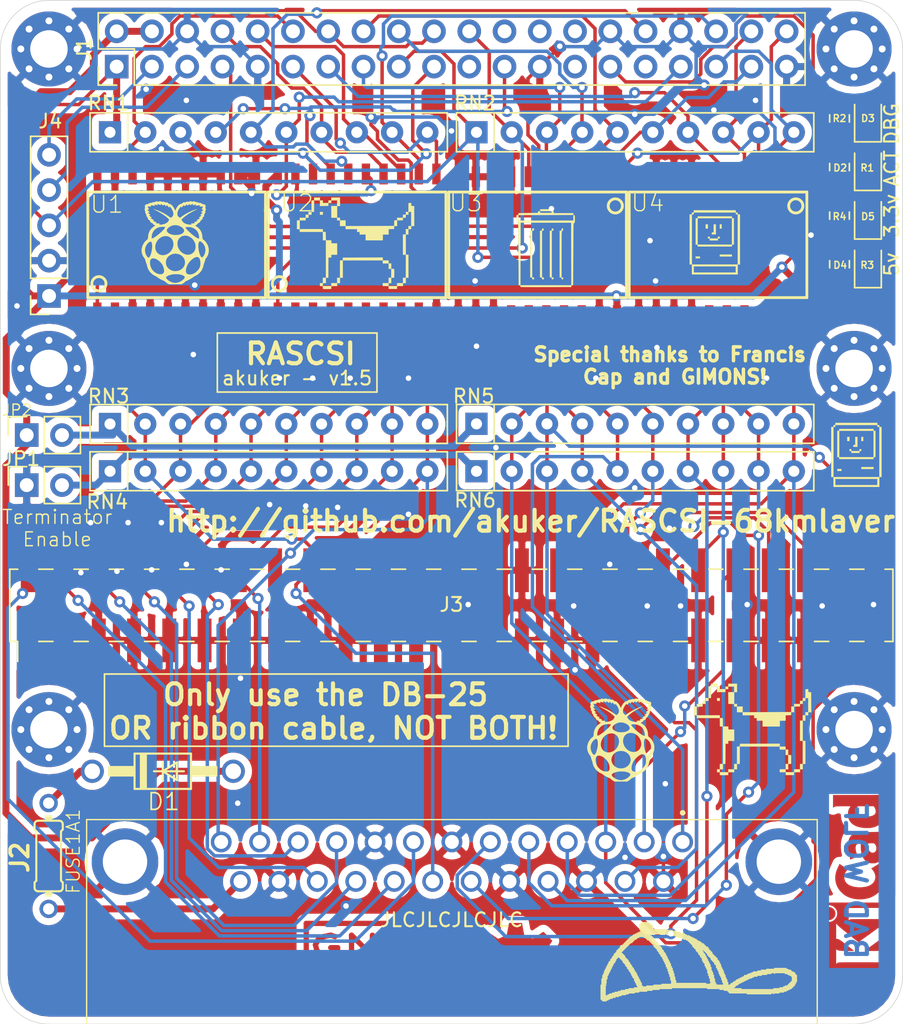
<source format=kicad_pcb>
(kicad_pcb (version 20171130) (host pcbnew "(5.1.6)-1")
  (layers (0 Top signal hide) (31 Bottom signal hide) (34 B.Paste user) (35 F.Paste user) (36 B.SilkS user) (37 F.SilkS user) (38 B.Mask user) (39 F.Mask user) (44 Edge.Cuts user))
  (net 0 "")
  (net 1 GND)
  (net 2 +3V3)
  (net 3 +5V)
  (net 4 C-REQ)
  (net 5 C-MSG)
  (net 6 C-BSY)
  (net 7 C-SEL)
  (net 8 C-RST)
  (net 9 C-ACK)
  (net 10 C-ATN)
  (net 11 C-DP)
  (net 12 C-D0)
  (net 13 C-D1)
  (net 14 C-D2)
  (net 15 C-D3)
  (net 16 C-D4)
  (net 17 C-D5)
  (net 18 C-D6)
  (net 19 C-D7)
  (net 20 "Net-(D1-PadC)")
  (net 21 C-I_O)
  (net 22 C-C_D)
  (net 23 "Net-(J1-Pad26)")
  (net 24 TERMPOW)
  (net 25 "Net-(J3-Pad34)")
  (net 26 "Net-(J3-Pad26)")
  (net 27 "Net-(J3-Pad25)")
  (net 28 ACT)
  (net 29 PI-D7)
  (net 30 PI-D6)
  (net 31 PI-D5)
  (net 32 PI-D4)
  (net 33 PI-D3)
  (net 34 PI-D2)
  (net 35 PI-D1)
  (net 36 PI-D0)
  (net 37 PI-DP)
  (net 38 PI-BSY)
  (net 39 PI-MSG)
  (net 40 PI-C_D)
  (net 41 PI-REQ)
  (net 42 PI-I_O)
  (net 43 PI-ATN)
  (net 44 PI-ACK)
  (net 45 PI-RST)
  (net 46 PI-SEL)
  (net 47 "Net-(J1-Pad31)")
  (net 48 "Net-(J1-Pad28)")
  (net 49 "Net-(J1-Pad27)")
  (net 50 "Net-(J1-Pad24)")
  (net 51 "Net-(J1-Pad21)")
  (net 52 "Net-(D2-Pad2)")
  (net 53 "Net-(D3-Pad2)")
  (net 54 "Net-(D4-Pad2)")
  (net 55 "Net-(D5-Pad2)")
  (net 56 DBG_LED)
  (net 57 PI_SCL)
  (net 58 PI_SDA)
  (net 59 "Net-(JP1-Pad2)")
  (net 60 "Net-(JP2-Pad2)")
  (module Symbol:KiCad-Logo_5mm_Copper (layer Top) (at 236.7 105.9 90)
    (fp_text reference REF** hide)
    (fp_text value KiCad-Logo_5mm_Copper hide)
    (fp_poly (pts (xy -2.273043 -2.973429) (xy -2.176768 -2.949191) (xy -2.090184 -2.906359) (xy -2.015373 -2.846581) (xy -1.954418 -2.771506) (xy -1.909399 -2.68278) (xy -1.883136 -2.58647) (xy -1.877286 -2.489205) (xy -1.89214 -2.395346) (xy -1.92584 -2.307489) (xy -1.976528 -2.22823) (xy -2.042345 -2.160164) (xy -2.121434 -2.105888) (xy -2.211934 -2.067998) (xy -2.2632 -2.055574) (xy -2.307698 -2.048053) (xy -2.341999 -2.045081) (xy -2.37496 -2.046906) (xy -2.415434 -2.053775) (xy -2.448531 -2.06075) (xy -2.541947 -2.092259) (xy -2.625619 -2.143383) (xy -2.697665 -2.212571) (xy -2.7562 -2.298272) (xy -2.770148 -2.325511) (xy -2.786586 -2.361878) (xy -2.796894 -2.392418) (xy -2.80246 -2.42455) (xy -2.804669 -2.465693) (xy -2.804948 -2.511778) (xy -2.800861 -2.596135) (xy -2.787446 -2.665414) (xy -2.762256 -2.726039) (xy -2.722846 -2.784433) (xy -2.684298 -2.828698) (xy -2.612406 -2.894516) (xy -2.537313 -2.939947) (xy -2.454562 -2.96715) (xy -2.376928 -2.977424) (xy -2.273043 -2.973429)) (layer Top) (width 0.01))
    (fp_poly (pts (xy 6.186507 -0.527755) (xy 6.186526 -0.293338) (xy 6.186552 -0.080397) (xy 6.186625 0.112168) (xy 6.186782 0.285459) (xy 6.187064 0.440576) (xy 6.187509 0.57862) (xy 6.188156 0.700692) (xy 6.189045 0.807894) (xy 6.190213 0.901326) (xy 6.191701 0.98209) (xy 6.193546 1.051286) (xy 6.195789 1.110015) (xy 6.198469 1.159379) (xy 6.201623 1.200478) (xy 6.205292 1.234413) (xy 6.209513 1.262286) (xy 6.214327 1.285198) (xy 6.219773 1.304249) (xy 6.225888 1.32054) (xy 6.232712 1.335173) (xy 6.240285 1.349249) (xy 6.248645 1.363868) (xy 6.253839 1.372974) (xy 6.288104 1.433689) (xy 5.429955 1.433689) (xy 5.429955 1.337733) (xy 5.429224 1.29437) (xy 5.427272 1.261205) (xy 5.424463 1.243424) (xy 5.423221 1.241778) (xy 5.411799 1.248662) (xy 5.389084 1.266505) (xy 5.366385 1.285879) (xy 5.3118 1.326614) (xy 5.242321 1.367617) (xy 5.16527 1.405123) (xy 5.087965 1.435364) (xy 5.057113 1.445012) (xy 4.988616 1.459578) (xy 4.905764 1.469539) (xy 4.816371 1.474583) (xy 4.728248 1.474396) (xy 4.649207 1.468666) (xy 4.611511 1.462858) (xy 4.473414 1.424797) (xy 4.346113 1.367073) (xy 4.230292 1.290211) (xy 4.126637 1.194739) (xy 4.035833 1.081179) (xy 3.969031 0.970381) (xy 3.914164 0.853625) (xy 3.872163 0.734276) (xy 3.842167 0.608283) (xy 3.823311 0.471594) (xy 3.814732 0.320158) (xy 3.814006 0.242711) (xy 3.8161 0.185934) (xy 4.645217 0.185934) (xy 4.645424 0.279002) (xy 4.648337 0.366692) (xy 4.654 0.443772) (xy 4.662455 0.505009) (xy 4.665038 0.51735) (xy 4.69684 0.624633) (xy 4.738498 0.711658) (xy 4.790363 0.778642) (xy 4.852781 0.825805) (xy 4.9261 0.853365) (xy 5.010669 0.861541) (xy 5.106835 0.850551) (xy 5.170311 0.834829) (xy 5.219454 0.816639) (xy 5.273583 0.790791) (xy 5.314244 0.767089) (xy 5.3848 0.720721) (xy 5.3848 -0.42947) (xy 5.317392 -0.473038) (xy 5.238867 -0.51396) (xy 5.154681 -0.540611) (xy 5.069557 -0.552535) (xy 4.988216 -0.549278) (xy 4.91538 -0.530385) (xy 4.883426 -0.514816) (xy 4.825501 -0.471819) (xy 4.776544 -0.415047) (xy 4.73539 -0.342425) (xy 4.700874 -0.251879) (xy 4.671833 -0.141334) (xy 4.670552 -0.135467) (xy 4.660381 -0.073212) (xy 4.652739 0.004594) (xy 4.64767 0.09272) (xy 4.645217 0.185934) (xy 3.8161 0.185934) (xy 3.821857 0.029895) (xy 3.843802 -0.165941) (xy 3.879786 -0.344668) (xy 3.929759 -0.506155) (xy 3.993668 -0.650274) (xy 4.071462 -0.776894) (xy 4.163089 -0.885885) (xy 4.268497 -0.977117) (xy 4.313662 -1.008068) (xy 4.414611 -1.064215) (xy 4.517901 -1.103826) (xy 4.627989 -1.127986) (xy 4.74933 -1.137781) (xy 4.841836 -1.136735) (xy 4.97149 -1.125769) (xy 5.084084 -1.103954) (xy 5.182875 -1.070286) (xy 5.271121 -1.023764) (xy 5.319986 -0.989552) (xy 5.349353 -0.967638) (xy 5.371043 -0.952667) (xy 5.379253 -0.948267) (xy 5.380868 -0.959096) (xy 5.382159 -0.989749) (xy 5.383138 -1.037474) (xy 5.383817 -1.099521) (xy 5.38421 -1.173138) (xy 5.38433 -1.255573) (xy 5.384188 -1.344075) (xy 5.383797 -1.435893) (xy 5.383171 -1.528276) (xy 5.38232 -1.618472) (xy 5.38126 -1.703729) (xy 5.380001 -1.781297) (xy 5.378556 -1.848424) (xy 5.376938 -1.902359) (xy 5.375161 -1.94035) (xy 5.374669 -1.947333) (xy 5.367092 -2.017749) (xy 5.355531 -2.072898) (xy 5.337792 -2.120019) (xy 5.311682 -2.166353) (xy 5.305415 -2.175933) (xy 5.280983 -2.212622) (xy 6.186311 -2.212622) (xy 6.186507 -0.527755)) (layer Top) (width 0.01))
    (fp_poly (pts (xy 2.673574 -1.133448) (xy 2.825492 -1.113433) (xy 2.960756 -1.079798) (xy 3.080239 -1.032275) (xy 3.184815 -0.970595) (xy 3.262424 -0.907035) (xy 3.331265 -0.832901) (xy 3.385006 -0.753129) (xy 3.42791 -0.660909) (xy 3.443384 -0.617839) (xy 3.456244 -0.578858) (xy 3.467446 -0.542711) (xy 3.47712 -0.507566) (xy 3.485396 -0.47159) (xy 3.492403 -0.43295) (xy 3.498272 -0.389815) (xy 3.503131 -0.340351) (xy 3.50711 -0.282727) (xy 3.51034 -0.215109) (xy 3.512949 -0.135666) (xy 3.515067 -0.042564) (xy 3.516824 0.066027) (xy 3.518349 0.191942) (xy 3.519772 0.337012) (xy 3.521025 0.479778) (xy 3.522351 0.635968) (xy 3.523556 0.771239) (xy 3.524766 0.887246) (xy 3.526106 0.985645) (xy 3.5277 1.068093) (xy 3.529675 1.136246) (xy 3.532156 1.19176) (xy 3.535269 1.236292) (xy 3.539138 1.271498) (xy 3.543889 1.299034) (xy 3.549648 1.320556) (xy 3.556539 1.337722) (xy 3.564689 1.352186) (xy 3.574223 1.365606) (xy 3.585266 1.379638) (xy 3.589566 1.385071) (xy 3.605386 1.40791) (xy 3.612422 1.423463) (xy 3.612444 1.423922) (xy 3.601567 1.426121) (xy 3.570582 1.428147) (xy 3.521957 1.429942) (xy 3.458163 1.431451) (xy 3.381669 1.432616) (xy 3.294944 1.43338) (xy 3.200457 1.433686) (xy 3.18955 1.433689) (xy 2.766657 1.433689) (xy 2.763395 1.337622) (xy 2.760133 1.241556) (xy 2.698044 1.292543) (xy 2.600714 1.360057) (xy 2.490813 1.414749) (xy 2.404349 1.444978) (xy 2.335278 1.459666) (xy 2.251925 1.469659) (xy 2.162159 1.474646) (xy 2.073845 1.474313) (xy 1.994851 1.468351) (xy 1.958622 1.462638) (xy 1.818603 1.424776) (xy 1.692178 1.369932) (xy 1.58026 1.298924) (xy 1.483762 1.212568) (xy 1.4036 1.111679) (xy 1.340687 0.997076) (xy 1.296312 0.870984) (xy 1.283978 0.814401) (xy 1.276368 0.752202) (xy 1.272739 0.677363) (xy 1.272245 0.643467) (xy 1.27231 0.640282) (xy 2.032248 0.640282) (xy 2.041541 0.715333) (xy 2.069728 0.77916) (xy 2.118197 0.834798) (xy 2.123254 0.839211) (xy 2.171548 0.874037) (xy 2.223257 0.89662) (xy 2.283989 0.90854) (xy 2.359352 0.911383) (xy 2.377459 0.910978) (xy 2.431278 0.908325) (xy 2.471308 0.902909) (xy 2.506324 0.892745) (xy 2.545103 0.87585) (xy 2.555745 0.870672) (xy 2.616396 0.834844) (xy 2.663215 0.792212) (xy 2.675952 0.776973) (xy 2.720622 0.720462) (xy 2.720622 0.524586) (xy 2.720086 0.445939) (xy 2.718396 0.387988) (xy 2.715428 0.348875) (xy 2.711057 0.326741) (xy 2.706972 0.320274) (xy 2.691047 0.317111) (xy 2.657264 0.314488) (xy 2.61034 0.312655) (xy 2.554993 0.311857) (xy 2.546106 0.311842) (xy 2.42533 0.317096) (xy 2.32266 0.333263) (xy 2.236106 0.360961) (xy 2.163681 0.400808) (xy 2.108751 0.447758) (xy 2.064204 0.505645) (xy 2.03948 0.568693) (xy 2.032248 0.640282) (xy 1.27231 0.640282) (xy 1.274178 0.549712) (xy 1.282522 0.470812) (xy 1.298768 0.39959) (xy 1.324405 0.328864) (xy 1.348401 0.276493) (xy 1.40702 0.181196) (xy 1.485117 0.09317) (xy 1.580315 0.014017) (xy 1.690238 -0.05466) (xy 1.81251 -0.111259) (xy 1.944755 -0.154179) (xy 2.009422 -0.169118) (xy 2.145604 -0.191223) (xy 2.294049 -0.205806) (xy 2.445505 -0.212187) (xy 2.572064 -0.210555) (xy 2.73395 -0.203776) (xy 2.72653 -0.262755) (xy 2.707238 -0.361908) (xy 2.676104 -0.442628) (xy 2.632269 -0.505534) (xy 2.574871 -0.551244) (xy 2.503048 -0.580378) (xy 2.415941 -0.593553) (xy 2.312686 -0.591389) (xy 2.274711 -0.587388) (xy 2.13352 -0.56222) (xy 1.996707 -0.521186) (xy 1.902178 -0.483185) (xy 1.857018 -0.46381) (xy 1.818585 -0.44824) (xy 1.792234 -0.438595) (xy 1.784546 -0.436548) (xy 1.774802 -0.445626) (xy 1.758083 -0.474595) (xy 1.734232 -0.523783) (xy 1.703093 -0.593516) (xy 1.664507 -0.684121) (xy 1.65791 -0.699911) (xy 1.627853 -0.772228) (xy 1.600874 -0.837575) (xy 1.578136 -0.893094) (xy 1.560806 -0.935928) (xy 1.550048 -0.963219) (xy 1.546941 -0.972058) (xy 1.55694 -0.976813) (xy 1.583217 -0.98209) (xy 1.611489 -0.985769) (xy 1.641646 -0.990526) (xy 1.689433 -0.999972) (xy 1.750612 -1.01318) (xy 1.820946 -1.029224) (xy 1.896194 -1.04718) (xy 1.924755 -1.054203) (xy 2.029816 -1.079791) (xy 2.11748 -1.099853) (xy 2.192068 -1.115031) (xy 2.257903 -1.125965) (xy 2.319307 -1.133296) (xy 2.380602 -1.137665) (xy 2.44611 -1.139713) (xy 2.504128 -1.140111) (xy 2.673574 -1.133448)) (layer Top) (width 0.01))
    (fp_poly (pts (xy 0.328429 -2.050929) (xy 0.48857 -2.029755) (xy 0.65251 -1.989615) (xy 0.822313 -1.930111) (xy 1.000043 -1.850846) (xy 1.01131 -1.845301) (xy 1.069005 -1.817275) (xy 1.120552 -1.793198) (xy 1.162191 -1.774751) (xy 1.190162 -1.763614) (xy 1.199733 -1.761067) (xy 1.21895 -1.756059) (xy 1.223561 -1.751853) (xy 1.218458 -1.74142) (xy 1.202418 -1.715132) (xy 1.177288 -1.675743) (xy 1.144914 -1.626009) (xy 1.107143 -1.568685) (xy 1.065822 -1.506524) (xy 1.022798 -1.442282) (xy 0.979917 -1.378715) (xy 0.939026 -1.318575) (xy 0.901971 -1.26462) (xy 0.8706 -1.219603) (xy 0.846759 -1.186279) (xy 0.832294 -1.167403) (xy 0.830309 -1.165213) (xy 0.820191 -1.169862) (xy 0.79785 -1.187038) (xy 0.76728 -1.21356) (xy 0.751536 -1.228036) (xy 0.655047 -1.303318) (xy 0.548336 -1.358759) (xy 0.432832 -1.393859) (xy 0.309962 -1.40812) (xy 0.240561 -1.406949) (xy 0.119423 -1.389788) (xy 0.010205 -1.353906) (xy -0.087418 -1.299041) (xy -0.173772 -1.22493) (xy -0.249185 -1.131312) (xy -0.313982 -1.017924) (xy -0.351399 -0.931333) (xy -0.395252 -0.795634) (xy -0.427572 -0.64815) (xy -0.448443 -0.492686) (xy -0.457949 -0.333044) (xy -0.456173 -0.173027) (xy -0.443197 -0.016439) (xy -0.419106 0.132918) (xy -0.383982 0.27124) (xy -0.337908 0.394724) (xy -0.321627 0.428978) (xy -0.25338 0.543064) (xy -0.172921 0.639557) (xy -0.08143 0.71767) (xy 0.019911 0.776617) (xy 0.12992 0.815612) (xy 0.247415 0.833868) (xy 0.288883 0.835211) (xy 0.410441 0.82429) (xy 0.530878 0.791474) (xy 0.648666 0.737439) (xy 0.762277 0.662865) (xy 0.853685 0.584539) (xy 0.900215 0.540008) (xy 1.081483 0.837271) (xy 1.12658 0.911433) (xy 1.167819 0.979646) (xy 1.203735 1.039459) (xy 1.232866 1.08842) (xy 1.25375 1.124079) (xy 1.264924 1.143984) (xy 1.266375 1.147079) (xy 1.258146 1.156718) (xy 1.232567 1.173999) (xy 1.192873 1.197283) (xy 1.142297 1.224934) (xy 1.084074 1.255315) (xy 1.021437 1.28679) (xy 0.957621 1.317722) (xy 0.89586 1.346473) (xy 0.839388 1.371408) (xy 0.791438 1.390889) (xy 0.767986 1.399318) (xy 0.634221 1.437133) (xy 0.496327 1.462136) (xy 0.348622 1.47514) (xy 0.221833 1.477468) (xy 0.153878 1.476373) (xy 0.088277 1.474275) (xy 0.030847 1.471434) (xy -0.012597 1.468106) (xy -0.026702 1.466422) (xy -0.165716 1.437587) (xy -0.307243 1.392468) (xy -0.444725 1.33375) (xy -0.571606 1.26412) (xy -0.649111 1.211441) (xy -0.776519 1.103239) (xy -0.894822 0.976671) (xy -1.001828 0.834866) (xy -1.095348 0.680951) (xy -1.17319 0.518053) (xy -1.217044 0.400756) (xy -1.267292 0.217128) (xy -1.300791 0.022581) (xy -1.317551 -0.178675) (xy -1.317584 -0.382432) (xy -1.300899 -0.584479) (xy -1.267507 -0.780608) (xy -1.21742 -0.966609) (xy -1.213603 -0.978197) (xy -1.150719 -1.14025) (xy -1.073972 -1.288168) (xy -0.980758 -1.426135) (xy -0.868473 -1.558339) (xy -0.824608 -1.603601) (xy -0.688466 -1.727543) (xy -0.548509 -1.830085) (xy -0.402589 -1.912344) (xy -0.248558 -1.975436) (xy -0.084268 -2.020477) (xy 0.011289 -2.037967) (xy 0.170023 -2.053534) (xy 0.328429 -2.050929)) (layer Top) (width 0.01))
    (fp_poly (pts (xy -2.9464 -2.510946) (xy -2.935535 -2.397007) (xy -2.903918 -2.289384) (xy -2.853015 -2.190385) (xy -2.784293 -2.102316) (xy -2.699219 -2.027484) (xy -2.602232 -1.969616) (xy -2.495964 -1.929995) (xy -2.38895 -1.911427) (xy -2.2833 -1.912566) (xy -2.181125 -1.93207) (xy -2.084534 -1.968594) (xy -1.995638 -2.020795) (xy -1.916546 -2.087327) (xy -1.849369 -2.166848) (xy -1.796217 -2.258013) (xy -1.759199 -2.359477) (xy -1.740427 -2.469898) (xy -1.738489 -2.519794) (xy -1.738489 -2.607733) (xy -1.68656 -2.607733) (xy -1.650253 -2.604889) (xy -1.623355 -2.593089) (xy -1.596249 -2.569351) (xy -1.557867 -2.530969) (xy -1.557867 -0.339398) (xy -1.557876 -0.077261) (xy -1.557908 0.163241) (xy -1.557972 0.383048) (xy -1.558076 0.583101) (xy -1.558227 0.764344) (xy -1.558434 0.927716) (xy -1.558706 1.07416) (xy -1.55905 1.204617) (xy -1.559474 1.320029) (xy -1.559987 1.421338) (xy -1.560597 1.509484) (xy -1.561312 1.58541) (xy -1.56214 1.650057) (xy -1.563089 1.704367) (xy -1.564167 1.74928) (xy -1.565383 1.78574) (xy -1.566745 1.814687) (xy -1.568261 1.837063) (xy -1.569938 1.853809) (xy -1.571786 1.865868) (xy -1.573813 1.87418) (xy -1.576025 1.879687) (xy -1.577108 1.881537) (xy -1.581271 1.888549) (xy -1.584805 1.894996) (xy -1.588635 1.9009) (xy -1.593682 1.906286) (xy -1.600871 1.911178) (xy -1.611123 1.915598) (xy -1.625364 1.919572) (xy -1.644514 1.923121) (xy -1.669499 1.92627) (xy -1.70124 1.929042) (xy -1.740662 1.931461) (xy -1.788686 1.933551) (xy -1.846237 1.935335) (xy -1.914237 1.936837) (xy -1.99361 1.93808) (xy -2.085279 1.939089) (xy -2.190166 1.939885) (xy -2.309196 1.940494) (xy -2.44329 1.940939) (xy -2.593373 1.941243) (xy -2.760367 1.94143) (xy -2.945196 1.941524) (xy -3.148783 1.941548) (xy -3.37205 1.941525) (xy -3.615922 1.94148) (xy -3.881321 1.941437) (xy -3.919704 1.941432) (xy -4.186682 1.941389) (xy -4.432002 1.941318) (xy -4.656583 1.941213) (xy -4.861345 1.941066) (xy -5.047206 1.940869) (xy -5.215088 1.940616) (xy -5.365908 1.9403) (xy -5.500587 1.939913) (xy -5.620044 1.939447) (xy -5.725199 1.938897) (xy -5.816971 1.938253) (xy -5.896279 1.937511) (xy -5.964043 1.936661) (xy -6.021182 1.935697) (xy -6.068617 1.934611) (xy -6.107266 1.933397) (xy -6.138049 1.932047) (xy -6.161885 1.930555) (xy -6.179694 1.928911) (xy -6.192395 1.927111) (xy -6.200908 1.925145) (xy -6.205266 1.923477) (xy -6.213728 1.919906) (xy -6.221497 1.91727) (xy -6.228602 1.914634) (xy -6.235073 1.911062) (xy -6.240939 1.905621) (xy -6.246229 1.897375) (xy -6.250974 1.88539) (xy -6.255202 1.868731) (xy -6.258943 1.846463) (xy -6.262227 1.817652) (xy -6.265083 1.781363) (xy -6.26754 1.736661) (xy -6.269629 1.682611) (xy -6.271378 1.618279) (xy -6.272817 1.54273) (xy -6.273976 1.45503) (xy -6.274883 1.354243) (xy -6.275569 1.239434) (xy -6.276063 1.10967) (xy -6.276395 0.964015) (xy -6.276593 0.801535) (xy -6.276687 0.621295) (xy -6.276708 0.42236) (xy -6.276685 0.203796) (xy -6.276646 -0.035332) (xy -6.276622 -0.29596) (xy -6.276622 -0.338111) (xy -6.276636 -0.601008) (xy -6.276661 -0.842268) (xy -6.276671 -1.062835) (xy -6.276642 -1.263648) (xy -6.276548 -1.445651) (xy -6.276362 -1.609784) (xy -6.276059 -1.756989) (xy -6.275614 -1.888208) (xy -6.275034 -1.998133) (xy -5.972197 -1.998133) (xy -5.932407 -1.940289) (xy -5.921236 -1.924521) (xy -5.911166 -1.910559) (xy -5.902138 -1.897216) (xy -5.894097 -1.883307) (xy -5.886986 -1.867644) (xy -5.880747 -1.849042) (xy -5.875325 -1.826314) (xy -5.870662 -1.798273) (xy -5.866701 -1.763733) (xy -5.863385 -1.721508) (xy -5.860659 -1.670411) (xy -5.858464 -1.609256) (xy -5.856745 -1.536856) (xy -5.855444 -1.452025) (xy -5.854505 -1.353578) (xy -5.85387 -1.240326) (xy -5.853484 -1.111084) (xy -5.853288 -0.964666) (xy -5.853227 -0.799884) (xy -5.853243 -0.615553) (xy -5.85328 -0.410487) (xy -5.853289 -0.287867) (xy -5.853265 -0.070918) (xy -5.853231 0.124642) (xy -5.853243 0.299999) (xy -5.853358 0.456341) (xy -5.85363 0.594857) (xy -5.854118 0.716734) (xy -5.854876 0.82316) (xy -5.855962 0.915322) (xy -5.857431 0.994409) (xy -5.85934 1.061608) (xy -5.861744 1.118107) (xy -5.864701 1.165093) (xy -5.868266 1.203755) (xy -5.872495 1.23528) (xy -5.877446 1.260855) (xy -5.883173 1.28167) (xy -5.889733 1.298911) (xy -5.897183 1.313765) (xy -5.905579 1.327422) (xy -5.914976 1.341069) (xy -5.925432 1.355893) (xy -5.931523 1.364783) (xy -5.970296 1.4224) (xy -5.438732 1.4224) (xy -5.315483 1.422365) (xy -5.212987 1.422215) (xy -5.12942 1.421878) (xy -5.062956 1.421286) (xy -5.011771 1.420367) (xy -4.974041 1.419051) (xy -4.94794 1.417269) (xy -4.931644 1.414951) (xy -4.923328 1.412026) (xy -4.921168 1.408424) (xy -4.923339 1.404075) (xy -4.924535 1.402645) (xy -4.949685 1.365573) (xy -4.975583 1.312772) (xy -4.999192 1.25077) (xy -5.007461 1.224357) (xy -5.012078 1.206416) (xy -5.015979 1.185355) (xy -5.019248 1.159089) (xy -5.021966 1.125532) (xy -5.024215 1.082599) (xy -5.026077 1.028204) (xy -5.027636 0.960262) (xy -5.028972 0.876688) (xy -5.030169 0.775395) (xy -5.031308 0.6543) (xy -5.031685 0.6096) (xy -5.032702 0.484449) (xy -5.03346 0.380082) (xy -5.033903 0.294707) (xy -5.03397 0.226533) (xy -5.033605 0.173765) (xy -5.032748 0.134614) (xy -5.031341 0.107285) (xy -5.029325 0.089986) (xy -5.026643 0.080926) (xy -5.023236 0.078312) (xy -5.019044 0.080351) (xy -5.014571 0.084667) (xy -5.004216 0.097602) (xy -4.982158 0.126676) (xy -4.949957 0.169759) (xy -4.909174 0.224718) (xy -4.86137 0.289423) (xy -4.808105 0.361742) (xy -4.75094 0.439544) (xy -4.691437 0.520698) (xy -4.631155 0.603072) (xy -4.571655 0.684536) (xy -4.514498 0.762957) (xy -4.461245 0.836204) (xy -4.413457 0.902147) (xy -4.372693 0.958654) (xy -4.340516 1.003593) (xy -4.318485 1.034834) (xy -4.313917 1.041466) (xy -4.290996 1.078369) (xy -4.264188 1.126359) (xy -4.238789 1.175897) (xy -4.235568 1.182577) (xy -4.21389 1.230772) (xy -4.201304 1.268334) (xy -4.195574 1.30416) (xy -4.194456 1.3462) (xy -4.19509 1.4224) (xy -3.040651 1.4224) (xy -3.131815 1.328669) (xy -3.178612 1.278775) (xy -3.228899 1.222295) (xy -3.274944 1.168026) (xy -3.295369 1.142673) (xy -3.325807 1.103128) (xy -3.365862 1.049916) (xy -3.414361 0.984667) (xy -3.470135 0.909011) (xy -3.532011 0.824577) (xy -3.598819 0.732994) (xy -3.669387 0.635892) (xy -3.742545 0.534901) (xy -3.817121 0.43165) (xy -3.891944 0.327768) (xy -3.965843 0.224885) (xy -4.037646 0.124631) (xy -4.106184 0.028636) (xy -4.170284 -0.061473) (xy -4.228775 -0.144064) (xy -4.280486 -0.217508) (xy -4.324247 -0.280176) (xy -4.358885 -0.330439) (xy -4.38323 -0.366666) (xy -4.396111 -0.387229) (xy -4.397869 -0.391332) (xy -4.38991 -0.402658) (xy -4.369115 -0.429838) (xy -4.336847 -0.471171) (xy -4.29447 -0.524956) (xy -4.243347 -0.589494) (xy -4.184841 -0.663082) (xy -4.120314 -0.744022) (xy -4.051131 -0.830612) (xy -3.978653 -0.921152) (xy -3.904246 -1.01394) (xy -3.844517 -1.088298) (xy -2.833511 -1.088298) (xy -2.827602 -1.075341) (xy -2.813272 -1.053092) (xy -2.812225 -1.051609) (xy -2.793438 -1.021456) (xy -2.773791 -0.984625) (xy -2.769892 -0.976489) (xy -2.766356 -0.96806) (xy -2.76323 -0.957941) (xy -2.760486 -0.94474) (xy -2.758092 -0.927062) (xy -2.756019 -0.903516) (xy -2.754235 -0.872707) (xy -2.752712 -0.833243) (xy -2.751419 -0.783731) (xy -2.750326 -0.722777) (xy -2.749403 -0.648989) (xy -2.748619 -0.560972) (xy -2.747945 -0.457335) (xy -2.74735 -0.336684) (xy -2.746805 -0.197626) (xy -2.746279 -0.038768) (xy -2.745745 0.140089) (xy -2.745206 0.325207) (xy -2.744772 0.489145) (xy -2.744509 0.633303) (xy -2.744484 0.759079) (xy -2.744765 0.867871) (xy -2.745419 0.961077) (xy -2.746514 1.040097) (xy -2.748118 1.106328) (xy -2.750297 1.16117) (xy -2.753119 1.206021) (xy -2.756651 1.242278) (xy -2.760961 1.271341) (xy -2.766117 1.294609) (xy -2.772185 1.313479) (xy -2.779233 1.329351) (xy -2.787329 1.343622) (xy -2.79654 1.357691) (xy -2.80504 1.370158) (xy -2.822176 1.396452) (xy -2.832322 1.414037) (xy -2.833511 1.417257) (xy -2.822604 1.418334) (xy -2.791411 1.419335) (xy -2.742223 1.420235) (xy -2.677333 1.42101) (xy -2.59903 1.421637) (xy -2.509607 1.422091) (xy -2.411356 1.422349) (xy -2.342445 1.4224) (xy -2.237452 1.42218) (xy -2.14061 1.421548) (xy -2.054107 1.420549) (xy -1.980132 1.419227) (xy -1.920874 1.417626) (xy -1.87852 1.415791) (xy -1.85526 1.413765) (xy -1.851378 1.412493) (xy -1.859076 1.397591) (xy -1.867074 1.38956) (xy -1.880246 1.372434) (xy -1.897485 1.342183) (xy -1.909407 1.317622) (xy -1.936045 1.258711) (xy -1.93912 0.081845) (xy -1.942195 -1.095022) (xy -2.387853 -1.095022) (xy -2.48567 -1.094858) (xy -2.576064 -1.094389) (xy -2.65663 -1.093653) (xy -2.724962 -1.092684) (xy -2.778656 -1.09152) (xy -2.815305 -1.090197) (xy -2.832504 -1.088751) (xy -2.833511 -1.088298) (xy -3.844517 -1.088298) (xy -3.82927 -1.107278) (xy -3.75509 -1.199463) (xy -3.683069 -1.288796) (xy -3.614569 -1.373576) (xy -3.550955 -1.452102) (xy -3.493588 -1.522674) (xy -3.443833 -1.583591) (xy -3.403052 -1.633153) (xy -3.385888 -1.653822) (xy -3.299596 -1.754484) (xy -3.222997 -1.837741) (xy -3.154183 -1.905562) (xy -3.091248 -1.959911) (xy -3.081867 -1.967278) (xy -3.042356 -1.997883) (xy -4.174116 -1.998133) (xy -4.168827 -1.950156) (xy -4.17213 -1.892812) (xy -4.193661 -1.824537) (xy -4.233635 -1.744788) (xy -4.278943 -1.672505) (xy -4.295161 -1.64986) (xy -4.323214 -1.612304) (xy -4.36143 -1.561979) (xy -4.408137 -1.501027) (xy -4.461661 -1.431589) (xy -4.520331 -1.355806) (xy -4.582475 -1.27582) (xy -4.646421 -1.193772) (xy -4.710495 -1.111804) (xy -4.773027 -1.032057) (xy -4.832343 -0.956673) (xy -4.886771 -0.887793) (xy -4.934639 -0.827558) (xy -4.974275 -0.778111) (xy -5.004006 -0.741592) (xy -5.022161 -0.720142) (xy -5.02522 -0.716844) (xy -5.028079 -0.724851) (xy -5.030293 -0.755145) (xy -5.031857 -0.807444) (xy -5.032767 -0.881469) (xy -5.03302 -0.976937) (xy -5.032613 -1.093566) (xy -5.031704 -1.213555) (xy -5.030382 -1.345667) (xy -5.028857 -1.457406) (xy -5.026881 -1.550975) (xy -5.024206 -1.628581) (xy -5.020582 -1.692426) (xy -5.015761 -1.744717) (xy -5.009494 -1.787656) (xy -5.001532 -1.823449) (xy -4.991627 -1.8543) (xy -4.979531 -1.882414) (xy -4.964993 -1.909995) (xy -4.950311 -1.935034) (xy -4.912314 -1.998133) (xy -5.972197 -1.998133) (xy -6.275034 -1.998133) (xy -6.275001 -2.004383) (xy -6.274195 -2.106456) (xy -6.27317 -2.195367) (xy -6.2719 -2.272059) (xy -6.27036 -2.337473) (xy -6.268524 -2.392551) (xy -6.266367 -2.438235) (xy -6.263863 -2.475466) (xy -6.260987 -2.505187) (xy -6.257713 -2.528338) (xy -6.254015 -2.545861) (xy -6.249869 -2.558699) (xy -6.245247 -2.567792) (xy -6.240126 -2.574082) (xy -6.234478 -2.578512) (xy -6.228279 -2.582022) (xy -6.221504 -2.585555) (xy -6.215508 -2.589124) (xy -6.210275 -2.5917) (xy -6.202099 -2.594028) (xy -6.189886 -2.596122) (xy -6.172541 -2.597993) (xy -6.148969 -2.599653) (xy -6.118077 -2.601116) (xy -6.078768 -2.602392) (xy -6.02995 -2.603496) (xy -5.970527 -2.604439) (xy -5.899404 -2.605233) (xy -5.815488 -2.605891) (xy -5.717683 -2.606425) (xy -5.604894 -2.606847) (xy -5.476029 -2.607171) (xy -5.329991 -2.607408) (xy -5.165686 -2.60757) (xy -4.98202 -2.60767) (xy -4.777897 -2.60772) (xy -4.566753 -2.607733) (xy -2.9464 -2.607733) (xy -2.9464 -2.510946)) (layer Top) (width 0.01))
  )
  (module Symbol:OSHW-Symbol_6.7x6mm_Copper (layer Top) (at 211.6 111.9)
    (fp_text reference REF** hide)
    (fp_text value OSHW-Symbol_6.7x6mm_Copper hide)
    (fp_poly (pts (xy 0.555814 -2.531069) (xy 0.639635 -2.086445) (xy 0.94892 -1.958947) (xy 1.258206 -1.831449) (xy 1.629246 -2.083754) (xy 1.733157 -2.154004) (xy 1.827087 -2.216728) (xy 1.906652 -2.269062) (xy 1.96747 -2.308143) (xy 2.005157 -2.331107) (xy 2.015421 -2.336058) (xy 2.03391 -2.323324) (xy 2.07342 -2.288118) (xy 2.129522 -2.234938) (xy 2.197787 -2.168282) (xy 2.273786 -2.092646) (xy 2.353092 -2.012528) (xy 2.431275 -1.932426) (xy 2.503907 -1.856836) (xy 2.566559 -1.790255) (xy 2.614803 -1.737182) (xy 2.64421 -1.702113) (xy 2.651241 -1.690377) (xy 2.641123 -1.66874) (xy 2.612759 -1.621338) (xy 2.569129 -1.552807) (xy 2.513218 -1.467785) (xy 2.448006 -1.370907) (xy 2.410219 -1.31565) (xy 2.341343 -1.214752) (xy 2.28014 -1.123701) (xy 2.229578 -1.04703) (xy 2.192628 -0.989272) (xy 2.172258 -0.954957) (xy 2.169197 -0.947746) (xy 2.176136 -0.927252) (xy 2.195051 -0.879487) (xy 2.223087 -0.811168) (xy 2.257391 -0.729011) (xy 2.295109 -0.63973) (xy 2.333387 -0.550042) (xy 2.36937 -0.466662) (xy 2.400206 -0.396306) (xy 2.423039 -0.34569) (xy 2.435017 -0.321529) (xy 2.435724 -0.320578) (xy 2.454531 -0.315964) (xy 2.504618 -0.305672) (xy 2.580793 -0.290713) (xy 2.677865 -0.272099) (xy 2.790643 -0.250841) (xy 2.856442 -0.238582) (xy 2.97695 -0.215638) (xy 3.085797 -0.193805) (xy 3.177476 -0.174278) (xy 3.246481 -0.158252) (xy 3.287304 -0.146921) (xy 3.295511 -0.143326) (xy 3.303548 -0.118994) (xy 3.310033 -0.064041) (xy 3.31497 0.015108) (xy 3.318364 0.112026) (xy 3.320218 0.220287) (xy 3.320538 0.333465) (xy 3.319327 0.445135) (xy 3.31659 0.548868) (xy 3.312331 0.638241) (xy 3.306555 0.706826) (xy 3.299267 0.748197) (xy 3.294895 0.75681) (xy 3.268764 0.767133) (xy 3.213393 0.781892) (xy 3.136107 0.799352) (xy 3.04423 0.81778) (xy 3.012158 0.823741) (xy 2.857524 0.852066) (xy 2.735375 0.874876) (xy 2.641673 0.89308) (xy 2.572384 0.907583) (xy 2.523471 0.919292) (xy 2.490897 0.929115) (xy 2.470628 0.937956) (xy 2.458626 0.946724) (xy 2.456947 0.948457) (xy 2.440184 0.976371) (xy 2.414614 1.030695) (xy 2.382788 1.104777) (xy 2.34726 1.191965) (xy 2.310583 1.285608) (xy 2.275311 1.379052) (xy 2.243996 1.465647) (xy 2.219193 1.53874) (xy 2.203454 1.591678) (xy 2.199332 1.617811) (xy 2.199676 1.618726) (xy 2.213641 1.640086) (xy 2.245322 1.687084) (xy 2.291391 1.754827) (xy 2.348518 1.838423) (xy 2.413373 1.932982) (xy 2.431843 1.959854) (xy 2.497699 2.057275) (xy 2.55565 2.146163) (xy 2.602538 2.221412) (xy 2.635207 2.27792) (xy 2.6505 2.310581) (xy 2.651241 2.314593) (xy 2.638392 2.335684) (xy 2.602888 2.377464) (xy 2.549293 2.435445) (xy 2.482171 2.505135) (xy 2.406087 2.582045) (xy 2.325604 2.661683) (xy 2.245287 2.739561) (xy 2.169699 2.811186) (xy 2.103405 2.87207) (xy 2.050969 2.917721) (xy 2.016955 2.94365) (xy 2.007545 2.947883) (xy 1.985643 2.937912) (xy 1.9408 2.91102) (xy 1.880321 2.871736) (xy 1.833789 2.840117) (xy 1.749475 2.782098) (xy 1.649626 2.713784) (xy 1.549473 2.645579) (xy 1.495627 2.609075) (xy 1.313371 2.4858) (xy 1.160381 2.56852) (xy 1.090682 2.604759) (xy 1.031414 2.632926) (xy 0.991311 2.648991) (xy 0.981103 2.651226) (xy 0.968829 2.634722) (xy 0.944613 2.588082) (xy 0.910263 2.515609) (xy 0.867588 2.421606) (xy 0.818394 2.310374) (xy 0.76449 2.186215) (xy 0.707684 2.053432) (xy 0.649782 1.916327) (xy 0.592593 1.779202) (xy 0.537924 1.646358) (xy 0.487584 1.522098) (xy 0.44338 1.410725) (xy 0.407119 1.316539) (xy 0.380609 1.243844) (xy 0.365658 1.196941) (xy 0.363254 1.180833) (xy 0.382311 1.160286) (xy 0.424036 1.126933) (xy 0.479706 1.087702) (xy 0.484378 1.084599) (xy 0.628264 0.969423) (xy 0.744283 0.835053) (xy 0.83143 0.685784) (xy 0.888699 0.525913) (xy 0.915086 0.359737) (xy 0.909585 0.191552) (xy 0.87119 0.025655) (xy 0.798895 -0.133658) (xy 0.777626 -0.168513) (xy 0.666996 -0.309263) (xy 0.536302 -0.422286) (xy 0.390064 -0.506997) (xy 0.232808 -0.562806) (xy 0.069057 -0.589126) (xy -0.096667 -0.58537) (xy -0.259838 -0.55095) (xy -0.415935 -0.485277) (xy -0.560433 -0.387765) (xy -0.605131 -0.348187) (xy -0.718888 -0.224297) (xy -0.801782 -0.093876) (xy -0.858644 0.052315) (xy -0.890313 0.197088) (xy -0.898131 0.35986) (xy -0.872062 0.52344) (xy -0.814755 0.682298) (xy -0.728856 0.830906) (xy -0.617014 0.963735) (xy -0.481877 1.075256) (xy -0.464117 1.087011) (xy -0.40785 1.125508) (xy -0.365077 1.158863) (xy -0.344628 1.18016) (xy -0.344331 1.180833) (xy -0.348721 1.203871) (xy -0.366124 1.256157) (xy -0.394732 1.33339) (xy -0.432735 1.431268) (xy -0.478326 1.545491) (xy -0.529697 1.671758) (xy -0.585038 1.805767) (xy -0.642542 1.943218) (xy -0.700399 2.079808) (xy -0.756802 2.211237) (xy -0.809942 2.333205) (xy -0.85801 2.441409) (xy -0.899199 2.531549) (xy -0.931699 2.599323) (xy -0.953703 2.64043) (xy -0.962564 2.651226) (xy -0.98964 2.642819) (xy -1.040303 2.620272) (xy -1.105817 2.587613) (xy -1.141841 2.56852) (xy -1.294832 2.4858) (xy -1.477088 2.609075) (xy -1.570125 2.672228) (xy -1.671985 2.741727) (xy -1.767438 2.807165) (xy -1.81525 2.840117) (xy -1.882495 2.885273) (xy -1.939436 2.921057) (xy -1.978646 2.942938) (xy -1.991381 2.947563) (xy -2.009917 2.935085) (xy -2.050941 2.900252) (xy -2.110475 2.846678) (xy -2.184542 2.777983) (xy -2.269165 2.697781) (xy -2.322685 2.646286) (xy -2.416319 2.554286) (xy -2.497241 2.471999) (xy -2.562177 2.402945) (xy -2.607858 2.350644) (xy -2.631011 2.318616) (xy -2.633232 2.312116) (xy -2.622924 2.287394) (xy -2.594439 2.237405) (xy -2.550937 2.167212) (xy -2.495577 2.081875) (xy -2.43152 1.986456) (xy -2.413303 1.959854) (xy -2.346927 1.863167) (xy -2.287378 1.776117) (xy -2.237984 1.703595) (xy -2.202075 1.650493) (xy -2.182981 1.621703) (xy -2.181136 1.618726) (xy -2.183895 1.595782) (xy -2.198538 1.545336) (xy -2.222513 1.474041) (xy -2.253266 1.388547) (xy -2.288244 1.295507) (xy -2.324893 1.201574) (xy -2.360661 1.113399) (xy -2.392994 1.037634) (xy -2.419338 0.980931) (xy -2.437142 0.949943) (xy -2.438407 0.948457) (xy -2.449294 0.939601) (xy -2.467682 0.930843) (xy -2.497606 0.921277) (xy -2.543103 0.909996) (xy -2.608209 0.896093) (xy -2.696961 0.878663) (xy -2.813393 0.856798) (xy -2.961542 0.829591) (xy -2.993618 0.823741) (xy -3.088686 0.805374) (xy -3.171565 0.787405) (xy -3.23493 0.771569) (xy -3.271458 0.7596) (xy -3.276356 0.75681) (xy -3.284427 0.732072) (xy -3.290987 0.67679) (xy -3.296033 0.597389) (xy -3.299559 0.500296) (xy -3.301561 0.391938) (xy -3.302036 0.27874) (xy -3.300977 0.167128) (xy -3.298382 0.063529) (xy -3.294246 -0.025632) (xy -3.288563 -0.093928) (xy -3.281331 -0.134934) (xy -3.276971 -0.143326) (xy -3.252698 -0.151792) (xy -3.197426 -0.165565) (xy -3.116662 -0.18345) (xy -3.015912 -0.204252) (xy -2.900683 -0.226777) (xy -2.837902 -0.238582) (xy -2.718787 -0.260849) (xy -2.612565 -0.281021) (xy -2.524427 -0.298085) (xy -2.459566 -0.311031) (xy -2.423174 -0.318845) (xy -2.417184 -0.320578) (xy -2.407061 -0.34011) (xy -2.385662 -0.387157) (xy -2.355839 -0.454997) (xy -2.320445 -0.536909) (xy -2.282332 -0.626172) (xy -2.244353 -0.716065) (xy -2.20936 -0.799865) (xy -2.180206 -0.870853) (xy -2.159743 -0.922306) (xy -2.150823 -0.947503) (xy -2.150657 -0.948604) (xy -2.160769 -0.968481) (xy -2.189117 -1.014223) (xy -2.232723 -1.081283) (xy -2.288606 -1.165116) (xy -2.353787 -1.261174) (xy -2.391679 -1.31635) (xy -2.460725 -1.417519) (xy -2.52205 -1.50937) (xy -2.572663 -1.587256) (xy -2.609571 -1.646531) (xy -2.629782 -1.682549) (xy -2.632701 -1.690623) (xy -2.620153 -1.709416) (xy -2.585463 -1.749543) (xy -2.533063 -1.806507) (xy -2.467384 -1.875815) (xy -2.392856 -1.952969) (xy -2.313913 -2.033475) (xy -2.234983 -2.112837) (xy -2.1605 -2.18656) (xy -2.094894 -2.250148) (xy -2.042596 -2.299106) (xy -2.008039 -2.328939) (xy -1.996478 -2.336058) (xy -1.977654 -2.326047) (xy -1.932631 -2.297922) (xy -1.865787 -2.254546) (xy -1.781499 -2.198782) (xy -1.684144 -2.133494) (xy -1.610707 -2.083754) (xy -1.239667 -1.831449) (xy -0.621095 -2.086445) (xy -0.537275 -2.531069) (xy -0.453454 -2.975693) (xy 0.471994 -2.975693) (xy 0.555814 -2.531069)) (layer Top) (width 0.01))
  )
  (module Symbol:Symbol_GNU-GPL_CopperTop_Small (layer Top) (at 200.6 112)
    (fp_text reference REF**)
    (fp_text value Symbol_GNU-GPL_CopperTop_Small)
    (fp_line (start -4.064 2.54) (end -4.064 -3.048) (layer Top) (width 0.381))
    (fp_line (start 4.064 2.54) (end -4.064 2.54) (layer Top) (width 0.381))
    (fp_line (start 4.064 -3.048) (end 4.064 2.54) (layer Top) (width 0.381))
    (fp_line (start -4.064 -3.048) (end 4.064 -3.048) (layer Top) (width 0.381))
    (fp_line (start -1.80086 -1.30048) (end -2.30124 -1.30048) (layer Top) (width 0.381))
    (fp_line (start -1.80086 -0.8001) (end -1.80086 -1.30048) (layer Top) (width 0.381))
    (fp_line (start -2.49936 -0.59944) (end -1.80086 -0.8001) (layer Top) (width 0.381))
    (fp_line (start -2.99974 -0.8001) (end -2.49936 -0.59944) (layer Top) (width 0.381))
    (fp_line (start -3.29946 -1.09982) (end -2.99974 -0.8001) (layer Top) (width 0.381))
    (fp_line (start -3.40106 -1.50114) (end -3.29946 -1.09982) (layer Top) (width 0.381))
    (fp_line (start -3.2004 -1.89992) (end -3.40106 -1.50114) (layer Top) (width 0.381))
    (fp_line (start -2.79908 -2.10058) (end -3.2004 -1.89992) (layer Top) (width 0.381))
    (fp_line (start -2.30124 -2.19964) (end -2.79908 -2.10058) (layer Top) (width 0.381))
    (fp_line (start -1.99898 -2.10058) (end -2.30124 -2.19964) (layer Top) (width 0.381))
    (fp_line (start 0.70104 -0.70104) (end 0.70104 -2.19964) (layer Top) (width 0.381))
    (fp_line (start -0.8001 -2.19964) (end 0.70104 -0.70104) (layer Top) (width 0.381))
    (fp_line (start -0.8001 -0.70104) (end -0.8001 -2.19964) (layer Top) (width 0.381))
    (fp_line (start 3.29946 -0.89916) (end 3.29946 -2.19964) (layer Top) (width 0.381))
    (fp_line (start 3.0988 -0.8001) (end 3.29946 -0.89916) (layer Top) (width 0.381))
    (fp_line (start 2.79908 -0.70104) (end 3.0988 -0.8001) (layer Top) (width 0.381))
    (fp_line (start 2.4003 -0.70104) (end 2.79908 -0.70104) (layer Top) (width 0.381))
    (fp_line (start 2.10058 -0.70104) (end 2.4003 -0.70104) (layer Top) (width 0.381))
    (fp_line (start 1.80086 -0.89916) (end 2.10058 -0.70104) (layer Top) (width 0.381))
    (fp_line (start 1.80086 -2.19964) (end 1.80086 -0.89916) (layer Top) (width 0.381))
    (fp_line (start -1.50114 1.30048) (end -1.99898 1.30048) (layer Top) (width 0.381))
    (fp_line (start -1.50114 1.80086) (end -1.50114 1.30048) (layer Top) (width 0.381))
    (fp_line (start -1.99898 1.89992) (end -1.50114 1.80086) (layer Top) (width 0.381))
    (fp_line (start -2.30124 1.89992) (end -1.99898 1.89992) (layer Top) (width 0.381))
    (fp_line (start -2.60096 1.80086) (end -2.30124 1.89992) (layer Top) (width 0.381))
    (fp_line (start -2.90068 1.6002) (end -2.60096 1.80086) (layer Top) (width 0.381))
    (fp_line (start -2.99974 1.19888) (end -2.90068 1.6002) (layer Top) (width 0.381))
    (fp_line (start -2.99974 0.89916) (end -2.99974 1.19888) (layer Top) (width 0.381))
    (fp_line (start -2.79908 0.59944) (end -2.99974 0.89916) (layer Top) (width 0.381))
    (fp_line (start -2.60096 0.50038) (end -2.79908 0.59944) (layer Top) (width 0.381))
    (fp_line (start -2.30124 0.39878) (end -2.60096 0.50038) (layer Top) (width 0.381))
    (fp_line (start -1.80086 0.39878) (end -2.30124 0.39878) (layer Top) (width 0.381))
    (fp_line (start -1.6002 0.50038) (end -1.80086 0.39878) (layer Top) (width 0.381))
    (fp_line (start 0.50038 1.19888) (end -0.39878 1.19888) (layer Top) (width 0.381))
    (fp_line (start 0.8001 1.09982) (end 0.50038 1.19888) (layer Top) (width 0.381))
    (fp_line (start 1.00076 0.89916) (end 0.8001 1.09982) (layer Top) (width 0.381))
    (fp_line (start 1.00076 0.70104) (end 1.00076 0.89916) (layer Top) (width 0.381))
    (fp_line (start 0.89916 0.50038) (end 1.00076 0.70104) (layer Top) (width 0.381))
    (fp_line (start 0.70104 0.39878) (end 0.89916 0.50038) (layer Top) (width 0.381))
    (fp_line (start 0.50038 0.39878) (end 0.70104 0.39878) (layer Top) (width 0.381))
    (fp_line (start -0.39878 0.39878) (end 0.50038 0.39878) (layer Top) (width 0.381))
    (fp_line (start -0.39878 1.89992) (end -0.39878 0.39878) (layer Top) (width 0.381))
    (fp_line (start 2.10058 1.89992) (end 3.29946 1.89992) (layer Top) (width 0.381))
    (fp_line (start 2.10058 0.29972) (end 2.10058 1.89992) (layer Top) (width 0.381))
  )
  (module rascsi_din:pi_logo (layer Top) (at 187.1 60)
    (fp_text reference L7 hide)
    (fp_text value "Raspberry Pi" hide)
  )
  (module Resistor_THT:R_Array_SIP10 (layer Top) (at 208.8 72.99)
    (fp_text reference RN5 (at -0.2 -1.99 180) (layer F.SilkS))
    (fp_text value 220)
    (pad 10 thru_hole oval (at 22.86 0) (size 1.6 1.6) (drill 0.8) (layers *.Cu *.Mask) (net 10 C-ATN))
    (pad 9 thru_hole oval (at 20.32 0) (size 1.6 1.6) (drill 0.8) (layers *.Cu *.Mask) (net 9 C-ACK))
    (pad 8 thru_hole oval (at 17.78 0) (size 1.6 1.6) (drill 0.8) (layers *.Cu *.Mask) (net 8 C-RST))
    (pad 7 thru_hole oval (at 15.24 0) (size 1.6 1.6) (drill 0.8) (layers *.Cu *.Mask) (net 7 C-SEL))
    (pad 6 thru_hole oval (at 12.7 0) (size 1.6 1.6) (drill 0.8) (layers *.Cu *.Mask) (net 6 C-BSY))
    (pad 5 thru_hole oval (at 10.16 0) (size 1.6 1.6) (drill 0.8) (layers *.Cu *.Mask) (net 5 C-MSG))
    (pad 4 thru_hole oval (at 7.62 0) (size 1.6 1.6) (drill 0.8) (layers *.Cu *.Mask) (net 22 C-C_D))
    (pad 3 thru_hole oval (at 5.08 0) (size 1.6 1.6) (drill 0.8) (layers *.Cu *.Mask) (net 4 C-REQ))
    (pad 2 thru_hole oval (at 2.54 0) (size 1.6 1.6) (drill 0.8) (layers *.Cu *.Mask) (net 21 C-I_O))
    (pad 1 thru_hole rect (at 0 0) (size 1.6 1.6) (drill 0.8) (layers *.Cu *.Mask) (net 60 "Net-(JP2-Pad2)"))
  )
  (module MountingHole:MountingHole_2.7mm_M2.5_Pad_Via (layer Top) (at 236 46)
    (fp_text reference H2 hide)
    (fp_text value Hole2 hide)
    (pad 1 thru_hole circle (at 1.431891 -1.431891) (size 0.8 0.8) (drill 0.5) (layers *.Cu *.Mask) (net 1 GND))
    (pad 1 thru_hole circle (at 0 -2.025) (size 0.8 0.8) (drill 0.5) (layers *.Cu *.Mask) (net 1 GND))
    (pad 1 thru_hole circle (at -1.431891 -1.431891) (size 0.8 0.8) (drill 0.5) (layers *.Cu *.Mask) (net 1 GND))
    (pad 1 thru_hole circle (at -2.025 0) (size 0.8 0.8) (drill 0.5) (layers *.Cu *.Mask) (net 1 GND))
    (pad 1 thru_hole circle (at -1.431891 1.431891) (size 0.8 0.8) (drill 0.5) (layers *.Cu *.Mask) (net 1 GND))
    (pad 1 thru_hole circle (at 0 2.025) (size 0.8 0.8) (drill 0.5) (layers *.Cu *.Mask) (net 1 GND))
    (pad 1 thru_hole circle (at 1.431891 1.431891) (size 0.8 0.8) (drill 0.5) (layers *.Cu *.Mask) (net 1 GND))
    (pad 1 thru_hole circle (at 2.025 0) (size 0.8 0.8) (drill 0.5) (layers *.Cu *.Mask) (net 1 GND))
    (pad 1 thru_hole circle (at 0 0) (size 5.4 5.4) (drill 2.7) (layers *.Cu *.Mask) (net 1 GND))
  )
  (module MountingHole:MountingHole_2.7mm_M2.5_Pad_Via (layer Top) (at 178 46)
    (fp_text reference H1 hide)
    (fp_text value Hole1 hide)
    (pad 1 thru_hole circle (at 1.431891 -1.431891) (size 0.8 0.8) (drill 0.5) (layers *.Cu *.Mask) (net 1 GND))
    (pad 1 thru_hole circle (at 0 -2.025) (size 0.8 0.8) (drill 0.5) (layers *.Cu *.Mask) (net 1 GND))
    (pad 1 thru_hole circle (at -1.431891 -1.431891) (size 0.8 0.8) (drill 0.5) (layers *.Cu *.Mask) (net 1 GND))
    (pad 1 thru_hole circle (at -2.025 0) (size 0.8 0.8) (drill 0.5) (layers *.Cu *.Mask) (net 1 GND))
    (pad 1 thru_hole circle (at -1.431891 1.431891) (size 0.8 0.8) (drill 0.5) (layers *.Cu *.Mask) (net 1 GND))
    (pad 1 thru_hole circle (at 0 2.025) (size 0.8 0.8) (drill 0.5) (layers *.Cu *.Mask) (net 1 GND))
    (pad 1 thru_hole circle (at 1.431891 1.431891) (size 0.8 0.8) (drill 0.5) (layers *.Cu *.Mask) (net 1 GND))
    (pad 1 thru_hole circle (at 2.025 0) (size 0.8 0.8) (drill 0.5) (layers *.Cu *.Mask) (net 1 GND))
    (pad 1 thru_hole circle (at 0 0) (size 5.4 5.4) (drill 2.7) (layers *.Cu *.Mask) (net 1 GND))
  )
  (module Connector_PinSocket_2.54mm:PinSocket_1x05_P2.54mm_Vertical (layer Top) (at 178.01 63.78 180)
    (fp_text reference J4 (at -0.09 12.58) (layer F.SilkS))
    (fp_text value "I2C Pinout")
    (pad 5 thru_hole oval (at 0 10.16 180) (size 1.7 1.7) (drill 1) (layers *.Cu *.Mask) (net 58 PI_SDA))
    (pad 4 thru_hole oval (at 0 7.62 180) (size 1.7 1.7) (drill 1) (layers *.Cu *.Mask) (net 57 PI_SCL))
    (pad 3 thru_hole oval (at 0 5.08 180) (size 1.7 1.7) (drill 1) (layers *.Cu *.Mask) (net 2 +3V3))
    (pad 2 thru_hole oval (at 0 2.54 180) (size 1.7 1.7) (drill 1) (layers *.Cu *.Mask) (net 1 GND))
    (pad 1 thru_hole rect (at 0 0 180) (size 1.7 1.7) (drill 1) (layers *.Cu *.Mask) (net 3 +5V))
  )
  (module rascsi_din:mac_trashcan (layer Top) (at 213.8 60.5)
    (fp_text reference L6 hide)
    (fp_text value "Mac Trashcan" hide)
  )
  (module rascsi_din:pi_logo (layer Top) (at 219.2 95.8)
    (fp_text reference L5 hide)
    (fp_text value "Raspberry Pi" hide)
  )
  (module rascsi_din:dogcow (layer Top) (at 200.1 60)
    (fp_text reference L4 hide)
    (fp_text value Dogcow2 hide)
  )
  (module rascsi_din:mac_happy_small (layer Top) (at 236.2 75.2)
    (fp_text reference L3 hide)
    (fp_text value Mac2 hide)
  )
  (module rascsi_din:dogcow (layer Top) (at 228.7 95)
    (fp_text reference L2 hide)
    (fp_text value Dogcow hide)
  )
  (module rascsi_din:mac_happy_small (layer Top) (at 226 59.9)
    (fp_text reference L1 hide)
    (fp_text value Mac hide)
  )
  (module Connector_PinSocket_2.54mm:PinSocket_1x02_P2.54mm_Vertical (layer Top) (at 176.4 73.8 90)
    (fp_text reference JP2 (at 1.8 -0.7 180) (layer F.SilkS) (effects (font (size 0.8 0.8) (thickness 0.1))))
    (fp_text value Term_Enable_5v)
    (pad 2 thru_hole oval (at 0 2.54 90) (size 1.7 1.7) (drill 1) (layers *.Cu *.Mask) (net 60 "Net-(JP2-Pad2)"))
    (pad 1 thru_hole rect (at 0 0 90) (size 1.7 1.7) (drill 1) (layers *.Cu *.Mask) (net 3 +5V))
  )
  (module Connector_PinSocket_2.54mm:PinSocket_1x02_P2.54mm_Vertical (layer Top) (at 176.4 77.4 90)
    (fp_text reference JP1 (at 1.9 -0.4 180) (layer F.SilkS))
    (fp_text value Term_Enable_GND)
    (pad 2 thru_hole oval (at 0 2.54 90) (size 1.7 1.7) (drill 1) (layers *.Cu *.Mask) (net 59 "Net-(JP1-Pad2)"))
    (pad 1 thru_hole rect (at 0 0 90) (size 1.7 1.7) (drill 1) (layers *.Cu *.Mask) (net 1 GND))
  )
  (module MountingHole:MountingHole_2.7mm_M2.5_Pad_Via (layer Top) (at 236 95)
    (fp_text reference H6 hide)
    (fp_text value Hole6)
    (pad 1 thru_hole circle (at 1.431891 -1.431891) (size 0.8 0.8) (drill 0.5) (layers *.Cu *.Mask) (net 1 GND))
    (pad 1 thru_hole circle (at 0 -2.025) (size 0.8 0.8) (drill 0.5) (layers *.Cu *.Mask) (net 1 GND))
    (pad 1 thru_hole circle (at -1.431891 -1.431891) (size 0.8 0.8) (drill 0.5) (layers *.Cu *.Mask) (net 1 GND))
    (pad 1 thru_hole circle (at -2.025 0) (size 0.8 0.8) (drill 0.5) (layers *.Cu *.Mask) (net 1 GND))
    (pad 1 thru_hole circle (at -1.431891 1.431891) (size 0.8 0.8) (drill 0.5) (layers *.Cu *.Mask) (net 1 GND))
    (pad 1 thru_hole circle (at 0 2.025) (size 0.8 0.8) (drill 0.5) (layers *.Cu *.Mask) (net 1 GND))
    (pad 1 thru_hole circle (at 1.431891 1.431891) (size 0.8 0.8) (drill 0.5) (layers *.Cu *.Mask) (net 1 GND))
    (pad 1 thru_hole circle (at 2.025 0) (size 0.8 0.8) (drill 0.5) (layers *.Cu *.Mask) (net 1 GND))
    (pad 1 thru_hole circle (at 0 0) (size 5.4 5.4) (drill 2.7) (layers *.Cu *.Mask) (net 1 GND))
  )
  (module MountingHole:MountingHole_2.7mm_M2.5_Pad_Via (layer Top) (at 178 95)
    (fp_text reference H5 hide)
    (fp_text value Hole4)
    (pad 1 thru_hole circle (at 1.431891 -1.431891) (size 0.8 0.8) (drill 0.5) (layers *.Cu *.Mask) (net 1 GND))
    (pad 1 thru_hole circle (at 0 -2.025) (size 0.8 0.8) (drill 0.5) (layers *.Cu *.Mask) (net 1 GND))
    (pad 1 thru_hole circle (at -1.431891 -1.431891) (size 0.8 0.8) (drill 0.5) (layers *.Cu *.Mask) (net 1 GND))
    (pad 1 thru_hole circle (at -2.025 0) (size 0.8 0.8) (drill 0.5) (layers *.Cu *.Mask) (net 1 GND))
    (pad 1 thru_hole circle (at -1.431891 1.431891) (size 0.8 0.8) (drill 0.5) (layers *.Cu *.Mask) (net 1 GND))
    (pad 1 thru_hole circle (at 0 2.025) (size 0.8 0.8) (drill 0.5) (layers *.Cu *.Mask) (net 1 GND))
    (pad 1 thru_hole circle (at 1.431891 1.431891) (size 0.8 0.8) (drill 0.5) (layers *.Cu *.Mask) (net 1 GND))
    (pad 1 thru_hole circle (at 2.025 0) (size 0.8 0.8) (drill 0.5) (layers *.Cu *.Mask) (net 1 GND))
    (pad 1 thru_hole circle (at 0 0) (size 5.4 5.4) (drill 2.7) (layers *.Cu *.Mask) (net 1 GND))
  )
  (module MountingHole:MountingHole_2.7mm_M2.5_Pad_Via (layer Top) (at 236 69)
    (fp_text reference H4 hide)
    (fp_text value Hole5 hide)
    (pad 1 thru_hole circle (at 1.431891 -1.431891) (size 0.8 0.8) (drill 0.5) (layers *.Cu *.Mask) (net 1 GND))
    (pad 1 thru_hole circle (at 0 -2.025) (size 0.8 0.8) (drill 0.5) (layers *.Cu *.Mask) (net 1 GND))
    (pad 1 thru_hole circle (at -1.431891 -1.431891) (size 0.8 0.8) (drill 0.5) (layers *.Cu *.Mask) (net 1 GND))
    (pad 1 thru_hole circle (at -2.025 0) (size 0.8 0.8) (drill 0.5) (layers *.Cu *.Mask) (net 1 GND))
    (pad 1 thru_hole circle (at -1.431891 1.431891) (size 0.8 0.8) (drill 0.5) (layers *.Cu *.Mask) (net 1 GND))
    (pad 1 thru_hole circle (at 0 2.025) (size 0.8 0.8) (drill 0.5) (layers *.Cu *.Mask) (net 1 GND))
    (pad 1 thru_hole circle (at 1.431891 1.431891) (size 0.8 0.8) (drill 0.5) (layers *.Cu *.Mask) (net 1 GND))
    (pad 1 thru_hole circle (at 2.025 0) (size 0.8 0.8) (drill 0.5) (layers *.Cu *.Mask) (net 1 GND))
    (pad 1 thru_hole circle (at 0 0) (size 5.4 5.4) (drill 2.7) (layers *.Cu *.Mask) (net 1 GND))
  )
  (module MountingHole:MountingHole_2.7mm_M2.5_Pad_Via (layer Top) (at 178 69)
    (fp_text reference H3 hide)
    (fp_text value Hole3 hide)
    (pad 1 thru_hole circle (at 1.431891 -1.431891) (size 0.8 0.8) (drill 0.5) (layers *.Cu *.Mask) (net 1 GND))
    (pad 1 thru_hole circle (at 0 -2.025) (size 0.8 0.8) (drill 0.5) (layers *.Cu *.Mask) (net 1 GND))
    (pad 1 thru_hole circle (at -1.431891 -1.431891) (size 0.8 0.8) (drill 0.5) (layers *.Cu *.Mask) (net 1 GND))
    (pad 1 thru_hole circle (at -2.025 0) (size 0.8 0.8) (drill 0.5) (layers *.Cu *.Mask) (net 1 GND))
    (pad 1 thru_hole circle (at -1.431891 1.431891) (size 0.8 0.8) (drill 0.5) (layers *.Cu *.Mask) (net 1 GND))
    (pad 1 thru_hole circle (at 0 2.025) (size 0.8 0.8) (drill 0.5) (layers *.Cu *.Mask) (net 1 GND))
    (pad 1 thru_hole circle (at 1.431891 1.431891) (size 0.8 0.8) (drill 0.5) (layers *.Cu *.Mask) (net 1 GND))
    (pad 1 thru_hole circle (at 2.025 0) (size 0.8 0.8) (drill 0.5) (layers *.Cu *.Mask) (net 1 GND))
    (pad 1 thru_hole circle (at 0 0) (size 5.4 5.4) (drill 2.7) (layers *.Cu *.Mask) (net 1 GND))
  )
  (module Library_Loader:DLS3XS6AK44X (layer Top) (at 223.65 103.09)
    (fp_text reference J2 (at -47.75 1.11 90) (layer F.SilkS) (effects (font (size 1.27 1.27) (thickness 0.254))))
    (fp_text value DLS3XS6AK44X hide)
    (pad MH2 thru_hole circle (at -40.17 1.42) (size 4.8 4.8) (drill 3.2) (layers *.Cu *.Mask) (net 1 GND))
    (pad MH1 thru_hole circle (at 6.93 1.42) (size 4.8 4.8) (drill 3.2) (layers *.Cu *.Mask) (net 1 GND))
    (pad 25 thru_hole circle (at -31.855 2.84) (size 1.5 1.5) (drill 1) (layers *.Cu *.Mask) (net 24 TERMPOW))
    (pad 24 thru_hole circle (at -29.085 2.84) (size 1.5 1.5) (drill 1) (layers *.Cu *.Mask) (net 1 GND))
    (pad 23 thru_hole circle (at -26.315 2.84) (size 1.5 1.5) (drill 1) (layers *.Cu *.Mask) (net 16 C-D4))
    (pad 22 thru_hole circle (at -23.545 2.84) (size 1.5 1.5) (drill 1) (layers *.Cu *.Mask) (net 14 C-D2))
    (pad 21 thru_hole circle (at -20.775 2.84) (size 1.5 1.5) (drill 1) (layers *.Cu *.Mask) (net 13 C-D1))
    (pad 20 thru_hole circle (at -18.005 2.84) (size 1.5 1.5) (drill 1) (layers *.Cu *.Mask) (net 11 C-DP))
    (pad 19 thru_hole circle (at -15.235 2.84) (size 1.5 1.5) (drill 1) (layers *.Cu *.Mask) (net 7 C-SEL))
    (pad 18 thru_hole circle (at -12.465 2.84) (size 1.5 1.5) (drill 1) (layers *.Cu *.Mask) (net 1 GND))
    (pad 17 thru_hole circle (at -9.695 2.84) (size 1.5 1.5) (drill 1) (layers *.Cu *.Mask) (net 10 C-ATN))
    (pad 16 thru_hole circle (at -6.925 2.84) (size 1.5 1.5) (drill 1) (layers *.Cu *.Mask) (net 1 GND))
    (pad 15 thru_hole circle (at -4.155 2.84) (size 1.5 1.5) (drill 1) (layers *.Cu *.Mask) (net 22 C-C_D))
    (pad 14 thru_hole circle (at -1.385 2.84) (size 1.5 1.5) (drill 1) (layers *.Cu *.Mask) (net 1 GND))
    (pad 13 thru_hole circle (at -33.24 0) (size 1.5 1.5) (drill 1) (layers *.Cu *.Mask) (net 19 C-D7))
    (pad 12 thru_hole circle (at -30.47 0) (size 1.5 1.5) (drill 1) (layers *.Cu *.Mask) (net 18 C-D6))
    (pad 11 thru_hole circle (at -27.7 0) (size 1.5 1.5) (drill 1) (layers *.Cu *.Mask) (net 17 C-D5))
    (pad 10 thru_hole circle (at -24.93 0) (size 1.5 1.5) (drill 1) (layers *.Cu *.Mask) (net 15 C-D3))
    (pad 9 thru_hole circle (at -22.16 0) (size 1.5 1.5) (drill 1) (layers *.Cu *.Mask) (net 1 GND))
    (pad 8 thru_hole circle (at -19.39 0) (size 1.5 1.5) (drill 1) (layers *.Cu *.Mask) (net 12 C-D0))
    (pad 7 thru_hole circle (at -16.62 0) (size 1.5 1.5) (drill 1) (layers *.Cu *.Mask) (net 1 GND))
    (pad 6 thru_hole circle (at -13.85 0) (size 1.5 1.5) (drill 1) (layers *.Cu *.Mask) (net 6 C-BSY))
    (pad 5 thru_hole circle (at -11.08 0) (size 1.5 1.5) (drill 1) (layers *.Cu *.Mask) (net 9 C-ACK))
    (pad 4 thru_hole circle (at -8.31 0) (size 1.5 1.5) (drill 1) (layers *.Cu *.Mask) (net 8 C-RST))
    (pad 3 thru_hole circle (at -5.54 0) (size 1.5 1.5) (drill 1) (layers *.Cu *.Mask) (net 21 C-I_O))
    (pad 2 thru_hole circle (at -2.77 0) (size 1.5 1.5) (drill 1) (layers *.Cu *.Mask) (net 5 C-MSG))
    (pad 1 thru_hole circle (at 0 0) (size 1.5 1.5) (drill 1) (layers *.Cu *.Mask) (net 4 C-REQ))
  )
  (module Resistor_SMD:R_0805_2012Metric (layer Top) (at 234.95 58 270)
    (fp_text reference R4 (at 0.0625 0 180) (layer F.SilkS) (effects (font (size 0.5 0.5) (thickness 0.1))))
    (fp_text value 44)
    (pad 2 smd roundrect (at 0.9375 0 270) (size 0.975 1.4) (layers Top F.Paste F.Mask) (net 55 "Net-(D5-Pad2)"))
    (pad 1 smd roundrect (at -0.9375 0 270) (size 0.975 1.4) (layers Top F.Paste F.Mask) (net 2 +3V3))
  )
  (module Resistor_SMD:R_0805_2012Metric (layer Top) (at 234.95 61.5 270)
    (fp_text reference R3 (at 0.0625 -2 180) (layer F.SilkS) (effects (font (size 0.5 0.5) (thickness 0.1))))
    (fp_text value 112)
    (pad 2 smd roundrect (at 0.9375 0 270) (size 0.975 1.4) (layers Top F.Paste F.Mask) (net 54 "Net-(D4-Pad2)"))
    (pad 1 smd roundrect (at -0.9375 0 270) (size 0.975 1.4) (layers Top F.Paste F.Mask) (net 3 +5V))
  )
  (module Resistor_SMD:R_0805_2012Metric (layer Top) (at 234.95 51 270)
    (fp_text reference R2 (at 0 0 180) (layer F.SilkS) (effects (font (size 0.5 0.5) (thickness 0.1))))
    (fp_text value 44)
    (pad 2 smd roundrect (at 0.9375 0 270) (size 0.975 1.4) (layers Top F.Paste F.Mask) (net 53 "Net-(D3-Pad2)"))
    (pad 1 smd roundrect (at -0.9375 0 270) (size 0.975 1.4) (layers Top F.Paste F.Mask) (net 56 DBG_LED))
  )
  (module Resistor_SMD:R_0805_2012Metric (layer Top) (at 234.95 54.5 270)
    (fp_text reference R1 (at 0.0625 -2 180) (layer F.SilkS) (effects (font (size 0.5 0.5) (thickness 0.1))))
    (fp_text value 44)
    (pad 2 smd roundrect (at 0.9375 0 270) (size 0.975 1.4) (layers Top F.Paste F.Mask) (net 52 "Net-(D2-Pad2)"))
    (pad 1 smd roundrect (at -0.9375 0 270) (size 0.975 1.4) (layers Top F.Paste F.Mask) (net 28 ACT))
  )
  (module LED_SMD:LED_0805_2012Metric (layer Top) (at 237 58 90)
    (fp_text reference D5 (at -0.0625 0 180) (layer F.SilkS) (effects (font (size 0.5 0.5) (thickness 0.1))))
    (fp_text value LED_Small)
    (pad 2 smd roundrect (at 0.9375 0 90) (size 0.975 1.4) (layers Top F.Paste F.Mask) (net 55 "Net-(D5-Pad2)"))
    (pad 1 smd roundrect (at -0.9375 0 90) (size 0.975 1.4) (layers Top F.Paste F.Mask) (net 1 GND))
  )
  (module LED_SMD:LED_0805_2012Metric (layer Top) (at 237 61.5 90)
    (fp_text reference D4 (at -0.0625 -2 180) (layer F.SilkS) (effects (font (size 0.5 0.5) (thickness 0.1))))
    (fp_text value LED_Small)
    (pad 2 smd roundrect (at 0.9375 0 90) (size 0.975 1.4) (layers Top F.Paste F.Mask) (net 54 "Net-(D4-Pad2)"))
    (pad 1 smd roundrect (at -0.9375 0 90) (size 0.975 1.4) (layers Top F.Paste F.Mask) (net 1 GND))
  )
  (module LED_SMD:LED_0805_2012Metric (layer Top) (at 237 51 90)
    (fp_text reference D3 (at 0.0025 0 180) (layer F.SilkS) (effects (font (size 0.5 0.5) (thickness 0.1))))
    (fp_text value LED_Small)
    (pad 2 smd roundrect (at 0.9375 0 90) (size 0.975 1.4) (layers Top F.Paste F.Mask) (net 53 "Net-(D3-Pad2)"))
    (pad 1 smd roundrect (at -0.9375 0 90) (size 0.975 1.4) (layers Top F.Paste F.Mask) (net 1 GND))
  )
  (module LED_SMD:LED_0805_2012Metric (layer Top) (at 237 54.5 90)
    (fp_text reference D2 (at -0.0625 -2 180) (layer F.SilkS) (effects (font (size 0.5 0.5) (thickness 0.1))))
    (fp_text value LED_Small)
    (pad 2 smd roundrect (at 0.9375 0 90) (size 0.975 1.4) (layers Top F.Paste F.Mask) (net 52 "Net-(D2-Pad2)"))
    (pad 1 smd roundrect (at -0.9375 0 90) (size 0.975 1.4) (layers Top F.Paste F.Mask) (net 1 GND))
  )
  (module rascsi_din:LOGO (layer Top) (at 217.7 114.6)
    (fp_text reference U$1 hide)
    (fp_text value LOGO hide)
  )
  (module rascsi_din:SOIC20S (layer Top) (at 226.2 60.2 180)
    (fp_text reference U4 (at 3.8 2.4 180) (layer F.SilkS) (effects (font (size 1.2065 1.2065) (thickness 0.09652)) (justify right bottom)))
    (fp_text value SN74LS641-1C hide)
    (pad 20 smd rect (at -5.715 -5 180) (size 0.6 1.5) (layers Top F.Paste F.Mask) (net 3 +5V))
    (pad 19 smd rect (at -4.445 -5 180) (size 0.6 1.5) (layers Top F.Paste F.Mask) (net 1 GND))
    (pad 18 smd rect (at -3.175 -5 180) (size 0.6 1.5) (layers Top F.Paste F.Mask) (net 10 C-ATN))
    (pad 17 smd rect (at -1.905 -5 180) (size 0.6 1.5) (layers Top F.Paste F.Mask) (net 9 C-ACK))
    (pad 16 smd rect (at -0.635 -5 180) (size 0.6 1.5) (layers Top F.Paste F.Mask) (net 8 C-RST))
    (pad 15 smd rect (at 0.635 -5 180) (size 0.6 1.5) (layers Top F.Paste F.Mask) (net 7 C-SEL))
    (pad 14 smd rect (at 1.905 -5 180) (size 0.6 1.5) (layers Top F.Paste F.Mask) (net 1 GND))
    (pad 13 smd rect (at 3.175 -5 180) (size 0.6 1.5) (layers Top F.Paste F.Mask) (net 1 GND))
    (pad 12 smd rect (at 4.445 -5 180) (size 0.6 1.5) (layers Top F.Paste F.Mask) (net 1 GND))
    (pad 11 smd rect (at 5.715 -5 180) (size 0.6 1.5) (layers Top F.Paste F.Mask) (net 1 GND))
    (pad 10 smd rect (at 5.715 5 180) (size 0.6 1.5) (layers Top F.Paste F.Mask) (net 1 GND))
    (pad 9 smd rect (at 4.445 5 180) (size 0.6 1.5) (layers Top F.Paste F.Mask) (net 1 GND))
    (pad 8 smd rect (at 3.175 5 180) (size 0.6 1.5) (layers Top F.Paste F.Mask) (net 1 GND))
    (pad 7 smd rect (at 1.905 5 180) (size 0.6 1.5) (layers Top F.Paste F.Mask) (net 1 GND))
    (pad 6 smd rect (at 0.635 5 180) (size 0.6 1.5) (layers Top F.Paste F.Mask) (net 1 GND))
    (pad 5 smd rect (at -0.635 5 180) (size 0.6 1.5) (layers Top F.Paste F.Mask) (net 46 PI-SEL))
    (pad 4 smd rect (at -1.905 5 180) (size 0.6 1.5) (layers Top F.Paste F.Mask) (net 45 PI-RST))
    (pad 3 smd rect (at -3.175 5 180) (size 0.6 1.5) (layers Top F.Paste F.Mask) (net 44 PI-ACK))
    (pad 2 smd rect (at -4.445 5 180) (size 0.6 1.5) (layers Top F.Paste F.Mask) (net 43 PI-ATN))
    (pad 1 smd rect (at -5.715 5 180) (size 0.6 1.5) (layers Top F.Paste F.Mask) (net 1 GND))
  )
  (module rascsi_din:SOIC20S (layer Top) (at 213.2 60.2 180)
    (fp_text reference U3 (at 3.9 2.4 180) (layer F.SilkS) (effects (font (size 1.2065 1.2065) (thickness 0.09652)) (justify right bottom)))
    (fp_text value SN74LS641-1C hide)
    (pad 20 smd rect (at -5.715 -5 180) (size 0.6 1.5) (layers Top F.Paste F.Mask) (net 3 +5V))
    (pad 19 smd rect (at -4.445 -5 180) (size 0.6 1.5) (layers Top F.Paste F.Mask) (net 1 GND))
    (pad 18 smd rect (at -3.175 -5 180) (size 0.6 1.5) (layers Top F.Paste F.Mask) (net 6 C-BSY))
    (pad 17 smd rect (at -1.905 -5 180) (size 0.6 1.5) (layers Top F.Paste F.Mask) (net 5 C-MSG))
    (pad 16 smd rect (at -0.635 -5 180) (size 0.6 1.5) (layers Top F.Paste F.Mask) (net 22 C-C_D))
    (pad 15 smd rect (at 0.635 -5 180) (size 0.6 1.5) (layers Top F.Paste F.Mask) (net 4 C-REQ))
    (pad 14 smd rect (at 1.905 -5 180) (size 0.6 1.5) (layers Top F.Paste F.Mask) (net 21 C-I_O))
    (pad 13 smd rect (at 3.175 -5 180) (size 0.6 1.5) (layers Top F.Paste F.Mask) (net 1 GND))
    (pad 12 smd rect (at 4.445 -5 180) (size 0.6 1.5) (layers Top F.Paste F.Mask) (net 1 GND))
    (pad 11 smd rect (at 5.715 -5 180) (size 0.6 1.5) (layers Top F.Paste F.Mask) (net 1 GND))
    (pad 10 smd rect (at 5.715 5 180) (size 0.6 1.5) (layers Top F.Paste F.Mask) (net 1 GND))
    (pad 9 smd rect (at 4.445 5 180) (size 0.6 1.5) (layers Top F.Paste F.Mask) (net 1 GND))
    (pad 8 smd rect (at 3.175 5 180) (size 0.6 1.5) (layers Top F.Paste F.Mask) (net 1 GND))
    (pad 7 smd rect (at 1.905 5 180) (size 0.6 1.5) (layers Top F.Paste F.Mask) (net 1 GND))
    (pad 6 smd rect (at 0.635 5 180) (size 0.6 1.5) (layers Top F.Paste F.Mask) (net 42 PI-I_O))
    (pad 5 smd rect (at -0.635 5 180) (size 0.6 1.5) (layers Top F.Paste F.Mask) (net 41 PI-REQ))
    (pad 4 smd rect (at -1.905 5 180) (size 0.6 1.5) (layers Top F.Paste F.Mask) (net 40 PI-C_D))
    (pad 3 smd rect (at -3.175 5 180) (size 0.6 1.5) (layers Top F.Paste F.Mask) (net 39 PI-MSG))
    (pad 2 smd rect (at -4.445 5 180) (size 0.6 1.5) (layers Top F.Paste F.Mask) (net 38 PI-BSY))
    (pad 1 smd rect (at -5.715 5 180) (size 0.6 1.5) (layers Top F.Paste F.Mask) (net 44 PI-ACK))
  )
  (module rascsi_din:SOIC20S (layer Top) (at 200.2 60)
    (fp_text reference U2 (at -5.6 -2.2 180) (layer F.SilkS) (effects (font (size 1.2065 1.2065) (thickness 0.09652)) (justify left bottom)))
    (fp_text value SN74LS641-1C hide)
    (pad 20 smd rect (at -5.715 -5) (size 0.6 1.5) (layers Top F.Paste F.Mask) (net 3 +5V))
    (pad 19 smd rect (at -4.445 -5) (size 0.6 1.5) (layers Top F.Paste F.Mask) (net 1 GND))
    (pad 18 smd rect (at -3.175 -5) (size 0.6 1.5) (layers Top F.Paste F.Mask) (net 36 PI-D0))
    (pad 17 smd rect (at -1.905 -5) (size 0.6 1.5) (layers Top F.Paste F.Mask) (net 35 PI-D1))
    (pad 16 smd rect (at -0.635 -5) (size 0.6 1.5) (layers Top F.Paste F.Mask) (net 34 PI-D2))
    (pad 15 smd rect (at 0.635 -5) (size 0.6 1.5) (layers Top F.Paste F.Mask) (net 33 PI-D3))
    (pad 14 smd rect (at 1.905 -5) (size 0.6 1.5) (layers Top F.Paste F.Mask) (net 32 PI-D4))
    (pad 13 smd rect (at 3.175 -5) (size 0.6 1.5) (layers Top F.Paste F.Mask) (net 31 PI-D5))
    (pad 12 smd rect (at 4.445 -5) (size 0.6 1.5) (layers Top F.Paste F.Mask) (net 30 PI-D6))
    (pad 11 smd rect (at 5.715 -5) (size 0.6 1.5) (layers Top F.Paste F.Mask) (net 29 PI-D7))
    (pad 10 smd rect (at 5.715 5) (size 0.6 1.5) (layers Top F.Paste F.Mask) (net 1 GND))
    (pad 9 smd rect (at 4.445 5) (size 0.6 1.5) (layers Top F.Paste F.Mask) (net 19 C-D7))
    (pad 8 smd rect (at 3.175 5) (size 0.6 1.5) (layers Top F.Paste F.Mask) (net 18 C-D6))
    (pad 7 smd rect (at 1.905 5) (size 0.6 1.5) (layers Top F.Paste F.Mask) (net 17 C-D5))
    (pad 6 smd rect (at 0.635 5) (size 0.6 1.5) (layers Top F.Paste F.Mask) (net 16 C-D4))
    (pad 5 smd rect (at -0.635 5) (size 0.6 1.5) (layers Top F.Paste F.Mask) (net 15 C-D3))
    (pad 4 smd rect (at -1.905 5) (size 0.6 1.5) (layers Top F.Paste F.Mask) (net 14 C-D2))
    (pad 3 smd rect (at -3.175 5) (size 0.6 1.5) (layers Top F.Paste F.Mask) (net 13 C-D1))
    (pad 2 smd rect (at -4.445 5) (size 0.6 1.5) (layers Top F.Paste F.Mask) (net 12 C-D0))
    (pad 1 smd rect (at -5.715 5) (size 0.6 1.5) (layers Top F.Paste F.Mask) (net 42 PI-I_O))
  )
  (module rascsi_din:SOIC20S (layer Top) (at 187.2 60)
    (fp_text reference U1 (at -6.3 -2.1) (layer F.SilkS) (effects (font (size 1.2065 1.2065) (thickness 0.09652)) (justify left bottom)))
    (fp_text value SN74LS641-1C hide)
    (pad 20 smd rect (at -5.715 -5) (size 0.6 1.5) (layers Top F.Paste F.Mask) (net 3 +5V))
    (pad 19 smd rect (at -4.445 -5) (size 0.6 1.5) (layers Top F.Paste F.Mask) (net 1 GND))
    (pad 18 smd rect (at -3.175 -5) (size 0.6 1.5) (layers Top F.Paste F.Mask) (net 37 PI-DP))
    (pad 17 smd rect (at -1.905 -5) (size 0.6 1.5) (layers Top F.Paste F.Mask) (net 1 GND))
    (pad 16 smd rect (at -0.635 -5) (size 0.6 1.5) (layers Top F.Paste F.Mask) (net 1 GND))
    (pad 15 smd rect (at 0.635 -5) (size 0.6 1.5) (layers Top F.Paste F.Mask) (net 1 GND))
    (pad 14 smd rect (at 1.905 -5) (size 0.6 1.5) (layers Top F.Paste F.Mask) (net 1 GND))
    (pad 13 smd rect (at 3.175 -5) (size 0.6 1.5) (layers Top F.Paste F.Mask) (net 1 GND))
    (pad 12 smd rect (at 4.445 -5) (size 0.6 1.5) (layers Top F.Paste F.Mask) (net 1 GND))
    (pad 11 smd rect (at 5.715 -5) (size 0.6 1.5) (layers Top F.Paste F.Mask) (net 1 GND))
    (pad 10 smd rect (at 5.715 5) (size 0.6 1.5) (layers Top F.Paste F.Mask) (net 1 GND))
    (pad 9 smd rect (at 4.445 5) (size 0.6 1.5) (layers Top F.Paste F.Mask) (net 1 GND))
    (pad 8 smd rect (at 3.175 5) (size 0.6 1.5) (layers Top F.Paste F.Mask) (net 1 GND))
    (pad 7 smd rect (at 1.905 5) (size 0.6 1.5) (layers Top F.Paste F.Mask) (net 1 GND))
    (pad 6 smd rect (at 0.635 5) (size 0.6 1.5) (layers Top F.Paste F.Mask) (net 1 GND))
    (pad 5 smd rect (at -0.635 5) (size 0.6 1.5) (layers Top F.Paste F.Mask) (net 1 GND))
    (pad 4 smd rect (at -1.905 5) (size 0.6 1.5) (layers Top F.Paste F.Mask) (net 1 GND))
    (pad 3 smd rect (at -3.175 5) (size 0.6 1.5) (layers Top F.Paste F.Mask) (net 1 GND))
    (pad 2 smd rect (at -4.445 5) (size 0.6 1.5) (layers Top F.Paste F.Mask) (net 11 C-DP))
    (pad 1 smd rect (at -5.715 5) (size 0.6 1.5) (layers Top F.Paste F.Mask) (net 42 PI-I_O))
  )
  (module Resistor_THT:R_Array_SIP10 (layer Top) (at 208.8 76.4)
    (fp_text reference RN6 (at -0.1 2.1 180) (layer F.SilkS))
    (fp_text value 330)
    (pad 10 thru_hole oval (at 22.86 0) (size 1.6 1.6) (drill 0.8) (layers *.Cu *.Mask) (net 10 C-ATN))
    (pad 9 thru_hole oval (at 20.32 0) (size 1.6 1.6) (drill 0.8) (layers *.Cu *.Mask) (net 9 C-ACK))
    (pad 8 thru_hole oval (at 17.78 0) (size 1.6 1.6) (drill 0.8) (layers *.Cu *.Mask) (net 8 C-RST))
    (pad 7 thru_hole oval (at 15.24 0) (size 1.6 1.6) (drill 0.8) (layers *.Cu *.Mask) (net 7 C-SEL))
    (pad 6 thru_hole oval (at 12.7 0) (size 1.6 1.6) (drill 0.8) (layers *.Cu *.Mask) (net 6 C-BSY))
    (pad 5 thru_hole oval (at 10.16 0) (size 1.6 1.6) (drill 0.8) (layers *.Cu *.Mask) (net 5 C-MSG))
    (pad 4 thru_hole oval (at 7.62 0) (size 1.6 1.6) (drill 0.8) (layers *.Cu *.Mask) (net 22 C-C_D))
    (pad 3 thru_hole oval (at 5.08 0) (size 1.6 1.6) (drill 0.8) (layers *.Cu *.Mask) (net 4 C-REQ))
    (pad 2 thru_hole oval (at 2.54 0) (size 1.6 1.6) (drill 0.8) (layers *.Cu *.Mask) (net 21 C-I_O))
    (pad 1 thru_hole rect (at 0 0) (size 1.6 1.6) (drill 0.8) (layers *.Cu *.Mask) (net 59 "Net-(JP1-Pad2)"))
  )
  (module Resistor_THT:R_Array_SIP10 (layer Top) (at 182.4 76.4)
    (fp_text reference RN4 (at -0.2 2.2 180) (layer F.SilkS))
    (fp_text value 330)
    (pad 10 thru_hole oval (at 22.86 0) (size 1.6 1.6) (drill 0.8) (layers *.Cu *.Mask) (net 19 C-D7))
    (pad 9 thru_hole oval (at 20.32 0) (size 1.6 1.6) (drill 0.8) (layers *.Cu *.Mask) (net 18 C-D6))
    (pad 8 thru_hole oval (at 17.78 0) (size 1.6 1.6) (drill 0.8) (layers *.Cu *.Mask) (net 17 C-D5))
    (pad 7 thru_hole oval (at 15.24 0) (size 1.6 1.6) (drill 0.8) (layers *.Cu *.Mask) (net 16 C-D4))
    (pad 6 thru_hole oval (at 12.7 0) (size 1.6 1.6) (drill 0.8) (layers *.Cu *.Mask) (net 15 C-D3))
    (pad 5 thru_hole oval (at 10.16 0) (size 1.6 1.6) (drill 0.8) (layers *.Cu *.Mask) (net 14 C-D2))
    (pad 4 thru_hole oval (at 7.62 0) (size 1.6 1.6) (drill 0.8) (layers *.Cu *.Mask) (net 13 C-D1))
    (pad 3 thru_hole oval (at 5.08 0) (size 1.6 1.6) (drill 0.8) (layers *.Cu *.Mask) (net 12 C-D0))
    (pad 2 thru_hole oval (at 2.54 0) (size 1.6 1.6) (drill 0.8) (layers *.Cu *.Mask) (net 11 C-DP))
    (pad 1 thru_hole rect (at 0 0) (size 1.6 1.6) (drill 0.8) (layers *.Cu *.Mask) (net 59 "Net-(JP1-Pad2)"))
  )
  (module Resistor_THT:R_Array_SIP10 (layer Top) (at 182.4 73)
    (fp_text reference RN3 (at -0.1 -2 180) (layer F.SilkS))
    (fp_text value 220)
    (pad 10 thru_hole oval (at 22.86 0) (size 1.6 1.6) (drill 0.8) (layers *.Cu *.Mask) (net 19 C-D7))
    (pad 9 thru_hole oval (at 20.32 0) (size 1.6 1.6) (drill 0.8) (layers *.Cu *.Mask) (net 18 C-D6))
    (pad 8 thru_hole oval (at 17.78 0) (size 1.6 1.6) (drill 0.8) (layers *.Cu *.Mask) (net 17 C-D5))
    (pad 7 thru_hole oval (at 15.24 0) (size 1.6 1.6) (drill 0.8) (layers *.Cu *.Mask) (net 16 C-D4))
    (pad 6 thru_hole oval (at 12.7 0) (size 1.6 1.6) (drill 0.8) (layers *.Cu *.Mask) (net 15 C-D3))
    (pad 5 thru_hole oval (at 10.16 0) (size 1.6 1.6) (drill 0.8) (layers *.Cu *.Mask) (net 14 C-D2))
    (pad 4 thru_hole oval (at 7.62 0) (size 1.6 1.6) (drill 0.8) (layers *.Cu *.Mask) (net 13 C-D1))
    (pad 3 thru_hole oval (at 5.08 0) (size 1.6 1.6) (drill 0.8) (layers *.Cu *.Mask) (net 12 C-D0))
    (pad 2 thru_hole oval (at 2.54 0) (size 1.6 1.6) (drill 0.8) (layers *.Cu *.Mask) (net 11 C-DP))
    (pad 1 thru_hole rect (at 0 0) (size 1.6 1.6) (drill 0.8) (layers *.Cu *.Mask) (net 60 "Net-(JP2-Pad2)"))
  )
  (module Resistor_THT:R_Array_SIP10 (layer Top) (at 208.8 52)
    (fp_text reference RN2 (at -0.1 -2.1 180) (layer F.SilkS))
    (fp_text value 10k)
    (pad 10 thru_hole oval (at 22.86 0) (size 1.6 1.6) (drill 0.8) (layers *.Cu *.Mask) (net 43 PI-ATN))
    (pad 9 thru_hole oval (at 20.32 0) (size 1.6 1.6) (drill 0.8) (layers *.Cu *.Mask) (net 44 PI-ACK))
    (pad 8 thru_hole oval (at 17.78 0) (size 1.6 1.6) (drill 0.8) (layers *.Cu *.Mask) (net 45 PI-RST))
    (pad 7 thru_hole oval (at 15.24 0) (size 1.6 1.6) (drill 0.8) (layers *.Cu *.Mask) (net 46 PI-SEL))
    (pad 6 thru_hole oval (at 12.7 0) (size 1.6 1.6) (drill 0.8) (layers *.Cu *.Mask) (net 38 PI-BSY))
    (pad 5 thru_hole oval (at 10.16 0) (size 1.6 1.6) (drill 0.8) (layers *.Cu *.Mask) (net 39 PI-MSG))
    (pad 4 thru_hole oval (at 7.62 0) (size 1.6 1.6) (drill 0.8) (layers *.Cu *.Mask) (net 40 PI-C_D))
    (pad 3 thru_hole oval (at 5.08 0) (size 1.6 1.6) (drill 0.8) (layers *.Cu *.Mask) (net 41 PI-REQ))
    (pad 2 thru_hole oval (at 2.54 0) (size 1.6 1.6) (drill 0.8) (layers *.Cu *.Mask) (net 42 PI-I_O))
    (pad 1 thru_hole rect (at 0 0) (size 1.6 1.6) (drill 0.8) (layers *.Cu *.Mask) (net 2 +3V3))
  )
  (module Resistor_THT:R_Array_SIP10 (layer Top) (at 182.4 52)
    (fp_text reference RN1 (at -0.1 -2.1 180) (layer F.SilkS))
    (fp_text value 10k)
    (pad 10 thru_hole oval (at 22.86 0) (size 1.6 1.6) (drill 0.8) (layers *.Cu *.Mask) (net 29 PI-D7))
    (pad 9 thru_hole oval (at 20.32 0) (size 1.6 1.6) (drill 0.8) (layers *.Cu *.Mask) (net 30 PI-D6))
    (pad 8 thru_hole oval (at 17.78 0) (size 1.6 1.6) (drill 0.8) (layers *.Cu *.Mask) (net 31 PI-D5))
    (pad 7 thru_hole oval (at 15.24 0) (size 1.6 1.6) (drill 0.8) (layers *.Cu *.Mask) (net 32 PI-D4))
    (pad 6 thru_hole oval (at 12.7 0) (size 1.6 1.6) (drill 0.8) (layers *.Cu *.Mask) (net 33 PI-D3))
    (pad 5 thru_hole oval (at 10.16 0) (size 1.6 1.6) (drill 0.8) (layers *.Cu *.Mask) (net 34 PI-D2))
    (pad 4 thru_hole oval (at 7.62 0) (size 1.6 1.6) (drill 0.8) (layers *.Cu *.Mask) (net 35 PI-D1))
    (pad 3 thru_hole oval (at 5.08 0) (size 1.6 1.6) (drill 0.8) (layers *.Cu *.Mask) (net 36 PI-D0))
    (pad 2 thru_hole oval (at 2.54 0) (size 1.6 1.6) (drill 0.8) (layers *.Cu *.Mask) (net 37 PI-DP))
    (pad 1 thru_hole rect (at 0 0) (size 1.6 1.6) (drill 0.8) (layers *.Cu *.Mask) (net 2 +3V3))
  )
  (module Connector_PinHeader_2.54mm:PinHeader_2x25_P2.54mm_Vertical_SMD (layer Top) (at 206.99 86.055 90)
    (fp_text reference J3 (at 0.055 0.01 180) (layer F.SilkS))
    (fp_text value Conn_02x25_Odd_Even)
    (pad 50 smd rect (at 2.525 30.48 90) (size 3.15 1) (layers Top F.Paste F.Mask) (net 21 C-I_O))
    (pad 49 smd rect (at -2.525 30.48 90) (size 3.15 1) (layers Top F.Paste F.Mask) (net 1 GND))
    (pad 48 smd rect (at 2.525 27.94 90) (size 3.15 1) (layers Top F.Paste F.Mask) (net 4 C-REQ))
    (pad 47 smd rect (at -2.525 27.94 90) (size 3.15 1) (layers Top F.Paste F.Mask) (net 1 GND))
    (pad 46 smd rect (at 2.525 25.4 90) (size 3.15 1) (layers Top F.Paste F.Mask) (net 22 C-C_D))
    (pad 45 smd rect (at -2.525 25.4 90) (size 3.15 1) (layers Top F.Paste F.Mask) (net 1 GND))
    (pad 44 smd rect (at 2.525 22.86 90) (size 3.15 1) (layers Top F.Paste F.Mask) (net 7 C-SEL))
    (pad 43 smd rect (at -2.525 22.86 90) (size 3.15 1) (layers Top F.Paste F.Mask) (net 1 GND))
    (pad 42 smd rect (at 2.525 20.32 90) (size 3.15 1) (layers Top F.Paste F.Mask) (net 5 C-MSG))
    (pad 41 smd rect (at -2.525 20.32 90) (size 3.15 1) (layers Top F.Paste F.Mask) (net 1 GND))
    (pad 40 smd rect (at 2.525 17.78 90) (size 3.15 1) (layers Top F.Paste F.Mask) (net 8 C-RST))
    (pad 39 smd rect (at -2.525 17.78 90) (size 3.15 1) (layers Top F.Paste F.Mask) (net 1 GND))
    (pad 38 smd rect (at 2.525 15.24 90) (size 3.15 1) (layers Top F.Paste F.Mask) (net 9 C-ACK))
    (pad 37 smd rect (at -2.525 15.24 90) (size 3.15 1) (layers Top F.Paste F.Mask) (net 1 GND))
    (pad 36 smd rect (at 2.525 12.7 90) (size 3.15 1) (layers Top F.Paste F.Mask) (net 6 C-BSY))
    (pad 35 smd rect (at -2.525 12.7 90) (size 3.15 1) (layers Top F.Paste F.Mask) (net 1 GND))
    (pad 34 smd rect (at 2.525 10.16 90) (size 3.15 1) (layers Top F.Paste F.Mask) (net 25 "Net-(J3-Pad34)"))
    (pad 33 smd rect (at -2.525 10.16 90) (size 3.15 1) (layers Top F.Paste F.Mask) (net 1 GND))
    (pad 32 smd rect (at 2.525 7.62 90) (size 3.15 1) (layers Top F.Paste F.Mask) (net 10 C-ATN))
    (pad 31 smd rect (at -2.525 7.62 90) (size 3.15 1) (layers Top F.Paste F.Mask) (net 1 GND))
    (pad 30 smd rect (at 2.525 5.08 90) (size 3.15 1) (layers Top F.Paste F.Mask) (net 1 GND))
    (pad 29 smd rect (at -2.525 5.08 90) (size 3.15 1) (layers Top F.Paste F.Mask) (net 1 GND))
    (pad 28 smd rect (at 2.525 2.54 90) (size 3.15 1) (layers Top F.Paste F.Mask) (net 1 GND))
    (pad 27 smd rect (at -2.525 2.54 90) (size 3.15 1) (layers Top F.Paste F.Mask) (net 1 GND))
    (pad 26 smd rect (at 2.525 0 90) (size 3.15 1) (layers Top F.Paste F.Mask) (net 26 "Net-(J3-Pad26)"))
    (pad 25 smd rect (at -2.525 0 90) (size 3.15 1) (layers Top F.Paste F.Mask) (net 27 "Net-(J3-Pad25)"))
    (pad 24 smd rect (at 2.525 -2.54 90) (size 3.15 1) (layers Top F.Paste F.Mask) (net 1 GND))
    (pad 23 smd rect (at -2.525 -2.54 90) (size 3.15 1) (layers Top F.Paste F.Mask) (net 1 GND))
    (pad 22 smd rect (at 2.525 -5.08 90) (size 3.15 1) (layers Top F.Paste F.Mask) (net 1 GND))
    (pad 21 smd rect (at -2.525 -5.08 90) (size 3.15 1) (layers Top F.Paste F.Mask) (net 1 GND))
    (pad 20 smd rect (at 2.525 -7.62 90) (size 3.15 1) (layers Top F.Paste F.Mask) (net 1 GND))
    (pad 19 smd rect (at -2.525 -7.62 90) (size 3.15 1) (layers Top F.Paste F.Mask) (net 1 GND))
    (pad 18 smd rect (at 2.525 -10.16 90) (size 3.15 1) (layers Top F.Paste F.Mask) (net 11 C-DP))
    (pad 17 smd rect (at -2.525 -10.16 90) (size 3.15 1) (layers Top F.Paste F.Mask) (net 1 GND))
    (pad 16 smd rect (at 2.525 -12.7 90) (size 3.15 1) (layers Top F.Paste F.Mask) (net 19 C-D7))
    (pad 15 smd rect (at -2.525 -12.7 90) (size 3.15 1) (layers Top F.Paste F.Mask) (net 1 GND))
    (pad 14 smd rect (at 2.525 -15.24 90) (size 3.15 1) (layers Top F.Paste F.Mask) (net 18 C-D6))
    (pad 13 smd rect (at -2.525 -15.24 90) (size 3.15 1) (layers Top F.Paste F.Mask) (net 1 GND))
    (pad 12 smd rect (at 2.525 -17.78 90) (size 3.15 1) (layers Top F.Paste F.Mask) (net 17 C-D5))
    (pad 11 smd rect (at -2.525 -17.78 90) (size 3.15 1) (layers Top F.Paste F.Mask) (net 1 GND))
    (pad 10 smd rect (at 2.525 -20.32 90) (size 3.15 1) (layers Top F.Paste F.Mask) (net 16 C-D4))
    (pad 9 smd rect (at -2.525 -20.32 90) (size 3.15 1) (layers Top F.Paste F.Mask) (net 1 GND))
    (pad 8 smd rect (at 2.525 -22.86 90) (size 3.15 1) (layers Top F.Paste F.Mask) (net 15 C-D3))
    (pad 7 smd rect (at -2.525 -22.86 90) (size 3.15 1) (layers Top F.Paste F.Mask) (net 1 GND))
    (pad 6 smd rect (at 2.525 -25.4 90) (size 3.15 1) (layers Top F.Paste F.Mask) (net 14 C-D2))
    (pad 5 smd rect (at -2.525 -25.4 90) (size 3.15 1) (layers Top F.Paste F.Mask) (net 1 GND))
    (pad 4 smd rect (at 2.525 -27.94 90) (size 3.15 1) (layers Top F.Paste F.Mask) (net 13 C-D1))
    (pad 3 smd rect (at -2.525 -27.94 90) (size 3.15 1) (layers Top F.Paste F.Mask) (net 1 GND))
    (pad 2 smd rect (at 2.525 -30.48 90) (size 3.15 1) (layers Top F.Paste F.Mask) (net 12 C-D0))
    (pad 1 smd rect (at -2.525 -30.48 90) (size 3.15 1) (layers Top F.Paste F.Mask) (net 1 GND))
  )
  (module Connector_PinHeader_2.54mm:PinHeader_2x20_P2.54mm_Vertical (layer Top) (at 182.88 47.27 90)
    (fp_text reference J1 (at 1.27 -2.33 90) (layer F.SilkS))
    (fp_text value Raspberry_Pi_2_3)
    (pad 40 thru_hole oval (at 2.54 48.26 90) (size 1.7 1.7) (drill 1) (layers *.Cu *.Mask) (net 44 PI-ACK))
    (pad 39 thru_hole oval (at 0 48.26 90) (size 1.7 1.7) (drill 1) (layers *.Cu *.Mask) (net 1 GND))
    (pad 38 thru_hole oval (at 2.54 45.72 90) (size 1.7 1.7) (drill 1) (layers *.Cu *.Mask) (net 45 PI-RST))
    (pad 37 thru_hole oval (at 0 45.72 90) (size 1.7 1.7) (drill 1) (layers *.Cu *.Mask) (net 38 PI-BSY))
    (pad 36 thru_hole oval (at 2.54 43.18 90) (size 1.7 1.7) (drill 1) (layers *.Cu *.Mask) (net 30 PI-D6))
    (pad 35 thru_hole oval (at 0 43.18 90) (size 1.7 1.7) (drill 1) (layers *.Cu *.Mask) (net 43 PI-ATN))
    (pad 34 thru_hole oval (at 2.54 40.64 90) (size 1.7 1.7) (drill 1) (layers *.Cu *.Mask) (net 1 GND))
    (pad 33 thru_hole oval (at 0 40.64 90) (size 1.7 1.7) (drill 1) (layers *.Cu *.Mask) (net 33 PI-D3))
    (pad 32 thru_hole oval (at 2.54 38.1 90) (size 1.7 1.7) (drill 1) (layers *.Cu *.Mask) (net 34 PI-D2))
    (pad 31 thru_hole oval (at 0 38.1 90) (size 1.7 1.7) (drill 1) (layers *.Cu *.Mask) (net 47 "Net-(J1-Pad31)"))
    (pad 30 thru_hole oval (at 2.54 35.56 90) (size 1.7 1.7) (drill 1) (layers *.Cu *.Mask) (net 1 GND))
    (pad 29 thru_hole oval (at 0 35.56 90) (size 1.7 1.7) (drill 1) (layers *.Cu *.Mask) (net 56 DBG_LED))
    (pad 28 thru_hole oval (at 2.54 33.02 90) (size 1.7 1.7) (drill 1) (layers *.Cu *.Mask) (net 48 "Net-(J1-Pad28)"))
    (pad 27 thru_hole oval (at 0 33.02 90) (size 1.7 1.7) (drill 1) (layers *.Cu *.Mask) (net 49 "Net-(J1-Pad27)"))
    (pad 26 thru_hole oval (at 2.54 30.48 90) (size 1.7 1.7) (drill 1) (layers *.Cu *.Mask) (net 23 "Net-(J1-Pad26)"))
    (pad 25 thru_hole oval (at 0 30.48 90) (size 1.7 1.7) (drill 1) (layers *.Cu *.Mask) (net 1 GND))
    (pad 24 thru_hole oval (at 2.54 27.94 90) (size 1.7 1.7) (drill 1) (layers *.Cu *.Mask) (net 50 "Net-(J1-Pad24)"))
    (pad 23 thru_hole oval (at 0 27.94 90) (size 1.7 1.7) (drill 1) (layers *.Cu *.Mask) (net 35 PI-D1))
    (pad 22 thru_hole oval (at 2.54 25.4 90) (size 1.7 1.7) (drill 1) (layers *.Cu *.Mask) (net 42 PI-I_O))
    (pad 21 thru_hole oval (at 0 25.4 90) (size 1.7 1.7) (drill 1) (layers *.Cu *.Mask) (net 51 "Net-(J1-Pad21)"))
    (pad 20 thru_hole oval (at 2.54 22.86 90) (size 1.7 1.7) (drill 1) (layers *.Cu *.Mask) (net 1 GND))
    (pad 19 thru_hole oval (at 0 22.86 90) (size 1.7 1.7) (drill 1) (layers *.Cu *.Mask) (net 36 PI-D0))
    (pad 18 thru_hole oval (at 2.54 20.32 90) (size 1.7 1.7) (drill 1) (layers *.Cu *.Mask) (net 40 PI-C_D))
    (pad 17 thru_hole oval (at 0 20.32 90) (size 1.7 1.7) (drill 1) (layers *.Cu *.Mask) (net 2 +3V3))
    (pad 16 thru_hole oval (at 2.54 17.78 90) (size 1.7 1.7) (drill 1) (layers *.Cu *.Mask) (net 39 PI-MSG))
    (pad 15 thru_hole oval (at 0 17.78 90) (size 1.7 1.7) (drill 1) (layers *.Cu *.Mask) (net 41 PI-REQ))
    (pad 14 thru_hole oval (at 2.54 15.24 90) (size 1.7 1.7) (drill 1) (layers *.Cu *.Mask) (net 1 GND))
    (pad 13 thru_hole oval (at 0 15.24 90) (size 1.7 1.7) (drill 1) (layers *.Cu *.Mask) (net 46 PI-SEL))
    (pad 12 thru_hole oval (at 2.54 12.7 90) (size 1.7 1.7) (drill 1) (layers *.Cu *.Mask) (net 37 PI-DP))
    (pad 11 thru_hole oval (at 0 12.7 90) (size 1.7 1.7) (drill 1) (layers *.Cu *.Mask) (net 29 PI-D7))
    (pad 10 thru_hole oval (at 2.54 10.16 90) (size 1.7 1.7) (drill 1) (layers *.Cu *.Mask) (net 31 PI-D5))
    (pad 9 thru_hole oval (at 0 10.16 90) (size 1.7 1.7) (drill 1) (layers *.Cu *.Mask) (net 1 GND))
    (pad 8 thru_hole oval (at 2.54 7.62 90) (size 1.7 1.7) (drill 1) (layers *.Cu *.Mask) (net 32 PI-D4))
    (pad 7 thru_hole oval (at 0 7.62 90) (size 1.7 1.7) (drill 1) (layers *.Cu *.Mask) (net 28 ACT))
    (pad 6 thru_hole oval (at 2.54 5.08 90) (size 1.7 1.7) (drill 1) (layers *.Cu *.Mask) (net 1 GND))
    (pad 5 thru_hole oval (at 0 5.08 90) (size 1.7 1.7) (drill 1) (layers *.Cu *.Mask) (net 57 PI_SCL))
    (pad 4 thru_hole oval (at 2.54 2.54 90) (size 1.7 1.7) (drill 1) (layers *.Cu *.Mask) (net 3 +5V))
    (pad 3 thru_hole oval (at 0 2.54 90) (size 1.7 1.7) (drill 1) (layers *.Cu *.Mask) (net 58 PI_SDA))
    (pad 2 thru_hole oval (at 2.54 0 90) (size 1.7 1.7) (drill 1) (layers *.Cu *.Mask) (net 3 +5V))
    (pad 1 thru_hole rect (at 0 0 90) (size 1.7 1.7) (drill 1) (layers *.Cu *.Mask) (net 2 +3V3))
  )
  (module rascsi_din:0204_7 (layer Top) (at 177.98 104.1 90)
    (fp_text reference FUSE1A1 (at -2.8 2.32 90) (layer F.SilkS) (effects (font (size 0.94107 0.94107) (thickness 0.094107)) (justify left bottom)))
    (fp_text value R-US_0204_7)
    (pad 2 thru_hole circle (at 3.81 0 90) (size 1.3208 1.3208) (drill 0.8128) (layers *.Cu *.Mask) (net 20 "Net-(D1-PadC)"))
    (pad 1 thru_hole circle (at -3.81 0 90) (size 1.3208 1.3208) (drill 0.8128) (layers *.Cu *.Mask) (net 24 TERMPOW))
  )
  (module rascsi_din:DO41-10 (layer Top) (at 186.2 98)
    (fp_text reference D1 (at -1.2 2.9) (layer F.SilkS) (effects (font (size 1.2065 1.2065) (thickness 0.12065)) (justify left bottom)))
    (fp_text value 1N4004 hide)
    (pad C thru_hole circle (at -5.08 0) (size 1.6764 1.6764) (drill 1.1176) (layers *.Cu *.Mask) (net 20 "Net-(D1-PadC)"))
    (pad A thru_hole circle (at 5.08 0) (size 1.6764 1.6764) (drill 1.1176) (layers *.Cu *.Mask) (net 3 +5V))
  )
  (gr_text "Terminator\nEnable" (at 178.6 80.5) (layer F.SilkS) (effects (font (size 1 1) (thickness 0.1))))
  (gr_line (start 182 96.2) (end 182 91) (layer F.SilkS) (width 0.12))
  (gr_line (start 215.4 96.2) (end 182 96.2) (layer F.SilkS) (width 0.12))
  (gr_line (start 215.4 91) (end 215.4 96.2) (layer F.SilkS) (width 0.12))
  (gr_line (start 182 91) (end 215.4 91) (layer F.SilkS) (width 0.12))
  (gr_line (start 178 116.2) (end 236 116.2) (layer Edge.Cuts) (width 0.05))
  (gr_arc (start 178 112.7) (end 174.5 112.7) (angle -90) (layer Edge.Cuts) (width 0.05))
  (gr_arc (start 236 112.7) (end 236 116.2) (angle -90) (layer Edge.Cuts) (width 0.05))
  (gr_line (start 174.5 46) (end 174.5 112.7) (layer Edge.Cuts) (width 0.05))
  (gr_line (start 239.5 46) (end 239.5 112.7) (layer Edge.Cuts) (width 0.05))
  (gr_line (start 178 42.5) (end 236 42.5) (layer Edge.Cuts) (width 0.05))
  (gr_arc (start 178 46) (end 178 42.5) (angle -90) (layer Edge.Cuts) (width 0.05))
  (gr_arc (start 236 46) (end 239.5 46) (angle -90) (layer Edge.Cuts) (width 0.05))
  (gr_text "BAD WOLF" (at 236.1 105.9 270) (layer Bottom) (effects (font (size 1.5 1.5) (thickness 0.3)) (justify mirror)))
  (gr_line (start 201.63 66.45) (end 190.13 66.45) (layer F.SilkS) (width 0.12))
  (gr_line (start 201.63 70.7) (end 201.63 66.45) (layer F.SilkS) (width 0.12))
  (gr_line (start 190.13 70.7) (end 201.63 70.7) (layer F.SilkS) (width 0.12))
  (gr_line (start 190.13 66.45) (end 190.13 70.7) (layer F.SilkS) (width 0.12))
  (gr_text JLCJLCJLCJLC (at 207 108.7) (layer F.SilkS) (effects (font (size 1 1))))
  (gr_text DBG (at 238.7 51.4 90) (layer F.SilkS) (effects (font (size 1 1))))
  (gr_text 5v (at 238.7 61.5 90) (layer F.SilkS) (effects (font (size 1 1))))
  (gr_text ACT (at 238.7 54.6 90) (layer F.SilkS) (effects (font (size 1 1))))
  (gr_text 3.3v (at 238.7 58 90) (layer F.SilkS) (effects (font (size 1 1))))
  (gr_text "akuker - v1.5" (at 195.88 69.7) (layer F.SilkS) (effects (font (size 1 1))))
  (gr_text RASCSI (at 196.13 67.95) (layer F.SilkS) (effects (font (size 1.5 1.5) (thickness 0.3))))
  (gr_text http://github.com/akuker/RASCSI-68kmlaver (at 212.7 80) (layer F.SilkS) (effects (font (size 1.5 1.5) (thickness 0.3))))
  (gr_text "Only use the DB-25 \nOR ribbon cable, NOT BOTH!" (at 198.5 93.7) (layer F.SilkS) (effects (font (size 1.5 1.5) (thickness 0.3))))
  (gr_text "Special thanks to Francis \nCap and GIMONS!" (at 223.1 68.8) (layer F.SilkS) (effects (font (size 1 1) (thickness 0.25))))
  (via (at 201.2 50.9) (size 0.8) (drill 0.4) (layers Top Bottom) (net 1))
  (via (at 220.2 50.7) (size 0.8) (drill 0.4) (layers Top Bottom) (net 1))
  (via (at 225.2 48.6) (size 0.8) (drill 0.4) (layers Top Bottom) (net 1))
  (via (at 228.9 49.7) (size 0.8) (drill 0.4) (layers Top Bottom) (net 1))
  (via (at 188.5 63) (size 0.8) (drill 0.4) (layers Top Bottom) (net 1))
  (via (at 188.4 68) (size 0.8) (drill 0.4) (layers Top Bottom) (net 1))
  (via (at 208.8 67.4) (size 0.8) (drill 0.4) (layers Top Bottom) (net 1))
  (via (at 208.7 62.7) (size 0.8) (drill 0.4) (layers Top Bottom) (net 1))
  (via (at 221.8 67.5) (size 0.8) (drill 0.4) (layers Top Bottom) (net 1))
  (via (at 221.7 62.7) (size 0.8) (drill 0.4) (layers Top Bottom) (net 1))
  (via (at 214.2 57.5) (size 0.8) (drill 0.4) (layers Top Bottom) (net 1))
  (segment (start 212.510001 48.119999) (end 212.510001 52.186963) (width 0.25) (layer Top) (net 1))
  (segment (start 213.36 47.27) (end 212.510001 48.119999) (width 0.25) (layer Top) (net 1))
  (segment (start 212.510001 52.186963) (end 213.282999 52.959961) (width 0.25) (layer Top) (net 1))
  (segment (start 213.282999 56.582999) (end 214.2 57.5) (width 0.25) (layer Top) (net 1))
  (segment (start 213.282999 52.959961) (end 213.282999 56.582999) (width 0.25) (layer Top) (net 1))
  (segment (start 214.832001 45.832001) (end 214.8 45.8) (width 0.25) (layer Bottom) (net 1))
  (via (at 214.8 45.8) (size 0.8) (drill 0.4) (layers Top Bottom) (net 1))
  (segment (start 218.44 44.73) (end 217.337999 45.832001) (width 0.25) (layer Bottom) (net 1))
  (segment (start 217.337999 45.832001) (end 214.832001 45.832001) (width 0.25) (layer Bottom) (net 1))
  (segment (start 214.8 45.83) (end 213.36 47.27) (width 0.25) (layer Top) (net 1))
  (segment (start 214.8 45.8) (end 214.8 45.83) (width 0.25) (layer Top) (net 1))
  (via (at 192.6 56.4) (size 0.8) (drill 0.4) (layers Top Bottom) (net 1))
  (segment (start 192.6 55.955) (end 191.645 55) (width 0.5) (layer Top) (net 1))
  (segment (start 192.6 56.4) (end 192.6 55.955) (width 0.5) (layer Top) (net 1))
  (segment (start 192.6 55.315) (end 192.915 55) (width 0.5) (layer Top) (net 1))
  (segment (start 192.6 56.4) (end 192.6 55.315) (width 0.5) (layer Top) (net 1))
  (via (at 186.1 53.2) (size 0.8) (drill 0.4) (layers Top Bottom) (net 1))
  (segment (start 180.749011 43.250989) (end 178 46) (width 0.25) (layer Top) (net 1))
  (segment (start 195.731951 43.250989) (end 180.749011 43.250989) (width 0.25) (layer Top) (net 1))
  (segment (start 197.210962 44.73) (end 195.731951 43.250989) (width 0.25) (layer Top) (net 1))
  (segment (start 198.12 44.73) (end 197.210962 44.73) (width 0.25) (layer Top) (net 1))
  (via (at 215.8 86.1) (size 0.8) (drill 0.4) (layers Top Bottom) (net 1))
  (via (at 221.1 86.1) (size 0.8) (drill 0.4) (layers Top Bottom) (net 1))
  (via (at 223.5 86.1) (size 0.8) (drill 0.4) (layers Top Bottom) (net 1))
  (via (at 215.9 90.7) (size 0.8) (drill 0.4) (layers Top Bottom) (net 1))
  (via (at 218.4 83.1) (size 0.8) (drill 0.4) (layers Top Bottom) (net 1))
  (via (at 228.3 86) (size 0.8) (drill 0.4) (layers Top Bottom) (net 1))
  (via (at 233.7 86.1) (size 0.8) (drill 0.4) (layers Top Bottom) (net 1))
  (via (at 208.2 86) (size 0.8) (drill 0.4) (layers Top Bottom) (net 1))
  (via (at 191.8 91.3) (size 0.8) (drill 0.4) (layers Top Bottom) (net 1))
  (via (at 191.6 100.3) (size 0.8) (drill 0.4) (layers Top Bottom) (net 1))
  (segment (start 222.265 105.93) (end 222.265 104.135) (width 0.25) (layer Top) (net 1))
  (via (at 222.4 98.9) (size 0.8) (drill 0.4) (layers Top Bottom) (net 1))
  (segment (start 222.265 99.035) (end 222.4 98.9) (width 0.25) (layer Top) (net 1))
  (via (at 203.9 69.7) (size 0.8) (drill 0.4) (layers Top Bottom) (net 1))
  (via (at 199.7 69.7) (size 0.8) (drill 0.4) (layers Top Bottom) (net 1))
  (via (at 197 69.7) (size 0.8) (drill 0.4) (layers Top Bottom) (net 1))
  (via (at 194.6 69.7) (size 0.8) (drill 0.4) (layers Top Bottom) (net 1))
  (via (at 217.4 69.7) (size 0.8) (drill 0.4) (layers Top Bottom) (net 1))
  (via (at 229.7 69.7) (size 0.8) (drill 0.4) (layers Top Bottom) (net 1))
  (via (at 232.9 59.4) (size 0.8) (drill 0.4) (layers Top Bottom) (net 1))
  (via (at 175.7 64.5) (size 0.8) (drill 0.4) (layers Top Bottom) (net 1))
  (via (at 181 80.1) (size 0.8) (drill 0.4) (layers Top Bottom) (net 1))
  (via (at 183.7 80.1) (size 0.8) (drill 0.4) (layers Top Bottom) (net 1))
  (via (at 186.1 80.1) (size 0.8) (drill 0.4) (layers Top Bottom) (net 1))
  (via (at 190.4 83.5) (size 0.8) (drill 0.4) (layers Top Bottom) (net 1))
  (via (at 203.9 79.5) (size 0.8) (drill 0.4) (layers Top Bottom) (net 1))
  (via (at 196.5 78.9) (size 0.8) (drill 0.4) (layers Top Bottom) (net 1))
  (via (at 193.9 78.8) (size 0.8) (drill 0.4) (layers Top Bottom) (net 1))
  (via (at 198.8 79) (size 0.8) (drill 0.4) (layers Top Bottom) (net 1))
  (via (at 187.9 49.7) (size 0.8) (drill 0.4) (layers Top Bottom) (net 1))
  (segment (start 199.222001 45.832001) (end 198.12 44.73) (width 0.25) (layer Top) (net 1))
  (segment (start 203.980963 45.579999) (end 203.728961 45.832001) (width 0.25) (layer Top) (net 1))
  (segment (start 203.728961 45.832001) (end 199.222001 45.832001) (width 0.25) (layer Top) (net 1))
  (segment (start 204.890001 45.579999) (end 203.980963 45.579999) (width 0.25) (layer Top) (net 1))
  (segment (start 205.74 44.73) (end 204.890001 45.579999) (width 0.25) (layer Top) (net 1))
  (via (at 219.5 104.2) (size 0.8) (drill 0.4) (layers Top Bottom) (net 1))
  (segment (start 222.265 104.135) (end 222.265 99.035) (width 0.25) (layer Top) (net 1))
  (via (at 222.265 104.135) (size 0.8) (drill 0.4) (layers Top Bottom) (net 1))
  (via (at 237.4 86) (size 0.8) (drill 0.4) (layers Top Bottom) (net 1))
  (segment (start 228.9 50.265685) (end 230.3 51.665685) (width 0.25) (layer Bottom) (net 1))
  (segment (start 228.9 49.7) (end 228.9 50.265685) (width 0.25) (layer Bottom) (net 1))
  (segment (start 230.3 51.665685) (end 230.3 54.6) (width 0.25) (layer Bottom) (net 1))
  (via (at 225.9 50.4) (size 0.8) (drill 0.4) (layers Top Bottom) (net 1))
  (segment (start 221.6 50.7) (end 220.2 50.7) (width 0.25) (layer Bottom) (net 1))
  (segment (start 223.2 49.1) (end 221.6 50.7) (width 0.25) (layer Bottom) (net 1))
  (segment (start 224.622001 48.243684) (end 224.622001 45.832001) (width 0.25) (layer Bottom) (net 1))
  (segment (start 205.641398 57.5) (end 214.2 57.5) (width 0.25) (layer Top) (net 1))
  (segment (start 204.092999 55.951601) (end 205.641398 57.5) (width 0.25) (layer Top) (net 1))
  (segment (start 204.092999 54.214397) (end 204.092999 55.951601) (width 0.25) (layer Top) (net 1))
  (segment (start 203.876601 53.997999) (end 204.092999 54.214397) (width 0.25) (layer Top) (net 1))
  (segment (start 203.161037 53.997999) (end 203.876601 53.997999) (width 0.25) (layer Top) (net 1))
  (segment (start 201.667999 52.504961) (end 203.161037 53.997999) (width 0.25) (layer Top) (net 1))
  (segment (start 201.667999 51.933684) (end 201.667999 52.504961) (width 0.25) (layer Top) (net 1))
  (segment (start 201.2 51.465685) (end 201.667999 51.933684) (width 0.25) (layer Top) (net 1))
  (segment (start 201.2 50.9) (end 201.2 51.465685) (width 0.25) (layer Top) (net 1))
  (via (at 207 51.9) (size 0.8) (drill 0.4) (layers Top Bottom) (net 1))
  (segment (start 206 50.9) (end 201.2 50.9) (width 0.25) (layer Bottom) (net 1))
  (segment (start 207 51.9) (end 206 50.9) (width 0.25) (layer Bottom) (net 1))
  (segment (start 219.542001 45.832001) (end 222.417999 45.832001) (width 0.25) (layer Bottom) (net 1))
  (segment (start 222.417999 45.832001) (end 223.52 44.73) (width 0.25) (layer Bottom) (net 1))
  (segment (start 218.44 44.73) (end 219.542001 45.832001) (width 0.25) (layer Bottom) (net 1))
  (via (at 187.9 83.1) (size 0.8) (drill 0.4) (layers Top Bottom) (net 1))
  (via (at 185.4 83.5) (size 0.8) (drill 0.4) (layers Top Bottom) (net 1))
  (via (at 182.9 83.6) (size 0.8) (drill 0.4) (layers Top Bottom) (net 1))
  (via (at 180.3 83.7) (size 0.8) (drill 0.4) (layers Top Bottom) (net 1))
  (via (at 222.7 80.5) (size 0.8) (drill 0.4) (layers Top Bottom) (net 1))
  (via (at 220.2 77.6) (size 0.8) (drill 0.4) (layers Top Bottom) (net 1))
  (via (at 210.2 74.7) (size 0.8) (drill 0.4) (layers Top Bottom) (net 1))
  (via (at 199.4 107.7) (size 0.8) (drill 0.4) (layers Top Bottom) (net 1))
  (via (at 185 48.9) (size 0.8) (drill 0.4) (layers Top Bottom) (net 1))
  (segment (start 189.062001 45.832001) (end 187.96 44.73) (width 0.25) (layer Bottom) (net 1))
  (segment (start 191.602001 45.832001) (end 189.062001 45.832001) (width 0.25) (layer Bottom) (net 1))
  (segment (start 193.04 47.27) (end 191.602001 45.832001) (width 0.25) (layer Bottom) (net 1))
  (segment (start 186.69 46) (end 178 46) (width 0.25) (layer Bottom) (net 1))
  (segment (start 187.96 44.73) (end 186.69 46) (width 0.25) (layer Bottom) (net 1))
  (via (at 221.3 59.8) (size 0.8) (drill 0.4) (layers Top Bottom) (net 1))
  (segment (start 236 46) (end 233.2 43.2) (width 0.25) (layer Bottom) (net 1))
  (segment (start 233.2 43.2) (end 228.499038 43.2) (width 0.25) (layer Bottom) (net 1))
  (segment (start 227.497999 44.201039) (end 227.497999 45.102001) (width 0.25) (layer Bottom) (net 1))
  (segment (start 228.499038 43.2) (end 227.497999 44.201039) (width 0.25) (layer Bottom) (net 1))
  (segment (start 226.767999 45.832001) (end 224.622001 45.832001) (width 0.25) (layer Bottom) (net 1))
  (segment (start 224.622001 45.832001) (end 223.52 44.73) (width 0.25) (layer Bottom) (net 1))
  (segment (start 227.497999 45.102001) (end 226.767999 45.832001) (width 0.25) (layer Bottom) (net 1))
  (segment (start 182.88 51.52) (end 182.4 52) (width 0.5) (layer Top) (net 2))
  (segment (start 182.88 47.27) (end 182.88 51.52) (width 0.5) (layer Top) (net 2))
  (segment (start 182.88 47.27) (end 180.15 50) (width 0.25) (layer Top) (net 2))
  (segment (start 180.15 50) (end 177.7 50) (width 0.25) (layer Top) (net 2))
  (segment (start 177.7 50) (end 176.1 51.6) (width 0.25) (layer Top) (net 2))
  (segment (start 176.1 56.79) (end 178.01 58.7) (width 0.25) (layer Top) (net 2))
  (segment (start 176.1 51.6) (end 176.1 56.79) (width 0.25) (layer Top) (net 2))
  (segment (start 207.177999 47.077037) (end 206.268961 46.167999) (width 0.25) (layer Top) (net 2))
  (segment (start 204.302001 46.167999) (end 203.2 47.27) (width 0.25) (layer Top) (net 2))
  (segment (start 206.268961 46.167999) (end 204.302001 46.167999) (width 0.25) (layer Top) (net 2))
  (segment (start 207.177999 50.377999) (end 207.177999 47.077037) (width 0.25) (layer Top) (net 2))
  (segment (start 208.8 52) (end 207.177999 50.377999) (width 0.25) (layer Top) (net 2))
  (via (at 208.9 61) (size 0.8) (drill 0.4) (layers Top Bottom) (net 2))
  (segment (start 234.95 57.0625) (end 233.370672 57.0625) (width 0.25) (layer Top) (net 2))
  (segment (start 229.433172 61) (end 208.9 61) (width 0.25) (layer Top) (net 2))
  (segment (start 233.370672 57.0625) (end 229.433172 61) (width 0.25) (layer Top) (net 2))
  (segment (start 208.9 52.1) (end 208.8 52) (width 0.25) (layer Bottom) (net 2))
  (segment (start 208.9 61) (end 208.9 52.1) (width 0.25) (layer Bottom) (net 2))
  (segment (start 205.252001 55.547999) (end 208.8 52) (width 0.25) (layer Bottom) (net 2))
  (segment (start 181.162001 55.547999) (end 205.252001 55.547999) (width 0.25) (layer Bottom) (net 2))
  (segment (start 178.01 58.7) (end 181.162001 55.547999) (width 0.25) (layer Bottom) (net 2))
  (segment (start 176.4 73.8) (end 176.4 72.2) (width 0.5) (layer Top) (net 3))
  (segment (start 174.922999 66.867001) (end 178.01 63.78) (width 0.5) (layer Top) (net 3))
  (segment (start 174.922999 70.722999) (end 174.922999 66.867001) (width 0.5) (layer Top) (net 3))
  (segment (start 176.4 72.2) (end 174.922999 70.722999) (width 0.5) (layer Top) (net 3))
  (segment (start 178.01 63.78) (end 176.78 63.78) (width 0.5) (layer Top) (net 3))
  (segment (start 176.78 63.78) (end 175.5 62.5) (width 0.5) (layer Top) (net 3))
  (segment (start 175.5 62.5) (end 175.5 51) (width 0.5) (layer Top) (net 3))
  (segment (start 175.5 51) (end 177.422999 49.077001) (width 0.5) (layer Top) (net 3))
  (segment (start 179.476961 49.077001) (end 181.2 47.353962) (width 0.5) (layer Top) (net 3))
  (segment (start 177.422999 49.077001) (end 179.476961 49.077001) (width 0.5) (layer Top) (net 3))
  (segment (start 181.2 46.41) (end 182.88 44.73) (width 0.5) (layer Top) (net 3))
  (segment (start 181.2 47.353962) (end 181.2 46.41) (width 0.5) (layer Top) (net 3))
  (segment (start 182.88 44.73) (end 185.42 44.73) (width 0.5) (layer Top) (net 3))
  (segment (start 176.4 73.8) (end 176.4 74.5) (width 0.5) (layer Top) (net 3))
  (segment (start 174.90201 75.99799) (end 174.90201 101.00201) (width 0.5) (layer Top) (net 3))
  (segment (start 176.4 74.5) (end 174.90201 75.99799) (width 0.5) (layer Top) (net 3))
  (segment (start 181.080038 102.8) (end 185.880038 98) (width 0.5) (layer Top) (net 3))
  (segment (start 185.880038 98) (end 191.28 98) (width 0.5) (layer Top) (net 3))
  (segment (start 176.7 102.8) (end 181.080038 102.8) (width 0.5) (layer Top) (net 3))
  (segment (start 174.90201 101.00201) (end 176.7 102.8) (width 0.5) (layer Top) (net 3))
  (via (at 230.8 61.7) (size 0.8) (drill 0.4) (layers Top Bottom) (net 3))
  (segment (start 228.72 63.78) (end 230.8 61.7) (width 0.5) (layer Bottom) (net 3))
  (segment (start 230.8 61.7) (end 231.915 62.815) (width 0.5) (layer Top) (net 3))
  (segment (start 231.915 62.815) (end 231.915 65.2) (width 0.5) (layer Top) (net 3))
  (segment (start 218.915 63.815) (end 218.88 63.78) (width 0.5) (layer Top) (net 3))
  (via (at 218.88 63.78) (size 0.8) (drill 0.4) (layers Top Bottom) (net 3))
  (segment (start 218.915 65.2) (end 218.915 63.815) (width 0.5) (layer Top) (net 3))
  (segment (start 218.88 63.78) (end 228.72 63.78) (width 0.5) (layer Bottom) (net 3))
  (segment (start 181.485 60.305) (end 178.01 63.78) (width 0.5) (layer Top) (net 3))
  (segment (start 181.485 55) (end 181.485 60.305) (width 0.5) (layer Top) (net 3))
  (segment (start 193.622999 56.822999) (end 194.4 57.6) (width 0.5) (layer Top) (net 3))
  (segment (start 194.485 55) (end 193.622999 55.862001) (width 0.5) (layer Top) (net 3))
  (via (at 194.4 57.6) (size 0.8) (drill 0.4) (layers Top Bottom) (net 3))
  (segment (start 193.622999 55.862001) (end 193.622999 56.822999) (width 0.5) (layer Top) (net 3))
  (segment (start 194.4 58.249962) (end 194.6 58.449962) (width 0.5) (layer Bottom) (net 3))
  (segment (start 194.4 57.6) (end 194.4 58.249962) (width 0.5) (layer Bottom) (net 3))
  (segment (start 194.6 62.4) (end 193.22 63.78) (width 0.5) (layer Bottom) (net 3))
  (segment (start 194.6 58.449962) (end 194.6 62.4) (width 0.5) (layer Bottom) (net 3))
  (segment (start 178.01 63.78) (end 193.22 63.78) (width 0.5) (layer Bottom) (net 3))
  (segment (start 193.22 63.78) (end 218.88 63.78) (width 0.5) (layer Bottom) (net 3))
  (segment (start 231.9375 60.5625) (end 230.8 61.7) (width 0.25) (layer Top) (net 3))
  (segment (start 234.95 60.5625) (end 231.9375 60.5625) (width 0.25) (layer Top) (net 3))
  (segment (start 213.88 72.99) (end 213.88 67.68) (width 0.25) (layer Top) (net 4))
  (segment (start 212.565 66.365) (end 212.565 65.2) (width 0.25) (layer Top) (net 4))
  (segment (start 213.88 67.68) (end 212.565 66.365) (width 0.25) (layer Top) (net 4))
  (segment (start 213.88 76.4) (end 213.88 72.99) (width 0.25) (layer Top) (net 4))
  (segment (start 213.88 76.4) (end 213.88 86.68) (width 0.25) (layer Bottom) (net 4))
  (segment (start 223.65 96.45) (end 223.65 103.09) (width 0.25) (layer Bottom) (net 4))
  (segment (start 213.88 86.68) (end 223.65 96.45) (width 0.25) (layer Bottom) (net 4))
  (via (at 233.5 75.4) (size 0.8) (drill 0.4) (layers Top Bottom) (net 4))
  (segment (start 234.93 83.53) (end 234.93 76.83) (width 0.25) (layer Top) (net 4))
  (segment (start 234.93 76.83) (end 233.5 75.4) (width 0.25) (layer Top) (net 4))
  (segment (start 233.5 75.4) (end 232.7 74.6) (width 0.25) (layer Bottom) (net 4))
  (segment (start 215.49 74.6) (end 213.88 72.99) (width 0.25) (layer Bottom) (net 4))
  (segment (start 232.7 74.6) (end 215.49 74.6) (width 0.25) (layer Bottom) (net 4))
  (segment (start 215.105 69.135) (end 215.105 65.2) (width 0.25) (layer Top) (net 5))
  (segment (start 218.96 72.99) (end 215.105 69.135) (width 0.25) (layer Top) (net 5))
  (segment (start 218.96 76.4) (end 218.96 72.99) (width 0.25) (layer Top) (net 5))
  (segment (start 213.375039 75.347999) (end 217.907999 75.347999) (width 0.25) (layer Bottom) (net 5))
  (segment (start 212.827999 75.895039) (end 213.375039 75.347999) (width 0.25) (layer Bottom) (net 5))
  (segment (start 212.827999 86.161171) (end 212.827999 75.895039) (width 0.25) (layer Bottom) (net 5))
  (segment (start 217.907999 75.347999) (end 218.96 76.4) (width 0.25) (layer Bottom) (net 5))
  (segment (start 220.88 94.213172) (end 212.827999 86.161171) (width 0.25) (layer Bottom) (net 5))
  (segment (start 220.88 103.09) (end 220.88 94.213172) (width 0.25) (layer Bottom) (net 5))
  (segment (start 227.31 83.53) (end 227.31 84.69) (width 0.25) (layer Top) (net 5))
  (segment (start 226.557999 84.282001) (end 226.557999 90.742001) (width 0.25) (layer Top) (net 5))
  (segment (start 227.31 83.53) (end 226.557999 84.282001) (width 0.25) (layer Top) (net 5))
  (via (at 223.8 93.3) (size 0.8) (drill 0.4) (layers Top Bottom) (net 5))
  (segment (start 226.557999 90.742001) (end 224 93.3) (width 0.25) (layer Top) (net 5))
  (segment (start 224 93.3) (end 223.8 93.3) (width 0.25) (layer Top) (net 5))
  (via (at 223.5 95.152) (size 0.8) (drill 0.4) (layers Top Bottom) (net 5))
  (segment (start 223.8 93.3) (end 223.8 94.852) (width 0.25) (layer Bottom) (net 5))
  (segment (start 223.8 94.852) (end 223.5 95.152) (width 0.25) (layer Bottom) (net 5))
  (segment (start 220.88 97.772) (end 220.88 103.09) (width 0.25) (layer Top) (net 5))
  (segment (start 223.5 95.152) (end 220.88 97.772) (width 0.25) (layer Top) (net 5))
  (segment (start 216.375 66.2) (end 216.375 65.2) (width 0.25) (layer Top) (net 6))
  (segment (start 221.5 72.99) (end 221.5 72.4) (width 0.25) (layer Top) (net 6))
  (segment (start 216.375 67.275) (end 216.375 66.2) (width 0.25) (layer Top) (net 6))
  (segment (start 221.5 72.4) (end 216.375 67.275) (width 0.25) (layer Top) (net 6))
  (segment (start 221.5 76.4) (end 221.5 72.99) (width 0.25) (layer Top) (net 6))
  (segment (start 207.412999 106.410961) (end 210.902038 109.9) (width 0.25) (layer Bottom) (net 6))
  (segment (start 209.8 103.09) (end 207.412999 105.477001) (width 0.25) (layer Bottom) (net 6))
  (segment (start 207.412999 105.477001) (end 207.412999 106.410961) (width 0.25) (layer Bottom) (net 6))
  (via (at 222.8 109.7) (size 0.8) (drill 0.4) (layers Top Bottom) (net 6))
  (segment (start 210.902038 109.9) (end 222.6 109.9) (width 0.25) (layer Bottom) (net 6))
  (segment (start 222.6 109.9) (end 222.8 109.7) (width 0.25) (layer Bottom) (net 6))
  (segment (start 224.652001 107.282314) (end 224.652001 95.052001) (width 0.25) (layer Top) (net 6))
  (segment (start 222.8 109.7) (end 222.8 109.134315) (width 0.25) (layer Top) (net 6))
  (segment (start 222.8 109.134315) (end 224.652001 107.282314) (width 0.25) (layer Top) (net 6))
  (via (at 220.6 79.4) (size 0.8) (drill 0.4) (layers Top Bottom) (net 6))
  (segment (start 221.5 76.4) (end 221.5 78.5) (width 0.25) (layer Bottom) (net 6))
  (segment (start 221.5 78.5) (end 220.6 79.4) (width 0.25) (layer Bottom) (net 6))
  (segment (start 219.69 80.31) (end 219.69 83.53) (width 0.25) (layer Top) (net 6))
  (segment (start 220.6 79.4) (end 219.69 80.31) (width 0.25) (layer Top) (net 6))
  (segment (start 223.081398 94.5) (end 224.1 94.5) (width 0.25) (layer Top) (net 6))
  (segment (start 218.937999 90.356601) (end 223.081398 94.5) (width 0.25) (layer Top) (net 6))
  (segment (start 218.937999 84.282001) (end 218.937999 90.356601) (width 0.25) (layer Top) (net 6))
  (segment (start 219.69 83.53) (end 218.937999 84.282001) (width 0.25) (layer Top) (net 6))
  (segment (start 224.652001 95.052001) (end 224.1 94.5) (width 0.25) (layer Top) (net 6))
  (segment (start 225.565 71.465) (end 225.565 65.2) (width 0.25) (layer Top) (net 7))
  (segment (start 224.04 72.99) (end 225.565 71.465) (width 0.25) (layer Top) (net 7))
  (segment (start 224.04 76.4) (end 224.04 72.99) (width 0.25) (layer Top) (net 7))
  (via (at 224.4 108.6) (size 0.8) (drill 0.4) (layers Top Bottom) (net 7))
  (segment (start 208.415 105.93) (end 211.085 108.6) (width 0.25) (layer Bottom) (net 7))
  (segment (start 211.085 108.6) (end 224.4 108.6) (width 0.25) (layer Bottom) (net 7))
  (via (at 225.4 99.8) (size 0.8) (drill 0.4) (layers Top Bottom) (net 7))
  (segment (start 224.4 108.6) (end 225.4 107.6) (width 0.25) (layer Top) (net 7))
  (segment (start 225.4 107.6) (end 225.4 99.8) (width 0.25) (layer Top) (net 7))
  (segment (start 225.4 77.76) (end 224.04 76.4) (width 0.25) (layer Bottom) (net 7))
  (segment (start 225.4 79.5) (end 225.4 77.76) (width 0.25) (layer Bottom) (net 7))
  (segment (start 229.85 83.53) (end 229.85 80.95) (width 0.25) (layer Top) (net 7))
  (segment (start 229.85 80.95) (end 229.85 80.785038) (width 0.25) (layer Top) (net 7))
  (segment (start 228.815952 79.75099) (end 225.086942 79.75099) (width 0.25) (layer Top) (net 7))
  (via (at 224.468966 80.368966) (size 0.8) (drill 0.4) (layers Top Bottom) (net 7))
  (segment (start 225.086942 79.75099) (end 224.468966 80.368966) (width 0.25) (layer Top) (net 7))
  (segment (start 229.85 80.785038) (end 228.815952 79.75099) (width 0.25) (layer Top) (net 7))
  (segment (start 225.037932 79.8) (end 225.4 79.8) (width 0.25) (layer Bottom) (net 7))
  (segment (start 224.468966 80.368966) (end 225.037932 79.8) (width 0.25) (layer Bottom) (net 7))
  (segment (start 225.4 99.8) (end 225.4 79.8) (width 0.25) (layer Bottom) (net 7))
  (segment (start 225.4 79.8) (end 225.4 79.5) (width 0.25) (layer Bottom) (net 7))
  (segment (start 226.58 65.455) (end 226.835 65.2) (width 0.25) (layer Top) (net 8))
  (segment (start 226.58 72.99) (end 226.58 65.455) (width 0.25) (layer Top) (net 8))
  (segment (start 226.58 76.4) (end 226.58 72.99) (width 0.25) (layer Top) (net 8))
  (segment (start 222.745961 106.932001) (end 226.58 103.097962) (width 0.25) (layer Bottom) (net 8))
  (segment (start 216.244039 106.932001) (end 222.745961 106.932001) (width 0.25) (layer Bottom) (net 8))
  (segment (start 215.34 106.027962) (end 216.244039 106.932001) (width 0.25) (layer Bottom) (net 8))
  (segment (start 215.34 103.09) (end 215.34 106.027962) (width 0.25) (layer Bottom) (net 8))
  (via (at 226.58 80.78) (size 0.8) (drill 0.4) (layers Top Bottom) (net 8))
  (segment (start 224.77 82.59) (end 226.58 80.78) (width 0.25) (layer Top) (net 8))
  (segment (start 224.77 83.53) (end 224.77 82.59) (width 0.25) (layer Top) (net 8))
  (segment (start 226.58 103.097962) (end 226.58 80.78) (width 0.25) (layer Bottom) (net 8))
  (segment (start 226.58 80.78) (end 226.58 76.4) (width 0.25) (layer Bottom) (net 8))
  (segment (start 228.105 71.975) (end 228.105 65.2) (width 0.25) (layer Top) (net 9))
  (segment (start 229.12 72.99) (end 228.105 71.975) (width 0.25) (layer Top) (net 9))
  (segment (start 229.12 76.4) (end 229.12 72.99) (width 0.25) (layer Top) (net 9))
  (segment (start 225.313981 107.686019) (end 226.8 106.2) (width 0.25) (layer Bottom) (net 9))
  (segment (start 214.228057 107.686019) (end 225.313981 107.686019) (width 0.25) (layer Bottom) (net 9))
  (via (at 226.8 106.2) (size 0.8) (drill 0.4) (layers Top Bottom) (net 9))
  (segment (start 212.57 103.09) (end 212.57 106.027962) (width 0.25) (layer Bottom) (net 9))
  (segment (start 212.57 106.027962) (end 214.228057 107.686019) (width 0.25) (layer Bottom) (net 9))
  (via (at 228.4 99.5) (size 0.8) (drill 0.4) (layers Top Bottom) (net 9))
  (segment (start 226.8 106.2) (end 226.8 101.1) (width 0.25) (layer Top) (net 9))
  (segment (start 226.8 101.1) (end 228.4 99.5) (width 0.25) (layer Top) (net 9))
  (segment (start 228.4 99.5) (end 229.12 98.78) (width 0.25) (layer Bottom) (net 9))
  (segment (start 225.632001 80.127999) (end 227.127999 80.127999) (width 0.25) (layer Top) (net 9))
  (segment (start 222.23 83.53) (end 225.632001 80.127999) (width 0.25) (layer Top) (net 9))
  (segment (start 228.02 81.02) (end 229.12 81.02) (width 0.25) (layer Top) (net 9))
  (via (at 229.12 81.02) (size 0.8) (drill 0.4) (layers Top Bottom) (net 9))
  (segment (start 227.127999 80.127999) (end 228.02 81.02) (width 0.25) (layer Top) (net 9))
  (segment (start 229.12 98.78) (end 229.12 81.02) (width 0.25) (layer Bottom) (net 9))
  (segment (start 229.12 81.02) (end 229.12 76.4) (width 0.25) (layer Bottom) (net 9))
  (segment (start 231.66 72.99) (end 231.66 68.76) (width 0.25) (layer Top) (net 10))
  (segment (start 229.375 66.475) (end 229.375 65.2) (width 0.25) (layer Top) (net 10))
  (segment (start 231.66 68.76) (end 229.375 66.475) (width 0.25) (layer Top) (net 10))
  (segment (start 231.66 76.4) (end 231.66 72.99) (width 0.25) (layer Top) (net 10))
  (segment (start 231.66 99.505038) (end 231.66 76.4) (width 0.25) (layer Bottom) (net 10))
  (segment (start 223.856028 107.30901) (end 231.66 99.505038) (width 0.25) (layer Bottom) (net 10))
  (segment (start 215.33401 107.30901) (end 223.856028 107.30901) (width 0.25) (layer Bottom) (net 10))
  (segment (start 213.955 105.93) (end 215.33401 107.30901) (width 0.25) (layer Bottom) (net 10))
  (segment (start 219.392001 78.747999) (end 214.61 83.53) (width 0.25) (layer Top) (net 10))
  (segment (start 229.312001 78.747999) (end 219.392001 78.747999) (width 0.25) (layer Top) (net 10))
  (segment (start 231.66 76.4) (end 229.312001 78.747999) (width 0.25) (layer Top) (net 10))
  (segment (start 184.94 76.4) (end 184.94 73) (width 0.25) (layer Top) (net 11))
  (segment (start 182.755 70.815) (end 182.755 65) (width 0.25) (layer Top) (net 11))
  (segment (start 184.94 73) (end 182.755 70.815) (width 0.25) (layer Top) (net 11))
  (segment (start 205.645 105.93) (end 205.645 89.505039) (width 0.25) (layer Bottom) (net 11))
  (via (at 195.8 85.2) (size 0.8) (drill 0.4) (layers Top Bottom) (net 11))
  (segment (start 205.645 89.505039) (end 200.105039 89.505039) (width 0.25) (layer Bottom) (net 11))
  (segment (start 200.105039 89.505039) (end 195.8 85.2) (width 0.25) (layer Bottom) (net 11))
  (segment (start 195.8 84.56) (end 196.83 83.53) (width 0.25) (layer Top) (net 11))
  (segment (start 195.8 85.2) (end 195.8 84.56) (width 0.25) (layer Top) (net 11))
  (segment (start 184.94 76.4) (end 189.828966 81.288966) (width 0.25) (layer Bottom) (net 11))
  (via (at 195.488966 81.288966) (size 0.8) (drill 0.4) (layers Top Bottom) (net 11))
  (segment (start 189.828966 81.288966) (end 195.488966 81.288966) (width 0.25) (layer Bottom) (net 11))
  (segment (start 195.488966 81.288966) (end 196.288966 81.288966) (width 0.25) (layer Top) (net 11))
  (segment (start 196.83 81.83) (end 196.83 83.53) (width 0.25) (layer Top) (net 11))
  (segment (start 196.288966 81.288966) (end 196.83 81.83) (width 0.25) (layer Top) (net 11))
  (segment (start 187.48 76.4) (end 187.48 73) (width 0.25) (layer Top) (net 12))
  (segment (start 195.755 65.45) (end 195.755 65) (width 0.25) (layer Top) (net 12))
  (segment (start 188.205 73) (end 195.755 65.45) (width 0.25) (layer Top) (net 12))
  (segment (start 187.48 73) (end 188.205 73) (width 0.25) (layer Top) (net 12))
  (segment (start 185.71103 78.16897) (end 187.48 76.4) (width 0.25) (layer Top) (net 12))
  (segment (start 181.87103 78.16897) (end 185.71103 78.16897) (width 0.25) (layer Top) (net 12))
  (segment (start 176.51 83.53) (end 181.87103 78.16897) (width 0.25) (layer Top) (net 12))
  (via (at 176.1 85.2) (size 0.8) (drill 0.4) (layers Top Bottom) (net 12))
  (segment (start 175.047999 86.252001) (end 176.1 85.2) (width 0.25) (layer Bottom) (net 12))
  (segment (start 200.056934 110.231028) (end 185.276066 110.231028) (width 0.25) (layer Bottom) (net 12))
  (segment (start 204.26 106.027962) (end 200.056934 110.231028) (width 0.25) (layer Bottom) (net 12))
  (segment (start 204.26 103.09) (end 204.26 106.027962) (width 0.25) (layer Bottom) (net 12))
  (segment (start 175.047999 100.002961) (end 175.047999 86.252001) (width 0.25) (layer Bottom) (net 12))
  (segment (start 185.276066 110.231028) (end 175.047999 100.002961) (width 0.25) (layer Bottom) (net 12))
  (segment (start 176.1 83.94) (end 176.51 83.53) (width 0.25) (layer Top) (net 12))
  (segment (start 176.1 85.2) (end 176.1 83.94) (width 0.25) (layer Top) (net 12))
  (segment (start 190.02 76.4) (end 190.02 73) (width 0.25) (layer Top) (net 13))
  (segment (start 197.025 65.995) (end 197.025 65) (width 0.25) (layer Top) (net 13))
  (segment (start 190.02 73) (end 197.025 65.995) (width 0.25) (layer Top) (net 13))
  (segment (start 179.05 83.53) (end 184.03402 78.54598) (width 0.25) (layer Top) (net 13))
  (segment (start 187.87402 78.54598) (end 190.02 76.4) (width 0.25) (layer Top) (net 13))
  (segment (start 184.03402 78.54598) (end 187.87402 78.54598) (width 0.25) (layer Top) (net 13))
  (segment (start 190.287674 109.854018) (end 186.4 105.966344) (width 0.25) (layer Bottom) (net 13))
  (segment (start 202.875 105.93) (end 198.950982 109.854018) (width 0.25) (layer Bottom) (net 13))
  (segment (start 198.950982 109.854018) (end 190.287674 109.854018) (width 0.25) (layer Bottom) (net 13))
  (via (at 180.1 85.7) (size 0.8) (drill 0.4) (layers Top Bottom) (net 13))
  (segment (start 186.4 105.966344) (end 186.4 92) (width 0.25) (layer Bottom) (net 13))
  (segment (start 186.4 92) (end 180.1 85.7) (width 0.25) (layer Bottom) (net 13))
  (segment (start 179.05 84.65) (end 179.05 83.53) (width 0.25) (layer Top) (net 13))
  (segment (start 180.1 85.7) (end 179.05 84.65) (width 0.25) (layer Top) (net 13))
  (segment (start 192.56 76.4) (end 192.56 73) (width 0.25) (layer Top) (net 14))
  (segment (start 198.295 67.265) (end 198.295 65) (width 0.25) (layer Top) (net 14))
  (segment (start 192.56 73) (end 198.295 67.265) (width 0.25) (layer Top) (net 14))
  (segment (start 181.59 83.53) (end 186.19701 78.92299) (width 0.25) (layer Top) (net 14))
  (segment (start 190.03701 78.92299) (end 192.56 76.4) (width 0.25) (layer Top) (net 14))
  (segment (start 186.19701 78.92299) (end 190.03701 78.92299) (width 0.25) (layer Top) (net 14))
  (segment (start 200.105 105.93) (end 196.557991 109.477009) (width 0.25) (layer Bottom) (net 14))
  (via (at 183.1 85.8) (size 0.8) (drill 0.4) (layers Top Bottom) (net 14))
  (segment (start 186.82299 89.52299) (end 183.1 85.8) (width 0.25) (layer Bottom) (net 14))
  (segment (start 196.557991 109.477009) (end 190.443837 109.477009) (width 0.25) (layer Bottom) (net 14))
  (segment (start 190.443837 109.477009) (end 186.82299 105.856162) (width 0.25) (layer Bottom) (net 14))
  (segment (start 186.82299 105.856162) (end 186.82299 89.52299) (width 0.25) (layer Bottom) (net 14))
  (segment (start 181.59 84.29) (end 181.59 83.53) (width 0.25) (layer Top) (net 14))
  (segment (start 183.1 85.8) (end 181.59 84.29) (width 0.25) (layer Top) (net 14))
  (segment (start 195.1 76.4) (end 195.1 73) (width 0.25) (layer Top) (net 15))
  (segment (start 199.565 68.535) (end 199.565 65) (width 0.25) (layer Top) (net 15))
  (segment (start 195.1 73) (end 199.565 68.535) (width 0.25) (layer Top) (net 15))
  (segment (start 184.13 83.53) (end 184.13 83.17) (width 0.25) (layer Top) (net 15))
  (segment (start 184.13 83.17) (end 188 79.3) (width 0.25) (layer Top) (net 15))
  (segment (start 192.2 79.3) (end 195.1 76.4) (width 0.25) (layer Top) (net 15))
  (segment (start 188 79.3) (end 192.2 79.3) (width 0.25) (layer Top) (net 15))
  (via (at 185.6 85.8) (size 0.8) (drill 0.4) (layers Top Bottom) (net 15))
  (segment (start 184.13 83.53) (end 184.13 84.33) (width 0.25) (layer Top) (net 15))
  (segment (start 184.13 84.33) (end 185.6 85.8) (width 0.25) (layer Top) (net 15))
  (segment (start 185.6 85.8) (end 187.2 87.4) (width 0.25) (layer Bottom) (net 15))
  (segment (start 187.2 87.4) (end 187.2 105.7) (width 0.25) (layer Bottom) (net 15))
  (segment (start 187.2 105.7) (end 190.6 109.1) (width 0.25) (layer Bottom) (net 15))
  (segment (start 198.72 106.027962) (end 198.72 103.09) (width 0.25) (layer Bottom) (net 15))
  (segment (start 195.647962 109.1) (end 198.72 106.027962) (width 0.25) (layer Bottom) (net 15))
  (segment (start 190.6 109.1) (end 195.647962 109.1) (width 0.25) (layer Bottom) (net 15))
  (segment (start 197.64 76.4) (end 197.64 73) (width 0.25) (layer Top) (net 16))
  (segment (start 200.835 69.805) (end 200.835 65) (width 0.25) (layer Top) (net 16))
  (segment (start 197.64 73) (end 200.835 69.805) (width 0.25) (layer Top) (net 16))
  (segment (start 186.67 83.53) (end 186.67 81.93) (width 0.25) (layer Top) (net 16))
  (segment (start 194.36299 79.67701) (end 197.64 76.4) (width 0.25) (layer Top) (net 16))
  (segment (start 188.92299 79.67701) (end 194.36299 79.67701) (width 0.25) (layer Top) (net 16))
  (segment (start 186.67 81.93) (end 188.92299 79.67701) (width 0.25) (layer Top) (net 16))
  (via (at 188.1 86.1) (size 0.8) (drill 0.4) (layers Top Bottom) (net 16))
  (segment (start 186.67 83.53) (end 186.67 84.67) (width 0.25) (layer Top) (net 16))
  (segment (start 186.67 84.67) (end 188.1 86.1) (width 0.25) (layer Top) (net 16))
  (segment (start 196.332999 104.927999) (end 197.335 105.93) (width 0.25) (layer Bottom) (net 16))
  (segment (start 190.231865 104.927999) (end 196.332999 104.927999) (width 0.25) (layer Bottom) (net 16))
  (segment (start 188.1 102.796134) (end 190.231865 104.927999) (width 0.25) (layer Bottom) (net 16))
  (segment (start 188.1 86.1) (end 188.1 102.796134) (width 0.25) (layer Bottom) (net 16))
  (segment (start 200.18 76.4) (end 200.18 73) (width 0.25) (layer Top) (net 17))
  (segment (start 202.105 71.075) (end 202.105 65) (width 0.25) (layer Top) (net 17))
  (segment (start 200.18 73) (end 202.105 71.075) (width 0.25) (layer Top) (net 17))
  (segment (start 190.86098 80.05402) (end 196.52598 80.05402) (width 0.25) (layer Top) (net 17))
  (segment (start 189.21 81.705) (end 190.86098 80.05402) (width 0.25) (layer Top) (net 17))
  (segment (start 196.52598 80.05402) (end 200.18 76.4) (width 0.25) (layer Top) (net 17))
  (segment (start 189.21 83.53) (end 189.21 81.705) (width 0.25) (layer Top) (net 17))
  (via (at 190.2 86) (size 0.8) (drill 0.4) (layers Top Bottom) (net 17))
  (segment (start 189.21 83.53) (end 189.21 85.01) (width 0.25) (layer Top) (net 17))
  (segment (start 189.21 85.01) (end 190.2 86) (width 0.25) (layer Top) (net 17))
  (segment (start 189.929039 104.092001) (end 194.947999 104.092001) (width 0.25) (layer Bottom) (net 17))
  (segment (start 189.407999 103.570961) (end 189.929039 104.092001) (width 0.25) (layer Bottom) (net 17))
  (segment (start 189.407999 86.792001) (end 189.407999 103.570961) (width 0.25) (layer Bottom) (net 17))
  (segment (start 194.947999 104.092001) (end 195.95 103.09) (width 0.25) (layer Bottom) (net 17))
  (segment (start 190.2 86) (end 189.407999 86.792001) (width 0.25) (layer Bottom) (net 17))
  (segment (start 202.72 76.4) (end 202.72 73) (width 0.25) (layer Top) (net 18))
  (segment (start 202.72 73) (end 202.72 67.88) (width 0.25) (layer Top) (net 18))
  (segment (start 203.375 67.225) (end 203.375 65) (width 0.25) (layer Top) (net 18))
  (segment (start 202.72 67.88) (end 203.375 67.225) (width 0.25) (layer Top) (net 18))
  (segment (start 198.688971 80.431029) (end 202.72 76.4) (width 0.25) (layer Top) (net 18))
  (segment (start 194.848971 80.431029) (end 198.688971 80.431029) (width 0.25) (layer Top) (net 18))
  (segment (start 191.75 83.53) (end 194.848971 80.431029) (width 0.25) (layer Top) (net 18))
  (via (at 193.061034 85.561034) (size 0.8) (drill 0.4) (layers Top Bottom) (net 18))
  (segment (start 193.18 103.09) (end 193.18 85.68) (width 0.25) (layer Bottom) (net 18))
  (segment (start 193.18 85.68) (end 193.061034 85.561034) (width 0.25) (layer Bottom) (net 18))
  (segment (start 191.75 84.25) (end 191.75 83.53) (width 0.25) (layer Top) (net 18))
  (segment (start 193.061034 85.561034) (end 191.75 84.25) (width 0.25) (layer Top) (net 18))
  (segment (start 205.26 76.4) (end 205.26 73) (width 0.25) (layer Top) (net 19))
  (segment (start 205.26 73) (end 205.26 67.86) (width 0.25) (layer Top) (net 19))
  (segment (start 204.645 67.245) (end 204.645 65) (width 0.25) (layer Top) (net 19))
  (segment (start 205.26 67.86) (end 204.645 67.245) (width 0.25) (layer Top) (net 19))
  (segment (start 200.851961 80.808039) (end 205.26 76.4) (width 0.25) (layer Top) (net 19))
  (segment (start 204.5 80.6) (end 197.1 80.6) (width 0.25) (layer Bottom) (net 19))
  (segment (start 205.26 79.84) (end 204.5 80.6) (width 0.25) (layer Bottom) (net 19))
  (segment (start 190.189799 102.869799) (end 190.41 103.09) (width 0.25) (layer Bottom) (net 19))
  (segment (start 205.26 76.4) (end 205.26 79.84) (width 0.25) (layer Bottom) (net 19))
  (segment (start 190.189799 87.510201) (end 190.189799 102.869799) (width 0.25) (layer Bottom) (net 19))
  (via (at 195.4 82.3) (size 0.8) (drill 0.4) (layers Top Bottom) (net 19))
  (segment (start 194.29 83.53) (end 194.29 83.41) (width 0.25) (layer Top) (net 19))
  (segment (start 197.1 80.6) (end 195.4 82.3) (width 0.25) (layer Bottom) (net 19))
  (segment (start 194.29 83.41) (end 195.4 82.3) (width 0.25) (layer Top) (net 19))
  (segment (start 195.4 82.3) (end 190.189799 87.510201) (width 0.25) (layer Bottom) (net 19))
  (segment (start 180.27 98) (end 177.98 100.29) (width 0.5) (layer Top) (net 20))
  (segment (start 181.12 98) (end 180.27 98) (width 0.5) (layer Top) (net 20))
  (segment (start 211.34 72.99) (end 213.3 71.03) (width 0.25) (layer Top) (net 21))
  (segment (start 213.3 71.03) (end 213.3 67.7) (width 0.25) (layer Top) (net 21))
  (segment (start 211.295 65.695) (end 211.295 65.2) (width 0.25) (layer Top) (net 21))
  (segment (start 213.3 67.7) (end 211.295 65.695) (width 0.25) (layer Top) (net 21))
  (segment (start 211.34 72.99) (end 211.34 76.4) (width 0.25) (layer Top) (net 21))
  (segment (start 211.34 76.4) (end 211.34 87.34) (width 0.25) (layer Bottom) (net 21))
  (segment (start 218.11 94.11) (end 218.11 103.09) (width 0.25) (layer Bottom) (net 21))
  (segment (start 211.34 87.34) (end 218.11 94.11) (width 0.25) (layer Bottom) (net 21))
  (segment (start 228.662961 110.352001) (end 222.434039 110.352001) (width 0.25) (layer Top) (net 21))
  (segment (start 222.434039 110.352001) (end 218.11 106.027962) (width 0.25) (layer Top) (net 21))
  (segment (start 233.232001 105.782961) (end 228.662961 110.352001) (width 0.25) (layer Top) (net 21))
  (segment (start 233.232001 103.237039) (end 233.232001 105.782961) (width 0.25) (layer Top) (net 21))
  (segment (start 218.11 106.027962) (end 218.11 103.09) (width 0.25) (layer Top) (net 21))
  (segment (start 233.047999 93.583039) (end 233.047999 103.053037) (width 0.25) (layer Top) (net 21))
  (segment (start 233.047999 103.053037) (end 233.232001 103.237039) (width 0.25) (layer Top) (net 21))
  (segment (start 235.682001 90.949037) (end 233.047999 93.583039) (width 0.25) (layer Top) (net 21))
  (segment (start 235.682001 85.317999) (end 235.682001 90.949037) (width 0.25) (layer Top) (net 21))
  (segment (start 237.47 83.53) (end 235.682001 85.317999) (width 0.25) (layer Top) (net 21))
  (segment (start 216.42 72.99) (end 214.25701 70.82701) (width 0.25) (layer Top) (net 22))
  (segment (start 214.25701 65.62201) (end 213.835 65.2) (width 0.25) (layer Top) (net 22))
  (segment (start 214.25701 70.82701) (end 214.25701 65.62201) (width 0.25) (layer Top) (net 22))
  (segment (start 216.42 76.4) (end 216.42 72.99) (width 0.25) (layer Top) (net 22))
  (segment (start 220.497001 104.927999) (end 219.495 105.93) (width 0.25) (layer Bottom) (net 22))
  (segment (start 223.294963 104.927999) (end 220.497001 104.927999) (width 0.25) (layer Bottom) (net 22))
  (segment (start 224.652001 103.570961) (end 223.294963 104.927999) (width 0.25) (layer Bottom) (net 22))
  (segment (start 224.652001 84.632001) (end 224.652001 103.570961) (width 0.25) (layer Bottom) (net 22))
  (via (at 220.61 80.59) (size 0.8) (drill 0.4) (layers Top Bottom) (net 22))
  (segment (start 221.82602 79.37398) (end 220.61 80.59) (width 0.25) (layer Top) (net 22))
  (segment (start 230.05898 79.37398) (end 221.82602 79.37398) (width 0.25) (layer Top) (net 22))
  (segment (start 232.39 81.705) (end 230.05898 79.37398) (width 0.25) (layer Top) (net 22))
  (segment (start 220.61 80.59) (end 224.652001 84.632001) (width 0.25) (layer Bottom) (net 22))
  (segment (start 232.39 83.53) (end 232.39 81.705) (width 0.25) (layer Top) (net 22))
  (segment (start 216.42 76.4) (end 220.61 80.59) (width 0.25) (layer Bottom) (net 22))
  (segment (start 189.815 107.91) (end 191.795 105.93) (width 0.5) (layer Top) (net 24))
  (segment (start 177.98 107.91) (end 189.815 107.91) (width 0.5) (layer Top) (net 24))
  (segment (start 234.95 54.036388) (end 234.95 53.5625) (width 0.25) (layer Top) (net 28))
  (segment (start 190.5 47.27) (end 191.092999 47.862999) (width 0.25) (layer Top) (net 28))
  (segment (start 191.092999 47.862999) (end 191.092999 55.951601) (width 0.25) (layer Top) (net 28))
  (segment (start 230.22299 58.763398) (end 234.95 54.036388) (width 0.25) (layer Top) (net 28))
  (segment (start 195.620699 58.779301) (end 193.920699 58.779301) (width 0.25) (layer Top) (net 28))
  (segment (start 195.636602 58.763398) (end 195.620699 58.779301) (width 0.25) (layer Top) (net 28))
  (segment (start 230.22299 58.763398) (end 195.636602 58.763398) (width 0.25) (layer Top) (net 28))
  (segment (start 191.092999 55.951601) (end 193.920699 58.779301) (width 0.25) (layer Top) (net 28))
  (via (at 198.992971 52.775153) (size 0.8) (drill 0.4) (layers Top Bottom) (net 29))
  (segment (start 198.692001 52.474183) (end 198.992971 52.775153) (width 0.25) (layer Top) (net 29))
  (segment (start 195.58 47.27) (end 198.692001 50.382001) (width 0.25) (layer Top) (net 29))
  (segment (start 198.692001 50.382001) (end 198.692001 52.474183) (width 0.25) (layer Top) (net 29))
  (segment (start 203.830989 53.429011) (end 205.26 52) (width 0.25) (layer Bottom) (net 29))
  (segment (start 199.646829 53.429011) (end 203.830989 53.429011) (width 0.25) (layer Bottom) (net 29))
  (segment (start 198.992971 52.775153) (end 199.646829 53.429011) (width 0.25) (layer Bottom) (net 29))
  (segment (start 205.915 52.655) (end 205.26 52) (width 0.25) (layer Top) (net 29))
  (segment (start 205.915 55) (end 205.915 52.655) (width 0.25) (layer Top) (net 29))
  (segment (start 202.671039 43.627999) (end 202.097999 44.201039) (width 0.25) (layer Bottom) (net 30))
  (segment (start 224.957999 43.627999) (end 202.671039 43.627999) (width 0.25) (layer Bottom) (net 30))
  (segment (start 226.06 44.73) (end 224.957999 43.627999) (width 0.25) (layer Bottom) (net 30))
  (segment (start 202.097999 44.201039) (end 202.097999 45.702001) (width 0.25) (layer Bottom) (net 30))
  (segment (start 202.097999 45.702001) (end 201.9 45.9) (width 0.25) (layer Bottom) (net 30))
  (segment (start 204.645 53.925) (end 202.72 52) (width 0.25) (layer Top) (net 30))
  (segment (start 204.645 55) (end 204.645 53.925) (width 0.25) (layer Top) (net 30))
  (via (at 202 46.5) (size 0.8) (drill 0.4) (layers Top Bottom) (net 30))
  (segment (start 201.9 45.9) (end 201.9 46.4) (width 0.25) (layer Bottom) (net 30))
  (segment (start 201.9 46.4) (end 202 46.5) (width 0.25) (layer Bottom) (net 30))
  (segment (start 202 51.28) (end 202.72 52) (width 0.25) (layer Top) (net 30))
  (segment (start 202 46.5) (end 202 51.28) (width 0.25) (layer Top) (net 30))
  (segment (start 198.632001 45.832001) (end 194.142001 45.832001) (width 0.25) (layer Top) (net 31))
  (segment (start 194.142001 45.832001) (end 193.04 44.73) (width 0.25) (layer Top) (net 31))
  (segment (start 199.222001 46.422001) (end 198.632001 45.832001) (width 0.25) (layer Top) (net 31))
  (segment (start 199.222001 51.042001) (end 199.222001 46.422001) (width 0.25) (layer Top) (net 31))
  (segment (start 200.18 52) (end 199.222001 51.042001) (width 0.25) (layer Top) (net 31))
  (segment (start 200.825 52) (end 200.18 52) (width 0.25) (layer Top) (net 31))
  (segment (start 203.375 55) (end 203.375 54.55) (width 0.25) (layer Top) (net 31))
  (segment (start 203.375 54.766398) (end 200.608602 52) (width 0.25) (layer Top) (net 31))
  (segment (start 200.608602 52) (end 200.18 52) (width 0.25) (layer Top) (net 31))
  (segment (start 203.375 55) (end 203.375 54.766398) (width 0.25) (layer Top) (net 31))
  (segment (start 191.602001 45.832001) (end 190.5 44.73) (width 0.25) (layer Top) (net 32))
  (segment (start 193.232963 45.832001) (end 191.602001 45.832001) (width 0.25) (layer Top) (net 32))
  (segment (start 194.477999 47.077037) (end 193.232963 45.832001) (width 0.25) (layer Top) (net 32))
  (segment (start 197.64 50.11297) (end 197.64 52) (width 0.25) (layer Top) (net 32))
  (segment (start 195.496003 48.816965) (end 196.343995 48.816965) (width 0.25) (layer Top) (net 32))
  (segment (start 194.477999 47.798961) (end 195.496003 48.816965) (width 0.25) (layer Top) (net 32))
  (segment (start 196.343995 48.816965) (end 197.64 50.11297) (width 0.25) (layer Top) (net 32))
  (segment (start 194.477999 47.077037) (end 194.477999 47.798961) (width 0.25) (layer Top) (net 32))
  (segment (start 198.68001 53.427154) (end 197.64 52.387144) (width 0.25) (layer Top) (net 32))
  (segment (start 197.64 52.387144) (end 197.64 52) (width 0.25) (layer Top) (net 32))
  (segment (start 200.982154 53.427154) (end 198.68001 53.427154) (width 0.25) (layer Top) (net 32))
  (segment (start 202.105 54.55) (end 200.982154 53.427154) (width 0.25) (layer Top) (net 32))
  (segment (start 202.105 55) (end 202.105 54.55) (width 0.25) (layer Top) (net 32))
  (segment (start 220.99 49.8) (end 223.52 47.27) (width 0.25) (layer Bottom) (net 33))
  (segment (start 205.903038 49.8) (end 220.99 49.8) (width 0.25) (layer Bottom) (net 33))
  (via (at 196.031034 49.468966) (size 0.8) (drill 0.4) (layers Top Bottom) (net 33))
  (segment (start 198.540002 49.468966) (end 196.031034 49.468966) (width 0.25) (layer Bottom) (net 33))
  (segment (start 205.903038 49.8) (end 198.871036 49.8) (width 0.25) (layer Bottom) (net 33))
  (segment (start 198.871036 49.8) (end 198.540002 49.468966) (width 0.25) (layer Bottom) (net 33))
  (segment (start 196.031034 51.068966) (end 195.1 52) (width 0.25) (layer Top) (net 33))
  (segment (start 196.031034 49.468966) (end 196.031034 51.068966) (width 0.25) (layer Top) (net 33))
  (via (at 194.4 56.5) (size 0.8) (drill 0.4) (layers Top Bottom) (net 33))
  (segment (start 194.488602 56.5) (end 194.4 56.5) (width 0.25) (layer Top) (net 33))
  (segment (start 195.1 52) (end 195.1 55.888602) (width 0.25) (layer Top) (net 33))
  (segment (start 195.1 55.888602) (end 194.488602 56.5) (width 0.25) (layer Top) (net 33))
  (via (at 201.2 56.2) (size 0.8) (drill 0.4) (layers Top Bottom) (net 33))
  (segment (start 194.4 56.5) (end 200.9 56.5) (width 0.25) (layer Bottom) (net 33))
  (segment (start 200.9 56.5) (end 201.2 56.2) (width 0.25) (layer Bottom) (net 33))
  (segment (start 201.2 55.365) (end 200.835 55) (width 0.25) (layer Top) (net 33))
  (segment (start 201.2 56.2) (end 201.2 55.365) (width 0.25) (layer Top) (net 33))
  (via (at 197.3 43.4) (size 0.8) (drill 0.4) (layers Top Bottom) (net 34))
  (segment (start 194.142001 44.537037) (end 194.142001 50.417999) (width 0.25) (layer Bottom) (net 34))
  (segment (start 195.179038 43.5) (end 194.142001 44.537037) (width 0.25) (layer Bottom) (net 34))
  (segment (start 194.142001 50.417999) (end 192.56 52) (width 0.25) (layer Bottom) (net 34))
  (via (at 199.09354 54.079154) (size 0.8) (drill 0.4) (layers Top Bottom) (net 34))
  (segment (start 199.565 55) (end 199.565 54.550614) (width 0.25) (layer Top) (net 34))
  (segment (start 199.565 54.550614) (end 199.09354 54.079154) (width 0.25) (layer Top) (net 34))
  (segment (start 195.604961 53.052001) (end 193.612001 53.052001) (width 0.25) (layer Bottom) (net 34))
  (segment (start 193.612001 53.052001) (end 192.56 52) (width 0.25) (layer Bottom) (net 34))
  (segment (start 196.612961 52.847999) (end 195.808963 52.847999) (width 0.25) (layer Bottom) (net 34))
  (segment (start 197.844116 54.079154) (end 196.612961 52.847999) (width 0.25) (layer Bottom) (net 34))
  (segment (start 195.808963 52.847999) (end 195.604961 53.052001) (width 0.25) (layer Bottom) (net 34))
  (segment (start 199.09354 54.079154) (end 197.844116 54.079154) (width 0.25) (layer Bottom) (net 34))
  (segment (start 197.2 43.5) (end 197.3 43.4) (width 0.25) (layer Bottom) (net 34))
  (segment (start 195.179038 43.5) (end 197.2 43.5) (width 0.25) (layer Bottom) (net 34))
  (segment (start 219.500989 43.250989) (end 220.98 44.73) (width 0.25) (layer Top) (net 34))
  (segment (start 197.449011 43.250989) (end 197.3 43.4) (width 0.25) (layer Top) (net 34))
  (segment (start 219.500989 43.250989) (end 197.449011 43.250989) (width 0.25) (layer Top) (net 34))
  (via (at 211 50.5) (size 0.8) (drill 0.4) (layers Top Bottom) (net 35))
  (segment (start 210.82 47.27) (end 210.82 50.32) (width 0.25) (layer Top) (net 35))
  (segment (start 210.82 50.32) (end 211 50.5) (width 0.25) (layer Top) (net 35))
  (segment (start 211 50.5) (end 203 50.5) (width 0.25) (layer Bottom) (net 35))
  (segment (start 203 50.5) (end 202.9 50.4) (width 0.25) (layer Bottom) (net 35))
  (segment (start 202.8 50.4) (end 202.57701 50.17701) (width 0.25) (layer Bottom) (net 35))
  (segment (start 202.9 50.4) (end 202.8 50.4) (width 0.25) (layer Bottom) (net 35))
  (via (at 196.8 50.8) (size 0.8) (drill 0.4) (layers Top Bottom) (net 35))
  (segment (start 196.587999 51.012001) (end 196.8 50.8) (width 0.25) (layer Top) (net 35))
  (segment (start 196.587999 52.842999) (end 196.587999 51.012001) (width 0.25) (layer Top) (net 35))
  (segment (start 198.295 55) (end 198.295 54.55) (width 0.25) (layer Top) (net 35))
  (segment (start 198.295 54.55) (end 196.587999 52.842999) (width 0.25) (layer Top) (net 35))
  (segment (start 196.87701 50.72299) (end 196.87701 50.17701) (width 0.25) (layer Bottom) (net 35))
  (segment (start 196.8 50.8) (end 196.87701 50.72299) (width 0.25) (layer Bottom) (net 35))
  (segment (start 202.57701 50.17701) (end 196.87701 50.17701) (width 0.25) (layer Bottom) (net 35))
  (segment (start 196.77701 50.27701) (end 196.87701 50.17701) (width 0.25) (layer Bottom) (net 35))
  (segment (start 195.02299 50.27701) (end 196.77701 50.27701) (width 0.25) (layer Bottom) (net 35))
  (via (at 195 50.3) (size 0.8) (drill 0.4) (layers Top Bottom) (net 35))
  (segment (start 195.02299 50.27701) (end 195 50.3) (width 0.25) (layer Bottom) (net 35))
  (segment (start 195 50.3) (end 192 50.3) (width 0.25) (layer Top) (net 35))
  (via (at 192 50.3) (size 0.8) (drill 0.4) (layers Top Bottom) (net 35))
  (segment (start 190.3 52) (end 190.02 52) (width 0.25) (layer Bottom) (net 35))
  (segment (start 192 50.3) (end 190.3 52) (width 0.25) (layer Bottom) (net 35))
  (via (at 196.3 53.5) (size 0.8) (drill 0.4) (layers Top Bottom) (net 36))
  (segment (start 197.025 55) (end 197.025 54.225) (width 0.25) (layer Top) (net 36))
  (segment (start 197.025 54.225) (end 196.3 53.5) (width 0.25) (layer Top) (net 36))
  (segment (start 188.98 53.5) (end 187.48 52) (width 0.25) (layer Bottom) (net 36))
  (segment (start 196.3 53.5) (end 188.98 53.5) (width 0.25) (layer Bottom) (net 36))
  (via (at 205.175555 53.546033) (size 0.8) (drill 0.4) (layers Top Bottom) (net 36))
  (segment (start 204.207999 52.578477) (end 205.175555 53.546033) (width 0.25) (layer Top) (net 36))
  (segment (start 205.74 47.27) (end 204.207999 48.802001) (width 0.25) (layer Top) (net 36))
  (segment (start 204.207999 48.802001) (end 204.207999 52.578477) (width 0.25) (layer Top) (net 36))
  (segment (start 203.990433 54.731155) (end 197.531155 54.731155) (width 0.25) (layer Bottom) (net 36))
  (segment (start 197.531155 54.731155) (end 196.3 53.5) (width 0.25) (layer Bottom) (net 36))
  (segment (start 205.175555 53.546033) (end 203.990433 54.731155) (width 0.25) (layer Bottom) (net 36))
  (segment (start 184.140001 51.200001) (end 184.140001 46.659999) (width 0.25) (layer Top) (net 37))
  (segment (start 184.94 52) (end 184.140001 51.200001) (width 0.25) (layer Top) (net 37))
  (segment (start 194.477999 43.627999) (end 195.58 44.73) (width 0.25) (layer Top) (net 37))
  (segment (start 187.431039 43.627999) (end 194.477999 43.627999) (width 0.25) (layer Top) (net 37))
  (segment (start 186.857999 44.201039) (end 187.431039 43.627999) (width 0.25) (layer Top) (net 37))
  (segment (start 186.857999 44.922963) (end 186.857999 44.201039) (width 0.25) (layer Top) (net 37))
  (segment (start 184.967999 45.832001) (end 185.948961 45.832001) (width 0.25) (layer Top) (net 37))
  (segment (start 185.948961 45.832001) (end 186.857999 44.922963) (width 0.25) (layer Top) (net 37))
  (segment (start 184.140001 46.659999) (end 184.967999 45.832001) (width 0.25) (layer Top) (net 37))
  (segment (start 184.025 52.915) (end 184.94 52) (width 0.25) (layer Top) (net 37))
  (segment (start 184.025 55) (end 184.025 52.915) (width 0.25) (layer Top) (net 37))
  (segment (start 227.497999 48.372001) (end 226.627999 48.372001) (width 0.25) (layer Bottom) (net 38))
  (segment (start 228.6 47.27) (end 227.497999 48.372001) (width 0.25) (layer Bottom) (net 38))
  (segment (start 226.627999 48.372001) (end 225.5 49.5) (width 0.25) (layer Bottom) (net 38))
  (segment (start 224 49.5) (end 221.5 52) (width 0.25) (layer Bottom) (net 38))
  (segment (start 225.5 49.5) (end 224 49.5) (width 0.25) (layer Bottom) (net 38))
  (segment (start 217.645 54.966398) (end 220.611398 52) (width 0.25) (layer Top) (net 38))
  (segment (start 220.611398 52) (end 221.5 52) (width 0.25) (layer Top) (net 38))
  (segment (start 217.645 55.2) (end 217.645 54.966398) (width 0.25) (layer Top) (net 38))
  (segment (start 217.337999 50.377999) (end 218.96 52) (width 0.25) (layer Top) (net 39))
  (segment (start 217.337999 44.537037) (end 217.337999 50.377999) (width 0.25) (layer Top) (net 39))
  (segment (start 216.428961 43.627999) (end 217.337999 44.537037) (width 0.25) (layer Top) (net 39))
  (segment (start 201.762001 43.627999) (end 216.428961 43.627999) (width 0.25) (layer Top) (net 39))
  (segment (start 200.66 44.73) (end 201.762001 43.627999) (width 0.25) (layer Top) (net 39))
  (segment (start 216.375 54.585) (end 218.96 52) (width 0.25) (layer Top) (net 39))
  (segment (start 216.375 55.2) (end 216.375 54.585) (width 0.25) (layer Top) (net 39))
  (via (at 216.4 48.77099) (size 0.8) (drill 0.4) (layers Top Bottom) (net 40))
  (segment (start 215.770028 48.77099) (end 216.4 48.77099) (width 0.25) (layer Bottom) (net 40))
  (segment (start 204.637999 46.167999) (end 213.888961 46.167999) (width 0.25) (layer Bottom) (net 40))
  (segment (start 203.2 44.73) (end 204.637999 46.167999) (width 0.25) (layer Bottom) (net 40))
  (segment (start 214.797999 47.077037) (end 214.797999 47.798961) (width 0.25) (layer Bottom) (net 40))
  (segment (start 213.888961 46.167999) (end 214.797999 47.077037) (width 0.25) (layer Bottom) (net 40))
  (segment (start 214.797999 47.798961) (end 215.770028 48.77099) (width 0.25) (layer Bottom) (net 40))
  (segment (start 216.4 51.98) (end 216.42 52) (width 0.25) (layer Top) (net 40))
  (segment (start 216.4 48.77099) (end 216.4 51.98) (width 0.25) (layer Top) (net 40))
  (segment (start 215.105 53.315) (end 215.105 55.2) (width 0.25) (layer Top) (net 40))
  (segment (start 216.42 52) (end 215.105 53.315) (width 0.25) (layer Top) (net 40))
  (segment (start 213.835 52.045) (end 213.88 52) (width 0.25) (layer Top) (net 41))
  (segment (start 213.835 55.2) (end 213.835 52.045) (width 0.25) (layer Top) (net 41))
  (segment (start 200.66 47.27) (end 200.66 48.56) (width 0.25) (layer Bottom) (net 41))
  (via (at 214.8 48.77099) (size 0.8) (drill 0.4) (layers Top Bottom) (net 41))
  (segment (start 200.66 48.56) (end 200.87099 48.77099) (width 0.25) (layer Bottom) (net 41))
  (segment (start 200.87099 48.77099) (end 214.8 48.77099) (width 0.25) (layer Bottom) (net 41))
  (segment (start 214.8 51.08) (end 213.88 52) (width 0.25) (layer Top) (net 41))
  (segment (start 214.8 48.77099) (end 214.8 51.08) (width 0.25) (layer Top) (net 41))
  (segment (start 209.717999 50.377999) (end 211.34 52) (width 0.25) (layer Top) (net 42))
  (segment (start 209.717999 46.167999) (end 209.717999 50.377999) (width 0.25) (layer Top) (net 42))
  (segment (start 208.28 44.73) (end 209.717999 46.167999) (width 0.25) (layer Top) (net 42))
  (segment (start 212.565 53.225) (end 211.34 52) (width 0.25) (layer Top) (net 42))
  (segment (start 212.565 55.2) (end 212.565 53.225) (width 0.25) (layer Top) (net 42))
  (segment (start 181.485 65) (end 181.485 62.815) (width 0.25) (layer Top) (net 42))
  (via (at 212.1 60.32901) (size 0.8) (drill 0.4) (layers Top Bottom) (net 42))
  (segment (start 181.485 62.815) (end 183.97099 60.32901) (width 0.25) (layer Top) (net 42))
  (segment (start 212.1 52.76) (end 211.34 52) (width 0.25) (layer Bottom) (net 42))
  (segment (start 212.1 60.32901) (end 212.1 52.76) (width 0.25) (layer Bottom) (net 42))
  (segment (start 194.485 65) (end 194.485 62.215) (width 0.25) (layer Top) (net 42))
  (segment (start 194.485 62.215) (end 196.37099 60.32901) (width 0.25) (layer Top) (net 42))
  (segment (start 183.97099 60.32901) (end 196.37099 60.32901) (width 0.25) (layer Top) (net 42))
  (segment (start 196.37099 60.32901) (end 212.1 60.32901) (width 0.25) (layer Top) (net 42))
  (segment (start 230.645 53.015) (end 230.645 55.2) (width 0.25) (layer Top) (net 43))
  (segment (start 231.66 52) (end 230.645 53.015) (width 0.25) (layer Top) (net 43))
  (segment (start 230.037999 47.077037) (end 230.037999 50.377999) (width 0.25) (layer Bottom) (net 43))
  (segment (start 229.128961 46.167999) (end 230.037999 47.077037) (width 0.25) (layer Bottom) (net 43))
  (segment (start 230.037999 50.377999) (end 231.66 52) (width 0.25) (layer Bottom) (net 43))
  (segment (start 227.162001 46.167999) (end 229.128961 46.167999) (width 0.25) (layer Bottom) (net 43))
  (segment (start 226.06 47.27) (end 227.162001 46.167999) (width 0.25) (layer Bottom) (net 43))
  (segment (start 230.037999 51.082001) (end 229.12 52) (width 0.25) (layer Top) (net 44))
  (segment (start 230.037999 45.832001) (end 230.037999 51.082001) (width 0.25) (layer Top) (net 44))
  (segment (start 231.14 44.73) (end 230.037999 45.832001) (width 0.25) (layer Top) (net 44))
  (segment (start 229.12 54.945) (end 229.375 55.2) (width 0.25) (layer Top) (net 44))
  (segment (start 229.12 52) (end 229.12 54.945) (width 0.25) (layer Top) (net 44))
  (via (at 220.4 53.5) (size 0.8) (drill 0.4) (layers Top Bottom) (net 44))
  (segment (start 218.915 55.2) (end 218.915 54.985) (width 0.25) (layer Top) (net 44))
  (segment (start 218.915 54.985) (end 220.4 53.5) (width 0.25) (layer Top) (net 44))
  (segment (start 227.62 53.5) (end 229.12 52) (width 0.25) (layer Bottom) (net 44))
  (segment (start 220.4 53.5) (end 227.62 53.5) (width 0.25) (layer Bottom) (net 44))
  (segment (start 227.497999 51.082001) (end 226.58 52) (width 0.25) (layer Top) (net 45))
  (segment (start 227.497999 45.832001) (end 227.497999 51.082001) (width 0.25) (layer Top) (net 45))
  (segment (start 228.6 44.73) (end 227.497999 45.832001) (width 0.25) (layer Top) (net 45))
  (segment (start 228.105 53.525) (end 228.105 55.2) (width 0.25) (layer Top) (net 45))
  (segment (start 226.58 52) (end 228.105 53.525) (width 0.25) (layer Top) (net 45))
  (segment (start 226.835 54.795) (end 226.835 55.2) (width 0.25) (layer Top) (net 46))
  (segment (start 224.04 52) (end 226.835 54.795) (width 0.25) (layer Top) (net 46))
  (segment (start 198.12 47.27) (end 200.27299 49.42299) (width 0.25) (layer Bottom) (net 46))
  (segment (start 200.27299 49.42299) (end 219.92501 49.42299) (width 0.25) (layer Bottom) (net 46))
  (via (at 220.2 49.148) (size 0.8) (drill 0.4) (layers Top Bottom) (net 46))
  (segment (start 219.92501 49.42299) (end 220.2 49.148) (width 0.25) (layer Bottom) (net 46))
  (segment (start 220.2 49.148) (end 222.348 49.148) (width 0.25) (layer Top) (net 46))
  (segment (start 224.04 50.84) (end 224.04 52) (width 0.25) (layer Top) (net 46))
  (segment (start 222.348 49.148) (end 224.04 50.84) (width 0.25) (layer Top) (net 46))
  (segment (start 235.125 55.4375) (end 234.95 55.4375) (width 0.25) (layer Top) (net 52))
  (segment (start 237 53.5625) (end 235.125 55.4375) (width 0.25) (layer Top) (net 52))
  (segment (start 236.825 50.0625) (end 237 50.0625) (width 0.25) (layer Top) (net 53))
  (segment (start 234.95 51.9375) (end 236.825 50.0625) (width 0.25) (layer Top) (net 53))
  (segment (start 236.825 60.5625) (end 237 60.5625) (width 0.25) (layer Top) (net 54))
  (segment (start 234.95 62.4375) (end 236.825 60.5625) (width 0.25) (layer Top) (net 54))
  (segment (start 235.125 58.9375) (end 234.95 58.9375) (width 0.25) (layer Top) (net 55))
  (segment (start 237 57.0625) (end 235.125 58.9375) (width 0.25) (layer Top) (net 55))
  (segment (start 233.047999 48.160499) (end 234.95 50.0625) (width 0.25) (layer Top) (net 56))
  (segment (start 231.668961 43.627999) (end 233.047999 45.007037) (width 0.25) (layer Top) (net 56))
  (segment (start 227.497999 44.201039) (end 228.071039 43.627999) (width 0.25) (layer Top) (net 56))
  (segment (start 233.047999 45.007037) (end 233.047999 48.160499) (width 0.25) (layer Top) (net 56))
  (segment (start 227.497999 45.202001) (end 227.497999 44.201039) (width 0.25) (layer Top) (net 56))
  (segment (start 226.867999 45.832001) (end 227.497999 45.202001) (width 0.25) (layer Top) (net 56))
  (segment (start 225.867037 45.832001) (end 226.867999 45.832001) (width 0.25) (layer Top) (net 56))
  (segment (start 224.957999 46.741039) (end 225.867037 45.832001) (width 0.25) (layer Top) (net 56))
  (segment (start 224.957999 47.798961) (end 224.957999 46.741039) (width 0.25) (layer Top) (net 56))
  (segment (start 224.384959 48.372001) (end 224.957999 47.798961) (width 0.25) (layer Top) (net 56))
  (segment (start 219.542001 48.372001) (end 224.384959 48.372001) (width 0.25) (layer Top) (net 56))
  (segment (start 228.071039 43.627999) (end 231.668961 43.627999) (width 0.25) (layer Top) (net 56))
  (segment (start 218.44 47.27) (end 219.542001 48.372001) (width 0.25) (layer Top) (net 56))
  (segment (start 187.96 47.27) (end 185.03 50.2) (width 0.25) (layer Bottom) (net 57))
  (segment (start 185.03 50.2) (end 180.4 50.2) (width 0.25) (layer Bottom) (net 57))
  (segment (start 180.4 50.2) (end 179.3 51.3) (width 0.25) (layer Bottom) (net 57))
  (segment (start 179.3 54.87) (end 178.01 56.16) (width 0.25) (layer Bottom) (net 57))
  (segment (start 179.3 51.3) (end 179.3 54.87) (width 0.25) (layer Bottom) (net 57))
  (segment (start 180 49.6) (end 178.01 51.59) (width 0.25) (layer Bottom) (net 58))
  (segment (start 178.01 51.59) (end 178.01 53.62) (width 0.25) (layer Bottom) (net 58))
  (segment (start 185.42 47.27) (end 183.09 49.6) (width 0.25) (layer Bottom) (net 58))
  (segment (start 183.09 49.6) (end 180 49.6) (width 0.25) (layer Bottom) (net 58))
  (segment (start 181.4 77.4) (end 182.4 76.4) (width 0.5) (layer Bottom) (net 59))
  (segment (start 178.94 77.4) (end 181.4 77.4) (width 0.5) (layer Bottom) (net 59))
  (segment (start 207.622999 75.222999) (end 208.8 76.4) (width 0.5) (layer Bottom) (net 59))
  (segment (start 183.577001 75.222999) (end 207.622999 75.222999) (width 0.5) (layer Bottom) (net 59))
  (segment (start 182.4 76.4) (end 183.577001 75.222999) (width 0.5) (layer Bottom) (net 59))
  (segment (start 181.6 73.8) (end 182.4 73) (width 0.25) (layer Top) (net 60))
  (segment (start 178.94 73.8) (end 181.6 73.8) (width 0.25) (layer Top) (net 60))
  (segment (start 178.94 73.8) (end 182.6 73.8) (width 0.5) (layer Bottom) (net 60))
  (segment (start 183.995989 74.595989) (end 182.4 73) (width 0.5) (layer Bottom) (net 60))
  (segment (start 207.194011 74.595989) (end 183.995989 74.595989) (width 0.5) (layer Bottom) (net 60))
  (segment (start 208.8 72.99) (end 207.194011 74.595989) (width 0.5) (layer Bottom) (net 60))
  (zone (net 1) (net_name GND) (layer Top) (connect_pads (clearance 0.508)) (min_thickness 0.254) (fill yes (arc_segments 32) (thermal_gap 0.508) (thermal_bridge_width 0.508))
    (polygon (pts (xy 258.4 125.6) (xy 154.9 125.6) (xy 154.9 24.6) (xy 258.4 24.6)))
  )
  (zone (net 1) (net_name GND) (layer Bottom) (connect_pads (clearance 0.508)) (min_thickness 0.254) (fill yes (arc_segments 32) (thermal_gap 0.508) (thermal_bridge_width 0.508))
    (polygon (pts (xy 258.9 126.1) (xy 154.4 126.1) (xy 154.4 24.6) (xy 258.9 24.6)))
  )
)
</source>
